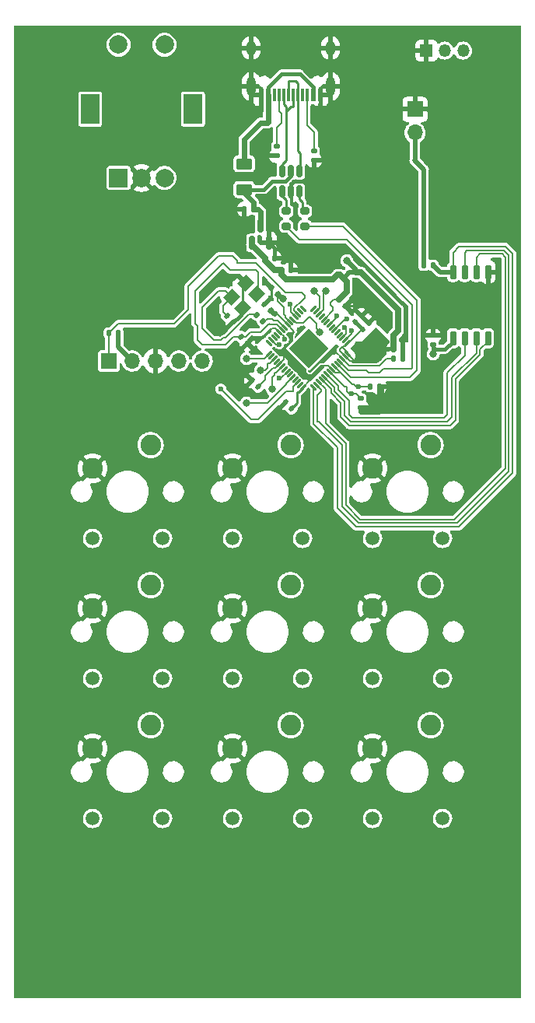
<source format=gbr>
%TF.GenerationSoftware,KiCad,Pcbnew,(6.0.5)*%
%TF.CreationDate,2022-06-10T22:56:38+05:30*%
%TF.ProjectId,mv2,6d76322e-6b69-4636-9164-5f7063625858,rev?*%
%TF.SameCoordinates,Original*%
%TF.FileFunction,Copper,L2,Bot*%
%TF.FilePolarity,Positive*%
%FSLAX46Y46*%
G04 Gerber Fmt 4.6, Leading zero omitted, Abs format (unit mm)*
G04 Created by KiCad (PCBNEW (6.0.5)) date 2022-06-10 22:56:38*
%MOMM*%
%LPD*%
G01*
G04 APERTURE LIST*
G04 Aperture macros list*
%AMRoundRect*
0 Rectangle with rounded corners*
0 $1 Rounding radius*
0 $2 $3 $4 $5 $6 $7 $8 $9 X,Y pos of 4 corners*
0 Add a 4 corners polygon primitive as box body*
4,1,4,$2,$3,$4,$5,$6,$7,$8,$9,$2,$3,0*
0 Add four circle primitives for the rounded corners*
1,1,$1+$1,$2,$3*
1,1,$1+$1,$4,$5*
1,1,$1+$1,$6,$7*
1,1,$1+$1,$8,$9*
0 Add four rect primitives between the rounded corners*
20,1,$1+$1,$2,$3,$4,$5,0*
20,1,$1+$1,$4,$5,$6,$7,0*
20,1,$1+$1,$6,$7,$8,$9,0*
20,1,$1+$1,$8,$9,$2,$3,0*%
%AMRotRect*
0 Rectangle, with rotation*
0 The origin of the aperture is its center*
0 $1 length*
0 $2 width*
0 $3 Rotation angle, in degrees counterclockwise*
0 Add horizontal line*
21,1,$1,$2,0,0,$3*%
G04 Aperture macros list end*
%TA.AperFunction,ComponentPad*%
%ADD10C,0.600000*%
%TD*%
%TA.AperFunction,ComponentPad*%
%ADD11C,2.250000*%
%TD*%
%TA.AperFunction,ComponentPad*%
%ADD12C,1.508000*%
%TD*%
%TA.AperFunction,ComponentPad*%
%ADD13C,2.000000*%
%TD*%
%TA.AperFunction,ComponentPad*%
%ADD14R,2.000000X3.200000*%
%TD*%
%TA.AperFunction,ComponentPad*%
%ADD15R,2.000000X2.000000*%
%TD*%
%TA.AperFunction,ComponentPad*%
%ADD16O,1.350000X1.350000*%
%TD*%
%TA.AperFunction,ComponentPad*%
%ADD17R,1.350000X1.350000*%
%TD*%
%TA.AperFunction,ComponentPad*%
%ADD18O,1.700000X1.700000*%
%TD*%
%TA.AperFunction,ComponentPad*%
%ADD19R,1.700000X1.700000*%
%TD*%
%TA.AperFunction,SMDPad,CuDef*%
%ADD20RoundRect,0.200000X-0.275000X0.200000X-0.275000X-0.200000X0.275000X-0.200000X0.275000X0.200000X0*%
%TD*%
%TA.AperFunction,SMDPad,CuDef*%
%ADD21RoundRect,0.140000X-0.170000X0.140000X-0.170000X-0.140000X0.170000X-0.140000X0.170000X0.140000X0*%
%TD*%
%TA.AperFunction,SMDPad,CuDef*%
%ADD22RoundRect,0.140000X-0.140000X-0.170000X0.140000X-0.170000X0.140000X0.170000X-0.140000X0.170000X0*%
%TD*%
%TA.AperFunction,SMDPad,CuDef*%
%ADD23RoundRect,0.140000X0.219203X0.021213X0.021213X0.219203X-0.219203X-0.021213X-0.021213X-0.219203X0*%
%TD*%
%TA.AperFunction,SMDPad,CuDef*%
%ADD24RoundRect,0.140000X0.021213X-0.219203X0.219203X-0.021213X-0.021213X0.219203X-0.219203X0.021213X0*%
%TD*%
%TA.AperFunction,SMDPad,CuDef*%
%ADD25RoundRect,0.135000X0.135000X0.185000X-0.135000X0.185000X-0.135000X-0.185000X0.135000X-0.185000X0*%
%TD*%
%TA.AperFunction,SMDPad,CuDef*%
%ADD26RoundRect,0.150000X0.150000X-0.512500X0.150000X0.512500X-0.150000X0.512500X-0.150000X-0.512500X0*%
%TD*%
%TA.AperFunction,SMDPad,CuDef*%
%ADD27RoundRect,0.250000X-0.625000X0.375000X-0.625000X-0.375000X0.625000X-0.375000X0.625000X0.375000X0*%
%TD*%
%TA.AperFunction,SMDPad,CuDef*%
%ADD28RoundRect,0.135000X-0.185000X0.135000X-0.185000X-0.135000X0.185000X-0.135000X0.185000X0.135000X0*%
%TD*%
%TA.AperFunction,SMDPad,CuDef*%
%ADD29RoundRect,0.140000X-0.219203X-0.021213X-0.021213X-0.219203X0.219203X0.021213X0.021213X0.219203X0*%
%TD*%
%TA.AperFunction,SMDPad,CuDef*%
%ADD30RoundRect,0.135000X-0.226274X-0.035355X-0.035355X-0.226274X0.226274X0.035355X0.035355X0.226274X0*%
%TD*%
%TA.AperFunction,SMDPad,CuDef*%
%ADD31RoundRect,0.140000X0.140000X0.170000X-0.140000X0.170000X-0.140000X-0.170000X0.140000X-0.170000X0*%
%TD*%
%TA.AperFunction,SMDPad,CuDef*%
%ADD32RoundRect,0.135000X-0.135000X-0.185000X0.135000X-0.185000X0.135000X0.185000X-0.135000X0.185000X0*%
%TD*%
%TA.AperFunction,SMDPad,CuDef*%
%ADD33RoundRect,0.140000X0.170000X-0.140000X0.170000X0.140000X-0.170000X0.140000X-0.170000X-0.140000X0*%
%TD*%
%TA.AperFunction,SMDPad,CuDef*%
%ADD34RoundRect,0.150000X0.150000X-0.587500X0.150000X0.587500X-0.150000X0.587500X-0.150000X-0.587500X0*%
%TD*%
%TA.AperFunction,SMDPad,CuDef*%
%ADD35RoundRect,0.150000X-0.150000X0.650000X-0.150000X-0.650000X0.150000X-0.650000X0.150000X0.650000X0*%
%TD*%
%TA.AperFunction,SMDPad,CuDef*%
%ADD36RotRect,3.100000X3.100000X45.000000*%
%TD*%
%TA.AperFunction,SMDPad,CuDef*%
%ADD37RoundRect,0.020000X0.226274X-0.339411X0.339411X-0.226274X-0.226274X0.339411X-0.339411X0.226274X0*%
%TD*%
%TA.AperFunction,SMDPad,CuDef*%
%ADD38RoundRect,0.006000X-0.226274X-0.359210X0.359210X0.226274X0.226274X0.359210X-0.359210X-0.226274X0*%
%TD*%
%TA.AperFunction,ComponentPad*%
%ADD39O,1.000000X2.100000*%
%TD*%
%TA.AperFunction,ComponentPad*%
%ADD40O,1.000000X1.600000*%
%TD*%
%TA.AperFunction,SMDPad,CuDef*%
%ADD41R,0.600000X1.450000*%
%TD*%
%TA.AperFunction,SMDPad,CuDef*%
%ADD42R,0.300000X1.450000*%
%TD*%
%TA.AperFunction,SMDPad,CuDef*%
%ADD43RotRect,1.400000X1.200000X45.000000*%
%TD*%
%TA.AperFunction,ViaPad*%
%ADD44C,0.600000*%
%TD*%
%TA.AperFunction,ViaPad*%
%ADD45C,0.800000*%
%TD*%
%TA.AperFunction,Conductor*%
%ADD46C,0.500000*%
%TD*%
%TA.AperFunction,Conductor*%
%ADD47C,0.200000*%
%TD*%
%TA.AperFunction,Conductor*%
%ADD48C,0.250000*%
%TD*%
%TA.AperFunction,Conductor*%
%ADD49C,0.635000*%
%TD*%
%TA.AperFunction,Conductor*%
%ADD50C,0.254000*%
%TD*%
%TA.AperFunction,Conductor*%
%ADD51C,0.381000*%
%TD*%
%TA.AperFunction,Conductor*%
%ADD52C,0.600000*%
%TD*%
G04 APERTURE END LIST*
D10*
%TO.P,,57,GND*%
%TO.N,GND*%
X152781000Y-76835000D03*
%TD*%
%TO.P,,57,GND*%
%TO.N,GND*%
X153543000Y-76073000D03*
%TD*%
%TO.P,,57,GND*%
%TO.N,GND*%
X152019000Y-76073000D03*
%TD*%
D11*
%TO.P,U11,P$2*%
%TO.N,GND*%
X143764000Y-89154000D03*
%TO.P,U11,P$1*%
%TO.N,/But_12*%
X150084000Y-86614000D03*
D12*
%TO.P,U11,BR2*%
%TO.N,N/C*%
X151384000Y-96774000D03*
%TO.P,U11,BR1*%
X143764000Y-96774000D03*
%TD*%
D10*
%TO.P,,57,GND*%
%TO.N,GND*%
X150495000Y-76073000D03*
%TD*%
D11*
%TO.P,U9,P$2*%
%TO.N,GND*%
X143764000Y-104394000D03*
%TO.P,U9,P$1*%
%TO.N,/But_2*%
X150084000Y-101854000D03*
D12*
%TO.P,U9,BR2*%
%TO.N,N/C*%
X151384000Y-112014000D03*
%TO.P,U9,BR1*%
X143764000Y-112014000D03*
%TD*%
D11*
%TO.P,U12,P$2*%
%TO.N,GND*%
X159004000Y-119634000D03*
%TO.P,U12,P$1*%
%TO.N,/But_3*%
X165324000Y-117094000D03*
D12*
%TO.P,U12,BR2*%
%TO.N,N/C*%
X166624000Y-127254000D03*
%TO.P,U12,BR1*%
X159004000Y-127254000D03*
%TD*%
D11*
%TO.P,U10,P$2*%
%TO.N,GND*%
X159004000Y-89154000D03*
%TO.P,U10,P$1*%
%TO.N,/But_6*%
X165324000Y-86614000D03*
D12*
%TO.P,U10,BR2*%
%TO.N,N/C*%
X166624000Y-96774000D03*
%TO.P,U10,BR1*%
X159004000Y-96774000D03*
%TD*%
D11*
%TO.P,U3,P$2*%
%TO.N,GND*%
X128524000Y-119634000D03*
%TO.P,U3,P$1*%
%TO.N,/But_4*%
X134844000Y-117094000D03*
D12*
%TO.P,U3,BR2*%
%TO.N,N/C*%
X136144000Y-127254000D03*
%TO.P,U3,BR1*%
X128524000Y-127254000D03*
%TD*%
D11*
%TO.P,U6,P$2*%
%TO.N,GND*%
X159004000Y-104394000D03*
%TO.P,U6,P$1*%
%TO.N,/But_11*%
X165324000Y-101854000D03*
D12*
%TO.P,U6,BR2*%
%TO.N,N/C*%
X166624000Y-112014000D03*
%TO.P,U6,BR1*%
X159004000Y-112014000D03*
%TD*%
D10*
%TO.P,,57,GND*%
%TO.N,GND*%
X152019000Y-77597000D03*
%TD*%
D11*
%TO.P,U2,P$2*%
%TO.N,GND*%
X143764000Y-119634000D03*
%TO.P,U2,P$1*%
%TO.N,/But_1*%
X150084000Y-117094000D03*
D12*
%TO.P,U2,BR2*%
%TO.N,N/C*%
X151384000Y-127254000D03*
%TO.P,U2,BR1*%
X143764000Y-127254000D03*
%TD*%
D11*
%TO.P,U8,P$2*%
%TO.N,GND*%
X128524000Y-104394000D03*
%TO.P,U8,P$1*%
%TO.N,/But_8*%
X134844000Y-101854000D03*
D12*
%TO.P,U8,BR2*%
%TO.N,N/C*%
X136144000Y-112014000D03*
%TO.P,U8,BR1*%
X128524000Y-112014000D03*
%TD*%
D10*
%TO.P,,57,GND*%
%TO.N,GND*%
X151257000Y-75311000D03*
%TD*%
%TO.P,,57,GND*%
%TO.N,GND*%
X151257000Y-76835000D03*
%TD*%
%TO.P,,57,GND*%
%TO.N,GND*%
X152781000Y-75311000D03*
%TD*%
%TO.P,,57,GND*%
%TO.N,GND*%
X152019000Y-74549000D03*
%TD*%
D13*
%TO.P,S1,S2*%
%TO.N,N/C*%
X131358000Y-43042000D03*
%TO.P,S1,S1*%
%TO.N,GPIO21*%
X136358000Y-43042000D03*
D14*
%TO.P,S1,MP*%
%TO.N,N/C*%
X128258000Y-50042000D03*
X139458000Y-50042000D03*
D13*
%TO.P,S1,C,C*%
%TO.N,GND*%
X133858000Y-57542000D03*
%TO.P,S1,B,B*%
%TO.N,Net-(R3-Pad1)*%
X136358000Y-57542000D03*
D15*
%TO.P,S1,A,A*%
%TO.N,Net-(R2-Pad1)*%
X131358000Y-57542000D03*
%TD*%
D11*
%TO.P,U13,P$2*%
%TO.N,GND*%
X128524000Y-89154000D03*
%TO.P,U13,P$1*%
%TO.N,/But_9*%
X134844000Y-86614000D03*
D12*
%TO.P,U13,BR2*%
%TO.N,N/C*%
X136144000Y-96774000D03*
%TO.P,U13,BR1*%
X128524000Y-96774000D03*
%TD*%
D16*
%TO.P,J2,3,Pin_3*%
%TO.N,GPIO 18*%
X168878000Y-43688000D03*
%TO.P,J2,2,Pin_2*%
%TO.N,+3V3*%
X166878000Y-43688000D03*
D17*
%TO.P,J2,1,Pin_1*%
%TO.N,GND*%
X164878000Y-43688000D03*
%TD*%
D18*
%TO.P,J1,5,Pin_5*%
%TO.N,SWCLK*%
X140462000Y-77470000D03*
%TO.P,J1,4,Pin_4*%
%TO.N,SWD*%
X137922000Y-77470000D03*
%TO.P,J1,3,Pin_3*%
%TO.N,GND*%
X135382000Y-77470000D03*
%TO.P,J1,2,Pin_2*%
%TO.N,+3V3*%
X132842000Y-77470000D03*
D19*
%TO.P,J1,1,Pin_1*%
%TO.N,~{RESET}*%
X130302000Y-77470000D03*
%TD*%
D18*
%TO.P,SW1,2,2*%
%TO.N,/~{USB_BOOT}*%
X163628000Y-52614000D03*
D19*
%TO.P,SW1,1,1*%
%TO.N,GND*%
X163628000Y-50074000D03*
%TD*%
D20*
%TO.P,R4,1*%
%TO.N,D_N*%
X149606000Y-61151000D03*
%TO.P,R4,2*%
%TO.N,Net-(R4-Pad2)*%
X149606000Y-62801000D03*
%TD*%
D21*
%TO.P,C6,1*%
%TO.N,+1V1*%
X157734000Y-81562000D03*
%TO.P,C6,2*%
%TO.N,GND*%
X157734000Y-82522000D03*
%TD*%
D22*
%TO.P,C4,1*%
%TO.N,+1V1*%
X161318000Y-77216000D03*
%TO.P,C4,2*%
%TO.N,GND*%
X162278000Y-77216000D03*
%TD*%
D23*
%TO.P,C18,1*%
%TO.N,+3V3*%
X150199411Y-82635411D03*
%TO.P,C18,2*%
%TO.N,GND*%
X149520589Y-81956589D03*
%TD*%
D24*
%TO.P,C17,1*%
%TO.N,+3V3*%
X157140589Y-73237411D03*
%TO.P,C17,2*%
%TO.N,GND*%
X157819411Y-72558589D03*
%TD*%
D22*
%TO.P,C3,1*%
%TO.N,GND*%
X145062000Y-60960000D03*
%TO.P,C3,2*%
%TO.N,+5V*%
X146022000Y-60960000D03*
%TD*%
D25*
%TO.P,R1,1*%
%TO.N,+3V3*%
X131320000Y-74422000D03*
%TO.P,R1,2*%
%TO.N,~{RESET}*%
X130300000Y-74422000D03*
%TD*%
D26*
%TO.P,U15,1,I/O1*%
%TO.N,D_P*%
X151064000Y-59049500D03*
%TO.P,U15,2,GND*%
%TO.N,GND*%
X150114000Y-59049500D03*
%TO.P,U15,3,I/O2*%
%TO.N,D_N*%
X149164000Y-59049500D03*
%TO.P,U15,4,I/O2*%
%TO.N,D_USB_N*%
X149164000Y-56774500D03*
%TO.P,U15,5,VBUS*%
%TO.N,+5V*%
X150114000Y-56774500D03*
%TO.P,U15,6,I/O1*%
%TO.N,D_USB_P*%
X151064000Y-56774500D03*
%TD*%
D23*
%TO.P,C15,1*%
%TO.N,+3V3*%
X146558000Y-80264000D03*
%TO.P,C15,2*%
%TO.N,GND*%
X145879178Y-79585178D03*
%TD*%
%TO.P,C7,2*%
%TO.N,GND*%
X147996589Y-69510589D03*
%TO.P,C7,1*%
%TO.N,+1V1*%
X148675411Y-70189411D03*
%TD*%
D27*
%TO.P,F1,1*%
%TO.N,VBUS*%
X145034000Y-56004000D03*
%TO.P,F1,2*%
%TO.N,+5V*%
X145034000Y-58804000D03*
%TD*%
D28*
%TO.P,R8,1*%
%TO.N,Net-(J3-PadA5)*%
X148590000Y-54100000D03*
%TO.P,R8,2*%
%TO.N,GND*%
X148590000Y-55120000D03*
%TD*%
D23*
%TO.P,C8,1*%
%TO.N,GND*%
X145373411Y-75523411D03*
%TO.P,C8,2*%
%TO.N,XTAL_IN*%
X144694589Y-74844589D03*
%TD*%
D29*
%TO.P,C14,1*%
%TO.N,+3V3*%
X155362589Y-70780589D03*
%TO.P,C14,2*%
%TO.N,GND*%
X156041411Y-71459411D03*
%TD*%
D30*
%TO.P,R6,1*%
%TO.N,/XTAL_O*%
X146344752Y-72430752D03*
%TO.P,R6,2*%
%TO.N,XTAL_OUT*%
X147066000Y-73152000D03*
%TD*%
D31*
%TO.P,C5,1*%
%TO.N,GND*%
X148308000Y-66294000D03*
%TO.P,C5,2*%
%TO.N,+3V3*%
X147348000Y-66294000D03*
%TD*%
D32*
%TO.P,R7,1*%
%TO.N,/~{USB_BOOT}*%
X164590000Y-67056000D03*
%TO.P,R7,2*%
%TO.N,CS*%
X165610000Y-67056000D03*
%TD*%
D20*
%TO.P,R5,1*%
%TO.N,D_P*%
X151638000Y-61151000D03*
%TO.P,R5,2*%
%TO.N,Net-(R5-Pad2)*%
X151638000Y-62801000D03*
%TD*%
D28*
%TO.P,R9,1*%
%TO.N,/CC2*%
X152654000Y-54608000D03*
%TO.P,R9,2*%
%TO.N,GND*%
X152654000Y-55628000D03*
%TD*%
D33*
%TO.P,C19,2*%
%TO.N,GND*%
X165608000Y-74704000D03*
%TO.P,C19,1*%
%TO.N,+3V3*%
X165608000Y-75664000D03*
%TD*%
D23*
%TO.P,C13,1*%
%TO.N,+3V3*%
X147913411Y-71967411D03*
%TO.P,C13,2*%
%TO.N,GND*%
X147234589Y-71288589D03*
%TD*%
D34*
%TO.P,U14,1,GND*%
%TO.N,GND*%
X147762000Y-64613000D03*
%TO.P,U14,2,VO*%
%TO.N,+3V3*%
X145862000Y-64613000D03*
%TO.P,U14,3,VI*%
%TO.N,+5V*%
X146812000Y-62738000D03*
%TD*%
D35*
%TO.P,U16,1,~{CS}*%
%TO.N,CS*%
X167767000Y-67774000D03*
%TO.P,U16,2,DO(IO1)*%
%TO.N,SD1*%
X169037000Y-67774000D03*
%TO.P,U16,3,IO2*%
%TO.N,SD2*%
X170307000Y-67774000D03*
%TO.P,U16,4,GND*%
%TO.N,GND*%
X171577000Y-67774000D03*
%TO.P,U16,5,DI(IO0)*%
%TO.N,SD0*%
X171577000Y-74974000D03*
%TO.P,U16,6,CLK*%
%TO.N,QSPI_CLK*%
X170307000Y-74974000D03*
%TO.P,U16,7,IO3*%
%TO.N,SD3*%
X169037000Y-74974000D03*
%TO.P,U16,8,VCC*%
%TO.N,+3V3*%
X167767000Y-74974000D03*
%TD*%
D36*
%TO.P,U5,57,GND*%
%TO.N,GND*%
X152019000Y-76073000D03*
D37*
%TO.P,U5,56,QSPI_CSN*%
%TO.N,CS*%
X152609434Y-80340389D03*
%TO.P,U5,55,QSPI_SD1*%
%TO.N,SD1*%
X152892277Y-80057547D03*
%TO.P,U5,54,QSPI_SD2*%
%TO.N,SD2*%
X153175120Y-79774704D03*
%TO.P,U5,53,QSPI_SD0*%
%TO.N,SD0*%
X153457962Y-79491861D03*
%TO.P,U5,52,QSPI_SCLK*%
%TO.N,QSPI_CLK*%
X153740805Y-79209019D03*
%TO.P,U5,51,QSPI_SD3*%
%TO.N,SD3*%
X154023648Y-78926176D03*
%TO.P,U5,50,DVDD*%
%TO.N,+1V1*%
X154306490Y-78643333D03*
%TO.P,U5,49,IOVDD*%
%TO.N,+3V3*%
X154589333Y-78360490D03*
%TO.P,U5,48,USB_VDD*%
X154872176Y-78077648D03*
%TO.P,U5,47,USB_DP*%
%TO.N,Net-(R5-Pad2)*%
X155155019Y-77794805D03*
%TO.P,U5,46,USB_DM*%
%TO.N,Net-(R4-Pad2)*%
X155437861Y-77511962D03*
%TO.P,U5,45,VREG_VOUT*%
%TO.N,+1V1*%
X155720704Y-77229120D03*
%TO.P,U5,44,VREG_VIN*%
%TO.N,+3V3*%
X156003547Y-76946277D03*
%TO.P,U5,43,ADC_AVDD*%
X156286389Y-76663434D03*
D38*
%TO.P,U5,42,IOVDD*%
X156286389Y-75482566D03*
%TO.P,U5,41,GPIO29/ADC3*%
%TO.N,GPIO 18*%
X156003547Y-75199723D03*
%TO.P,U5,40,GPIO28/ADC2*%
%TO.N,/But_4*%
X155720704Y-74916880D03*
%TO.P,U5,39,GPIO27/ADC1*%
%TO.N,unconnected-(U5-Pad39)*%
X155437861Y-74634038D03*
%TO.P,U5,38,GPIO26/ADC0*%
%TO.N,unconnected-(U5-Pad38)*%
X155155019Y-74351195D03*
%TO.P,U5,37,GPIO25*%
%TO.N,/But_12*%
X154872176Y-74068352D03*
%TO.P,U5,36,GPIO24*%
%TO.N,unconnected-(U5-Pad36)*%
X154589333Y-73785510D03*
%TO.P,U5,35,GPIO23*%
%TO.N,/But_11*%
X154306490Y-73502667D03*
%TO.P,U5,34,GPIO22*%
%TO.N,unconnected-(U5-Pad34)*%
X154023648Y-73219824D03*
%TO.P,U5,33,IOVDD*%
%TO.N,+3V3*%
X153740805Y-72936981D03*
%TO.P,U5,32,GPIO21*%
%TO.N,N/C*%
X153457962Y-72654139D03*
%TO.P,U5,31,GPIO20*%
%TO.N,/GPIO20*%
X153175120Y-72371296D03*
%TO.P,U5,30,GPIO19*%
%TO.N,/GPIO19*%
X152892277Y-72088453D03*
%TO.P,U5,29,GPIO18*%
%TO.N,N/C*%
X152609434Y-71805611D03*
D37*
%TO.P,U5,28,GPIO17*%
%TO.N,GPI0 17*%
X151428566Y-71805611D03*
%TO.P,U5,27,GPIO16*%
%TO.N,unconnected-(U5-Pad27)*%
X151145723Y-72088453D03*
%TO.P,U5,26,RUN*%
%TO.N,~{RESET}*%
X150862880Y-72371296D03*
%TO.P,U5,25,SWD*%
%TO.N,SWD*%
X150580038Y-72654139D03*
%TO.P,U5,24,SWCLK*%
%TO.N,SWCLK*%
X150297195Y-72936981D03*
%TO.P,U5,23,DVDD*%
%TO.N,+1V1*%
X150014352Y-73219824D03*
%TO.P,U5,22,IOVDD*%
%TO.N,+3V3*%
X149731510Y-73502667D03*
%TO.P,U5,21,XOUT*%
%TO.N,XTAL_OUT*%
X149448667Y-73785510D03*
%TO.P,U5,20,XIN*%
%TO.N,XTAL_IN*%
X149165824Y-74068352D03*
%TO.P,U5,19,TESTEN*%
%TO.N,GND*%
X148882981Y-74351195D03*
%TO.P,U5,18,GPIO15*%
%TO.N,unconnected-(U5-Pad18)*%
X148600139Y-74634038D03*
%TO.P,U5,17,GPIO14*%
%TO.N,unconnected-(U5-Pad17)*%
X148317296Y-74916880D03*
%TO.P,U5,16,GPIO13*%
%TO.N,GPIO21*%
X148034453Y-75199723D03*
%TO.P,U5,15,GPIO12*%
%TO.N,N/C*%
X147751611Y-75482566D03*
D38*
%TO.P,U5,14,GPIO11*%
%TO.N,/But_9*%
X147751611Y-76663434D03*
%TO.P,U5,13,GPIO10*%
%TO.N,unconnected-(U5-Pad13)*%
X148034453Y-76946277D03*
%TO.P,U5,12,GPIO9*%
%TO.N,/But_8*%
X148317296Y-77229120D03*
%TO.P,U5,11,GPIO8*%
%TO.N,unconnected-(U5-Pad11)*%
X148600139Y-77511962D03*
%TO.P,U5,10,IOVDD*%
%TO.N,+3V3*%
X148882981Y-77794805D03*
%TO.P,U5,9,GPIO7*%
%TO.N,/But_6*%
X149165824Y-78077648D03*
%TO.P,U5,8,GPIO6*%
%TO.N,unconnected-(U5-Pad8)*%
X149448667Y-78360490D03*
%TO.P,U5,7,GPIO5*%
%TO.N,/But_3*%
X149731510Y-78643333D03*
%TO.P,U5,6,GPIO4*%
%TO.N,unconnected-(U5-Pad6)*%
X150014352Y-78926176D03*
%TO.P,U5,5,GPIO3*%
%TO.N,/But_2*%
X150297195Y-79209019D03*
%TO.P,U5,4,GPIO2*%
%TO.N,/But_7*%
X150580038Y-79491861D03*
%TO.P,U5,3,GPIO1*%
%TO.N,/But_1*%
X150862880Y-79774704D03*
%TO.P,U5,2,GPIO0*%
%TO.N,unconnected-(U5-Pad2)*%
X151145723Y-80057547D03*
%TO.P,U5,1,IOVDD*%
%TO.N,+3V3*%
X151428566Y-80340389D03*
%TD*%
D22*
%TO.P,C11,1*%
%TO.N,+3V3*%
X161318000Y-76200000D03*
%TO.P,C11,2*%
%TO.N,GND*%
X162278000Y-76200000D03*
%TD*%
D39*
%TO.P,J3,S1,SHIELD*%
%TO.N,GND*%
X154434000Y-47580000D03*
D40*
X154434000Y-43400000D03*
X145794000Y-43400000D03*
D39*
X145794000Y-47580000D03*
D41*
%TO.P,J3,B12,GND*%
X146864000Y-48495000D03*
%TO.P,J3,B9,VBUS*%
%TO.N,VBUS*%
X147664000Y-48495000D03*
D42*
%TO.P,J3,B8,SBU2*%
%TO.N,unconnected-(J3-PadB8)*%
X148364000Y-48495000D03*
%TO.P,J3,B7,D-*%
%TO.N,D_USB_N*%
X149364000Y-48495000D03*
%TO.P,J3,B6,D+*%
%TO.N,D_USB_P*%
X150864000Y-48495000D03*
%TO.P,J3,B5,CC2*%
%TO.N,/CC2*%
X151864000Y-48495000D03*
D41*
%TO.P,J3,B4,VBUS*%
%TO.N,VBUS*%
X152564000Y-48495000D03*
%TO.P,J3,B1,GND*%
%TO.N,GND*%
X153364000Y-48495000D03*
%TO.P,J3,A12,GND*%
X153364000Y-48495000D03*
%TO.P,J3,A9,VBUS*%
%TO.N,VBUS*%
X152564000Y-48495000D03*
D42*
%TO.P,J3,A8,SBU1*%
%TO.N,unconnected-(J3-PadA8)*%
X151364000Y-48495000D03*
%TO.P,J3,A7,D-*%
%TO.N,D_USB_N*%
X150364000Y-48495000D03*
%TO.P,J3,A6,D+*%
%TO.N,D_USB_P*%
X149864000Y-48495000D03*
%TO.P,J3,A5,CC1*%
%TO.N,Net-(J3-PadA5)*%
X148864000Y-48495000D03*
D41*
%TO.P,J3,A4,VBUS*%
%TO.N,VBUS*%
X147664000Y-48495000D03*
%TO.P,J3,A1,GND*%
%TO.N,GND*%
X146864000Y-48495000D03*
%TD*%
D23*
%TO.P,Ce,1*%
%TO.N,GND*%
X143849411Y-73237411D03*
%TO.P,Ce,2*%
%TO.N,/XTAL_O*%
X143170589Y-72558589D03*
%TD*%
D43*
%TO.P,Y1,1,1*%
%TO.N,/XTAL_O*%
X143655142Y-70534777D03*
%TO.P,Y1,2,2*%
%TO.N,GND*%
X145210777Y-68979142D03*
%TO.P,Y1,3,3*%
%TO.N,XTAL_IN*%
X146412858Y-70181223D03*
%TO.P,Y1,4,4*%
%TO.N,GND*%
X144857223Y-71736858D03*
%TD*%
D24*
%TO.P,C12,1*%
%TO.N,+3V3*%
X157902589Y-73999411D03*
%TO.P,C12,2*%
%TO.N,GND*%
X158581411Y-73320589D03*
%TD*%
D22*
%TO.P,C16,1*%
%TO.N,+3V3*%
X158778000Y-80264000D03*
%TO.P,C16,2*%
%TO.N,GND*%
X159738000Y-80264000D03*
%TD*%
%TO.P,C10,1*%
%TO.N,+3V3*%
X149126000Y-67564000D03*
%TO.P,C10,2*%
%TO.N,GND*%
X150086000Y-67564000D03*
%TD*%
D44*
%TO.N,GND*%
X159258000Y-71628000D03*
X149409334Y-75126666D03*
D45*
%TO.N,+3V3*%
X156210000Y-66548000D03*
X159652378Y-77102378D03*
%TO.N,GND*%
X171450000Y-69596000D03*
X170180000Y-71120000D03*
D44*
X147320000Y-68834000D03*
%TO.N,GPIO 18*%
X156718000Y-74168000D03*
%TO.N,GND*%
X163068000Y-66548000D03*
%TO.N,GPIO21*%
X148844000Y-75692000D03*
D45*
%TO.N,GND*%
X146050000Y-73406000D03*
X143256000Y-68834000D03*
X143764000Y-60960000D03*
X148844000Y-64770000D03*
X144780000Y-78486000D03*
X152400000Y-57912000D03*
X153162000Y-61722000D03*
D44*
X165608000Y-73406000D03*
D45*
X161036000Y-81788000D03*
D44*
X142748000Y-74168000D03*
X144780000Y-50800000D03*
D45*
X149606000Y-64008000D03*
D44*
X146558000Y-75184000D03*
D45*
X156972000Y-70612000D03*
%TO.N,+3V3*%
X165608000Y-76708000D03*
D44*
X157480000Y-80264000D03*
X148393571Y-72331593D03*
%TO.N,/But_1*%
X142494000Y-80518000D03*
D45*
%TO.N,/But_2*%
X145288000Y-82042000D03*
D44*
%TO.N,/But_3*%
X148819018Y-79349098D03*
%TO.N,/But_4*%
X155973424Y-73814926D03*
D45*
%TO.N,/But_6*%
X148082000Y-80518000D03*
%TO.N,/But_8*%
X146812000Y-78486000D03*
%TO.N,/But_9*%
X145288000Y-77216000D03*
D44*
%TO.N,/But_12*%
X156210000Y-72898000D03*
%TO.N,/But_11*%
X155073833Y-72593196D03*
%TO.N,+1V1*%
X154713760Y-76503195D03*
D45*
X149293174Y-70729652D03*
D44*
X156718000Y-81026000D03*
X151077784Y-74115784D03*
%TO.N,SWD*%
X150053130Y-71315899D03*
D45*
%TO.N,SWCLK*%
X153284927Y-74299074D03*
%TO.N,/GPIO19*%
X152654000Y-69850000D03*
%TO.N,/GPIO20*%
X153924000Y-69850000D03*
%TD*%
D46*
%TO.N,/~{USB_BOOT}*%
X163628000Y-55574000D02*
X163628000Y-52614000D01*
X164590000Y-56640000D02*
X163576000Y-55626000D01*
X163576000Y-55626000D02*
X163628000Y-55574000D01*
X164590000Y-67056000D02*
X164590000Y-56640000D01*
%TO.N,GND*%
X157734000Y-83058000D02*
X159766000Y-83058000D01*
D47*
X148445786Y-73914000D02*
X148882981Y-74351195D01*
%TO.N,+3V3*%
X150396843Y-74168000D02*
X149731510Y-73502667D01*
%TO.N,SWCLK*%
X150673284Y-73313070D02*
X150297195Y-72936981D01*
X152146000Y-72644000D02*
X151476930Y-73313070D01*
X152908000Y-73406000D02*
X152146000Y-72644000D01*
X152908000Y-73922147D02*
X152908000Y-73406000D01*
X153284927Y-74299074D02*
X152908000Y-73922147D01*
X151476930Y-73313070D02*
X150673284Y-73313070D01*
D48*
%TO.N,GND*%
X158750000Y-71628000D02*
X159258000Y-71628000D01*
X158115000Y-70993000D02*
X158750000Y-71628000D01*
X157648589Y-71459411D02*
X158115000Y-70993000D01*
D46*
%TO.N,+3V3*%
X156464000Y-67818000D02*
X155829000Y-68453000D01*
D49*
X156210000Y-68834000D02*
X155829000Y-68453000D01*
X155829000Y-68453000D02*
X155448000Y-68072000D01*
D46*
X157226000Y-67818000D02*
X156464000Y-67818000D01*
D48*
%TO.N,GND*%
X156041411Y-71459411D02*
X157648589Y-71459411D01*
D47*
X149414662Y-74882876D02*
X148882981Y-74351195D01*
X149414662Y-74992662D02*
X149414662Y-74882876D01*
%TO.N,+3V3*%
X149352000Y-76124384D02*
X150232656Y-75243728D01*
X148882981Y-77794805D02*
X149352000Y-77325786D01*
X149352000Y-77325786D02*
X149352000Y-76124384D01*
X150232656Y-75243728D02*
X150232656Y-74826748D01*
X150232656Y-74544540D02*
X150478273Y-74298923D01*
X150232656Y-74826748D02*
X150232656Y-74544540D01*
X150478273Y-74298923D02*
X150396843Y-74217493D01*
%TO.N,XTAL_OUT*%
X149449346Y-73785510D02*
X148702918Y-73039082D01*
%TO.N,GPIO21*%
X148526730Y-75692000D02*
X148034453Y-75199723D01*
X148844000Y-75692000D02*
X148526730Y-75692000D01*
%TO.N,+3V3*%
X152146000Y-79248000D02*
X152146000Y-79622955D01*
X153416000Y-77978000D02*
X152146000Y-79248000D01*
X154206843Y-77978000D02*
X153416000Y-77978000D01*
X152146000Y-79622955D02*
X151428566Y-80340389D01*
X154589333Y-78360490D02*
X154206843Y-77978000D01*
D48*
%TO.N,GND*%
X147991689Y-70531489D02*
X147234589Y-71288589D01*
X147991689Y-69515489D02*
X147991689Y-70531489D01*
X147996589Y-69510589D02*
X147991689Y-69515489D01*
D46*
%TO.N,+3V3*%
X157226000Y-67564000D02*
X157226000Y-67818000D01*
X156210000Y-66548000D02*
X157226000Y-67564000D01*
X159538756Y-77216000D02*
X159004000Y-77216000D01*
D47*
X159004000Y-77216000D02*
X158750000Y-77470000D01*
X160020000Y-76200000D02*
X159004000Y-77216000D01*
D46*
X159652378Y-77102378D02*
X159538756Y-77216000D01*
D49*
X156210000Y-69933178D02*
X155362589Y-70780589D01*
X156210000Y-68834000D02*
X156210000Y-69933178D01*
D47*
%TO.N,+1V1*%
X149497519Y-72702991D02*
X150014352Y-73219824D01*
X149352000Y-72390000D02*
X149497519Y-72535519D01*
X149352000Y-71628000D02*
X149352000Y-72390000D01*
X149497519Y-72535519D02*
X149497519Y-72702991D01*
X148675411Y-70951411D02*
X149352000Y-71628000D01*
X148675411Y-70189411D02*
X148675411Y-70951411D01*
%TO.N,XTAL_IN*%
X147770993Y-73406001D02*
X147816242Y-73451250D01*
X147816242Y-73451250D02*
X148548722Y-73451250D01*
X146840102Y-74336892D02*
X147770993Y-73406001D01*
X148548722Y-73451250D02*
X149165824Y-74068352D01*
X145705568Y-74336892D02*
X146840102Y-74336892D01*
X144694589Y-74844589D02*
X145197871Y-74844589D01*
X145197871Y-74844589D02*
X145705568Y-74336892D01*
%TO.N,GND*%
X148082000Y-73914000D02*
X148445786Y-73914000D01*
X146812000Y-75184000D02*
X148082000Y-73914000D01*
X146558000Y-75184000D02*
X146812000Y-75184000D01*
%TO.N,XTAL_OUT*%
X148702918Y-73039082D02*
X148223082Y-73039082D01*
X148223082Y-73039082D02*
X148082000Y-72898000D01*
X147533248Y-72898000D02*
X147172624Y-73258624D01*
X148082000Y-72898000D02*
X147533248Y-72898000D01*
D49*
%TO.N,+3V3*%
X149606000Y-68580000D02*
X149479000Y-68453000D01*
X155194000Y-68072000D02*
X154686000Y-68580000D01*
X155448000Y-68072000D02*
X155194000Y-68072000D01*
X161798000Y-74168000D02*
X161798000Y-71882000D01*
X154686000Y-68580000D02*
X149606000Y-68580000D01*
X157734000Y-67818000D02*
X157226000Y-67818000D01*
X161318000Y-76200000D02*
X161290000Y-76172000D01*
X161290000Y-76172000D02*
X161290000Y-74676000D01*
X149126000Y-68100000D02*
X149479000Y-68453000D01*
X161290000Y-74676000D02*
X161798000Y-74168000D01*
X161798000Y-71882000D02*
X157734000Y-67818000D01*
D48*
%TO.N,GND*%
X171577000Y-69469000D02*
X171450000Y-69596000D01*
X171577000Y-67774000D02*
X171577000Y-69469000D01*
D47*
%TO.N,+3V3*%
X157480000Y-80264000D02*
X157988000Y-80264000D01*
X157988000Y-80264000D02*
X157254000Y-80264000D01*
X158778000Y-80264000D02*
X157988000Y-80264000D01*
X156804528Y-80010000D02*
X155618264Y-78823736D01*
X157000000Y-80010000D02*
X156804528Y-80010000D01*
X157480000Y-80264000D02*
X157254000Y-80264000D01*
X157254000Y-80264000D02*
X157000000Y-80010000D01*
D46*
%TO.N,GND*%
X147996589Y-69510589D02*
X147320000Y-68834000D01*
D47*
%TO.N,XTAL_IN*%
X146558000Y-70036081D02*
X146412858Y-70181223D01*
X146558000Y-67818000D02*
X146558000Y-70036081D01*
X146304000Y-67564000D02*
X146558000Y-67818000D01*
X143510000Y-67564000D02*
X146304000Y-67564000D01*
X142748000Y-66802000D02*
X143510000Y-67564000D01*
X139700000Y-73406000D02*
X139700000Y-69850000D01*
X139700000Y-69850000D02*
X142748000Y-66802000D01*
X139954000Y-73660000D02*
X139700000Y-73406000D01*
X140462000Y-75692000D02*
X139954000Y-75184000D01*
X143002000Y-75692000D02*
X140462000Y-75692000D01*
X139954000Y-75184000D02*
X139954000Y-73660000D01*
X143849411Y-74844589D02*
X143002000Y-75692000D01*
X144694589Y-74844589D02*
X143849411Y-74844589D01*
%TO.N,/But_4*%
X156102590Y-73944092D02*
X156102590Y-74534994D01*
X155973424Y-73814926D02*
X156102590Y-73944092D01*
X156102590Y-74534994D02*
X155720704Y-74916880D01*
%TO.N,GPIO 18*%
X156718000Y-74485270D02*
X156003547Y-75199723D01*
X156718000Y-74168000D02*
X156718000Y-74485270D01*
%TO.N,/But_12*%
X156042528Y-72898000D02*
X154872176Y-74068352D01*
X156210000Y-72898000D02*
X156042528Y-72898000D01*
%TO.N,/GPIO20*%
X153673683Y-70100317D02*
X153673683Y-71872733D01*
X153924000Y-69850000D02*
X153673683Y-70100317D01*
X153673683Y-71872733D02*
X153175120Y-72371296D01*
D48*
%TO.N,GND*%
X145373411Y-75269411D02*
X145881411Y-74761411D01*
X145373411Y-75523411D02*
X145373411Y-75269411D01*
D50*
X144900901Y-69289018D02*
X144900901Y-70732901D01*
D51*
X144857223Y-72229599D02*
X144484411Y-72602411D01*
D50*
X144857223Y-71736858D02*
X144857223Y-72229599D01*
X144857223Y-70776579D02*
X144900901Y-70732901D01*
X144857223Y-71736858D02*
X144857223Y-70776579D01*
%TO.N,D_USB_P*%
X149864000Y-46994000D02*
X149864000Y-48495000D01*
X150622000Y-46990000D02*
X149860000Y-46990000D01*
X150864000Y-47232000D02*
X150622000Y-46990000D01*
X149860000Y-46990000D02*
X149864000Y-46994000D01*
X150864000Y-48495000D02*
X150864000Y-47232000D01*
D46*
%TO.N,+3V3*%
X131320000Y-75948000D02*
X132842000Y-77470000D01*
X131320000Y-74422000D02*
X131320000Y-75948000D01*
D51*
%TO.N,GND*%
X156124589Y-71459411D02*
X156972000Y-70612000D01*
X146864000Y-50240000D02*
X146558000Y-50546000D01*
X150114000Y-58166000D02*
X150241000Y-58039000D01*
D50*
X145210777Y-68979142D02*
X144900901Y-69289018D01*
D51*
X148308000Y-66294000D02*
X148308000Y-65159000D01*
X146558000Y-50546000D02*
X146304000Y-50800000D01*
X150114000Y-59049500D02*
X150114000Y-58166000D01*
X148308000Y-65159000D02*
X147762000Y-64613000D01*
X143678589Y-73237411D02*
X142748000Y-74168000D01*
D46*
X147762000Y-64613000D02*
X148687000Y-64613000D01*
D51*
X143849411Y-73237411D02*
X143678589Y-73237411D01*
D46*
X148687000Y-64613000D02*
X148844000Y-64770000D01*
D48*
X145210777Y-68979142D02*
X145396858Y-68979142D01*
D51*
X144484411Y-72602411D02*
X143849411Y-73237411D01*
X146304000Y-50800000D02*
X144780000Y-50800000D01*
D46*
X157734000Y-82522000D02*
X157734000Y-83058000D01*
D51*
X150368000Y-57912000D02*
X151638000Y-57912000D01*
D47*
X146304000Y-75184000D02*
X146558000Y-75184000D01*
D51*
X150241000Y-58039000D02*
X150368000Y-57912000D01*
D46*
X160020000Y-80546000D02*
X159738000Y-80264000D01*
D51*
X145879178Y-79585178D02*
X144780000Y-78486000D01*
D46*
X160020000Y-82804000D02*
X160020000Y-80546000D01*
X159766000Y-83058000D02*
X160020000Y-82804000D01*
X165608000Y-74704000D02*
X165608000Y-73406000D01*
D47*
X145881411Y-74761411D02*
X146304000Y-75184000D01*
D46*
X145062000Y-60960000D02*
X143764000Y-60960000D01*
D51*
X146864000Y-48495000D02*
X146864000Y-50240000D01*
D47*
%TO.N,+3V3*%
X146558000Y-80264000D02*
X147320000Y-79502000D01*
D49*
X149126000Y-67564000D02*
X149126000Y-68100000D01*
D47*
X156286389Y-76530389D02*
X155702000Y-75946000D01*
X154432000Y-71374000D02*
X154686000Y-71628000D01*
X148445786Y-78232000D02*
X148882981Y-77794805D01*
X148192005Y-78232000D02*
X148445786Y-78232000D01*
D48*
X150938174Y-80865458D02*
X150782542Y-80865458D01*
D47*
X147320000Y-79104005D02*
X148192005Y-78232000D01*
D51*
X157140589Y-73237411D02*
X157902589Y-73999411D01*
X167767000Y-75311000D02*
X166878000Y-76200000D01*
D47*
X148393571Y-72331593D02*
X148393571Y-72370815D01*
D48*
X151445905Y-80357727D02*
X150938174Y-80865458D01*
D47*
X154432000Y-71120000D02*
X154432000Y-71374000D01*
D46*
X148294481Y-72348481D02*
X147913411Y-71967411D01*
D47*
X156286389Y-76663434D02*
X156286389Y-76530389D01*
X155618264Y-78823736D02*
X155534528Y-78740000D01*
D51*
X165862000Y-76200000D02*
X165608000Y-75946000D01*
D47*
X148393571Y-72370815D02*
X148521236Y-72498480D01*
D46*
X148376683Y-72348481D02*
X148294481Y-72348481D01*
D47*
X148393571Y-72331593D02*
X148588599Y-72331593D01*
X161318000Y-76200000D02*
X160020000Y-76200000D01*
X156527270Y-77470000D02*
X156003547Y-76946277D01*
X154968843Y-78740000D02*
X154589333Y-78360490D01*
D49*
X147348000Y-66294000D02*
X147348000Y-66573166D01*
X145862000Y-64808000D02*
X147348000Y-66294000D01*
D47*
X155702000Y-75946000D02*
X155448000Y-76200000D01*
X155448000Y-76390730D02*
X156003547Y-76946277D01*
X156037548Y-75864452D02*
X155783548Y-75864452D01*
D46*
X148393571Y-72331593D02*
X148376683Y-72348481D01*
D47*
X158750000Y-77470000D02*
X157092955Y-77470000D01*
D49*
X145862000Y-64613000D02*
X145862000Y-64808000D01*
D47*
X147320000Y-79502000D02*
X147320000Y-79104005D01*
X148588599Y-72331593D02*
X149098000Y-72840994D01*
D51*
X165608000Y-75946000D02*
X165608000Y-75664000D01*
X165608000Y-75664000D02*
X165608000Y-76708000D01*
D48*
X150782542Y-80865458D02*
X150782542Y-82052280D01*
D47*
X154771411Y-70780589D02*
X154432000Y-71120000D01*
X155618264Y-78823736D02*
X154872176Y-78077648D01*
D49*
X147348000Y-66573166D02*
X148338834Y-67564000D01*
D47*
X155534528Y-78740000D02*
X154968843Y-78740000D01*
X157902589Y-73999411D02*
X156037548Y-75864452D01*
X148989520Y-72760677D02*
X149731510Y-73502667D01*
X157092955Y-77470000D02*
X156527270Y-77470000D01*
X155783548Y-75864452D02*
X155702000Y-75946000D01*
D51*
X167767000Y-74974000D02*
X167767000Y-75311000D01*
D47*
X154686000Y-71991786D02*
X153740805Y-72936981D01*
X157092955Y-77470000D02*
X156286389Y-76663434D01*
D48*
X150782542Y-82052280D02*
X150199411Y-82635411D01*
D47*
X155448000Y-76200000D02*
X155448000Y-76390730D01*
X154686000Y-71628000D02*
X154686000Y-71991786D01*
D51*
X166878000Y-76200000D02*
X165862000Y-76200000D01*
D47*
X155362589Y-70780589D02*
X154771411Y-70780589D01*
D49*
X148338834Y-67564000D02*
X149126000Y-67564000D01*
D47*
%TO.N,/But_1*%
X149606000Y-80772000D02*
X146558000Y-83820000D01*
X150358022Y-80279562D02*
X150358022Y-80772000D01*
X146558000Y-83820000D02*
X145796000Y-83820000D01*
X145796000Y-83820000D02*
X142494000Y-80518000D01*
X150358022Y-80772000D02*
X149606000Y-80772000D01*
X150862880Y-79774704D02*
X150358022Y-80279562D01*
%TO.N,/But_2*%
X147574000Y-82042000D02*
X149606000Y-80010000D01*
X145288000Y-82042000D02*
X147574000Y-82042000D01*
X149606000Y-80010000D02*
X149606000Y-79900893D01*
X149606000Y-79900893D02*
X150567447Y-78939446D01*
%TO.N,/But_3*%
X149025745Y-79349098D02*
X149731510Y-78643333D01*
X148819018Y-79349098D02*
X149025745Y-79349098D01*
%TO.N,/But_6*%
X148336000Y-78740000D02*
X148503472Y-78740000D01*
X148082000Y-79248000D02*
X148336000Y-78994000D01*
X148336000Y-78994000D02*
X148336000Y-78740000D01*
X148082000Y-80518000D02*
X148082000Y-79248000D01*
X148503472Y-78740000D02*
X149165824Y-78077648D01*
%TO.N,/But_8*%
X147574000Y-78211553D02*
X147574000Y-77724000D01*
X146812000Y-78486000D02*
X147299553Y-78486000D01*
X147299553Y-78486000D02*
X147574000Y-78211553D01*
X147574000Y-77724000D02*
X147822416Y-77724000D01*
X147822416Y-77724000D02*
X148317296Y-77229120D01*
%TO.N,/But_9*%
X147199045Y-77216000D02*
X147751611Y-76663434D01*
X145288000Y-77216000D02*
X147199045Y-77216000D01*
%TO.N,/But_11*%
X155073833Y-72593196D02*
X155073833Y-72735324D01*
X155073833Y-72735324D02*
X154306490Y-73502667D01*
D52*
%TO.N,+5V*%
X146812000Y-61214000D02*
X146812000Y-62738000D01*
D51*
X150114000Y-57345020D02*
X150114000Y-56774500D01*
X148082000Y-57912000D02*
X149547020Y-57912000D01*
X145034000Y-58804000D02*
X147190000Y-58804000D01*
X149547020Y-57912000D02*
X150114000Y-57345020D01*
D52*
X145034000Y-59182000D02*
X146022000Y-60170000D01*
D51*
X147190000Y-58804000D02*
X148082000Y-57912000D01*
D52*
X146022000Y-60960000D02*
X146558000Y-60960000D01*
X146558000Y-60960000D02*
X146812000Y-61214000D01*
X145034000Y-58804000D02*
X145034000Y-59182000D01*
X146022000Y-60170000D02*
X146022000Y-60960000D01*
D47*
%TO.N,+1V1*%
X156469584Y-77978000D02*
X155720704Y-77229120D01*
X159766000Y-77978000D02*
X156469584Y-77978000D01*
X156718000Y-81026000D02*
X157198000Y-81026000D01*
X156210000Y-80264000D02*
X156210000Y-80772000D01*
X160528000Y-77216000D02*
X159766000Y-77978000D01*
X161318000Y-77216000D02*
X160528000Y-77216000D01*
X154306490Y-78643333D02*
X155927157Y-80264000D01*
D46*
X149215652Y-70729652D02*
X148675411Y-70189411D01*
D47*
X155927157Y-80264000D02*
X156210000Y-80264000D01*
D46*
X149293174Y-70729652D02*
X149215652Y-70729652D01*
D47*
X156210000Y-80772000D02*
X156464000Y-81026000D01*
X156464000Y-81026000D02*
X156718000Y-81026000D01*
X157198000Y-81026000D02*
X157734000Y-81562000D01*
%TO.N,/XTAL_O*%
X143002000Y-74930000D02*
X145542000Y-72390000D01*
X142748000Y-72136000D02*
X142748000Y-71441919D01*
X140462000Y-73914000D02*
X141732000Y-75184000D01*
X142240000Y-69850000D02*
X140462000Y-71628000D01*
X142748000Y-74930000D02*
X143002000Y-74930000D01*
X141732000Y-75184000D02*
X142494000Y-75184000D01*
X140462000Y-71628000D02*
X140462000Y-73914000D01*
X142494000Y-75184000D02*
X142748000Y-74930000D01*
X143655142Y-70534777D02*
X142970365Y-69850000D01*
X142748000Y-71441919D02*
X143655142Y-70534777D01*
X143170589Y-72558589D02*
X142748000Y-72136000D01*
X142970365Y-69850000D02*
X142240000Y-69850000D01*
X145542000Y-72390000D02*
X146304000Y-72390000D01*
D51*
%TO.N,VBUS*%
X147664000Y-48495000D02*
X147664000Y-47691904D01*
D52*
X145034000Y-53340000D02*
X146812000Y-51562000D01*
D51*
X149127904Y-46228000D02*
X151100096Y-46228000D01*
X147664000Y-47691904D02*
X149127904Y-46228000D01*
D52*
X146812000Y-51562000D02*
X147574000Y-51562000D01*
D51*
X151100096Y-46228000D02*
X152564000Y-47691904D01*
X152564000Y-47691904D02*
X152564000Y-48495000D01*
D52*
X147664000Y-51472000D02*
X147664000Y-48495000D01*
X145034000Y-56004000D02*
X145034000Y-53340000D01*
X147574000Y-51562000D02*
X147664000Y-51472000D01*
D47*
%TO.N,~{RESET}*%
X150486792Y-71995886D02*
X150486792Y-71729829D01*
X144272000Y-66548000D02*
X144272000Y-66802000D01*
X151350622Y-70866000D02*
X151384000Y-70866000D01*
X151638000Y-70358000D02*
X151257000Y-69977000D01*
X137414000Y-73406000D02*
X138938000Y-71882000D01*
X138938000Y-71882000D02*
X138938000Y-69342000D01*
X150486792Y-71729829D02*
X151350622Y-70866000D01*
X143764000Y-66040000D02*
X144272000Y-66548000D01*
X151130000Y-72639094D02*
X150486792Y-71995886D01*
X131316000Y-73406000D02*
X137414000Y-73406000D01*
X146304000Y-66802000D02*
X149479000Y-69977000D01*
X151384000Y-70866000D02*
X151638000Y-70612000D01*
X151638000Y-70612000D02*
X151638000Y-70358000D01*
X130300000Y-74422000D02*
X131316000Y-73406000D01*
X151257000Y-69977000D02*
X149479000Y-69977000D01*
X144272000Y-66802000D02*
X146304000Y-66802000D01*
X138938000Y-69342000D02*
X142240000Y-66040000D01*
X130302000Y-74424000D02*
X130300000Y-74422000D01*
X142240000Y-66040000D02*
X143764000Y-66040000D01*
X130302000Y-77470000D02*
X130302000Y-74424000D01*
%TO.N,SWD*%
X150087272Y-71146728D02*
X150087272Y-72161373D01*
X150087272Y-72161373D02*
X150580038Y-72654139D01*
%TO.N,Net-(J3-PadA5)*%
X149098000Y-50546000D02*
X148864000Y-50312000D01*
X149098000Y-51562000D02*
X149098000Y-50546000D01*
X148864000Y-50312000D02*
X148864000Y-48495000D01*
X148590000Y-52070000D02*
X149098000Y-51562000D01*
X148590000Y-54100000D02*
X148590000Y-52070000D01*
D50*
%TO.N,D_USB_P*%
X150864000Y-48495000D02*
X150864000Y-54598000D01*
X151130000Y-54864000D02*
X151130000Y-56708500D01*
X150864000Y-54598000D02*
X151130000Y-54864000D01*
X151130000Y-56708500D02*
X151064000Y-56774500D01*
%TO.N,D_USB_N*%
X149606000Y-50292000D02*
X150114000Y-49784000D01*
X149164000Y-56068000D02*
X149606000Y-55626000D01*
X149606000Y-55626000D02*
X149606000Y-50546000D01*
X149164000Y-56774500D02*
X149164000Y-56068000D01*
X150114000Y-49784000D02*
X150368000Y-49784000D01*
X149606000Y-49765022D02*
X149364000Y-49523022D01*
X150368000Y-49784000D02*
X150364000Y-49780000D01*
X149606000Y-50546000D02*
X149606000Y-49765022D01*
X150364000Y-49780000D02*
X150364000Y-48495000D01*
X149606000Y-50546000D02*
X149606000Y-50292000D01*
X149364000Y-49523022D02*
X149364000Y-48495000D01*
D47*
%TO.N,/CC2*%
X152654000Y-54608000D02*
X152654000Y-52578000D01*
X152654000Y-52578000D02*
X151864000Y-51788000D01*
X151864000Y-51788000D02*
X151864000Y-48495000D01*
D50*
%TO.N,D_N*%
X149164000Y-59502000D02*
X149606000Y-59944000D01*
X149606000Y-59944000D02*
X149606000Y-61151000D01*
X149164000Y-59049500D02*
X149164000Y-59502000D01*
%TO.N,D_P*%
X151064000Y-59049500D02*
X151064000Y-59878000D01*
X151064000Y-59878000D02*
X151384000Y-60198000D01*
X151384000Y-60198000D02*
X151384000Y-60897000D01*
X151384000Y-60897000D02*
X151638000Y-61151000D01*
D46*
%TO.N,CS*%
X167767000Y-67774000D02*
X166328000Y-67774000D01*
D47*
X167767000Y-65659000D02*
X168402000Y-65024000D01*
X167767000Y-67774000D02*
X167767000Y-65659000D01*
X155194000Y-86868000D02*
X152609434Y-84283434D01*
X173482000Y-65024000D02*
X174244000Y-65786000D01*
D46*
X166328000Y-67774000D02*
X165610000Y-67056000D01*
D47*
X174244000Y-65786000D02*
X174244000Y-89662000D01*
X168402000Y-95504000D02*
X157226000Y-95504000D01*
X168402000Y-65024000D02*
X173482000Y-65024000D01*
X157226000Y-95504000D02*
X155194000Y-93472000D01*
X174244000Y-89662000D02*
X168402000Y-95504000D01*
X152609434Y-84283434D02*
X152609434Y-80340389D01*
X155194000Y-93472000D02*
X155194000Y-86868000D01*
%TO.N,QSPI_CLK*%
X155956000Y-81845006D02*
X154878556Y-80767562D01*
X154878556Y-80767562D02*
X154878556Y-80346770D01*
X170307000Y-76581000D02*
X167640000Y-79248000D01*
X155956000Y-83404361D02*
X155956000Y-81845006D01*
X170307000Y-74974000D02*
X170307000Y-76581000D01*
X167640000Y-79248000D02*
X167640000Y-83566000D01*
X156625639Y-84074000D02*
X155956000Y-83404361D01*
X167640000Y-83566000D02*
X167132000Y-84074000D01*
X167132000Y-84074000D02*
X156625639Y-84074000D01*
X154105893Y-79574107D02*
X153740805Y-79209019D01*
X154878556Y-80346770D02*
X154105893Y-79574107D01*
%TO.N,SD0*%
X168039520Y-79413486D02*
X168039520Y-83928480D01*
X156460152Y-84473519D02*
X155556480Y-83569847D01*
X154479036Y-80512935D02*
X153457962Y-79491861D01*
X154479036Y-80933048D02*
X154479036Y-80512935D01*
X171577000Y-75329520D02*
X170706520Y-76200000D01*
X155556480Y-82010492D02*
X154479036Y-80933048D01*
X170706520Y-76200000D02*
X170706519Y-76746487D01*
X170706519Y-76746487D02*
X168039520Y-79413486D01*
X167494481Y-84473519D02*
X156460152Y-84473519D01*
X155556480Y-83569847D02*
X155556480Y-82010492D01*
X171577000Y-74974000D02*
X171577000Y-75329520D01*
X168039520Y-83928480D02*
X167494481Y-84473519D01*
%TO.N,SD2*%
X170650960Y-65823040D02*
X170688000Y-65823040D01*
X157645486Y-94704960D02*
X156101520Y-93160994D01*
X153924000Y-84270994D02*
X153924000Y-80522905D01*
X173444960Y-66116972D02*
X173444960Y-89154000D01*
X170307000Y-67774000D02*
X170307000Y-66167000D01*
X156101520Y-93160994D02*
X156101520Y-92964000D01*
X155867486Y-86214480D02*
X153924000Y-84270994D01*
X170307000Y-66167000D02*
X170650960Y-65823040D01*
X153924000Y-80522905D02*
X153921547Y-80520452D01*
X173444960Y-89154000D02*
X173444960Y-89191040D01*
X173444960Y-89191040D02*
X167931040Y-94704960D01*
X170688000Y-65823040D02*
X173151028Y-65823040D01*
X167931040Y-94704960D02*
X167894000Y-94704960D01*
X153921547Y-80520452D02*
X153032548Y-79631453D01*
X173424994Y-66097006D02*
X173444960Y-66116972D01*
X173151028Y-65823040D02*
X173424994Y-66097006D01*
X167894000Y-94704960D02*
X157645486Y-94704960D01*
X156101520Y-92964000D02*
X156101519Y-86448513D01*
X156101519Y-86448513D02*
X155867486Y-86214480D01*
%TO.N,SD1*%
X169272480Y-65423520D02*
X173316514Y-65423520D01*
X155702000Y-93326480D02*
X155702000Y-86614000D01*
X153416000Y-80772000D02*
X153416000Y-80581270D01*
X169037000Y-65659000D02*
X169272480Y-65423520D01*
X155702000Y-86614000D02*
X153162000Y-84074000D01*
X173844480Y-65951486D02*
X173844480Y-89496514D01*
X169037000Y-67774000D02*
X169037000Y-65659000D01*
X168236514Y-95104480D02*
X157480000Y-95104480D01*
X153162000Y-84074000D02*
X153008954Y-84074000D01*
X173316514Y-65423520D02*
X173844480Y-65951486D01*
X153008954Y-84074000D02*
X153008954Y-81179046D01*
X153008954Y-81179046D02*
X153416000Y-80772000D01*
X157480000Y-95104480D02*
X155702000Y-93326480D01*
X153416000Y-80581270D02*
X152892277Y-80057547D01*
X173844480Y-89496514D02*
X168236514Y-95104480D01*
%TO.N,/GPIO19*%
X153274163Y-70470163D02*
X153274163Y-71707247D01*
X152654000Y-69850000D02*
X153274163Y-70470163D01*
X153274163Y-71707247D02*
X152654000Y-72327410D01*
%TO.N,Net-(R4-Pad2)*%
X156210000Y-64262000D02*
X162052000Y-70104000D01*
X163322000Y-78232000D02*
X163213520Y-78340480D01*
X163213520Y-78340480D02*
X160165520Y-78340480D01*
X163322000Y-71374000D02*
X163322000Y-78232000D01*
X156403273Y-78477374D02*
X155437861Y-77511962D01*
X158588362Y-78740000D02*
X158325736Y-78477374D01*
X159766000Y-78740000D02*
X158588362Y-78740000D01*
X151638000Y-64262000D02*
X156210000Y-64262000D01*
X151067000Y-64262000D02*
X151638000Y-64262000D01*
X162052000Y-70104000D02*
X163322000Y-71374000D01*
X160165520Y-78340480D02*
X159766000Y-78740000D01*
X149606000Y-62801000D02*
X151067000Y-64262000D01*
X158325736Y-78477374D02*
X156403273Y-78477374D01*
%TO.N,Net-(R5-Pad2)*%
X156608214Y-79248000D02*
X155155019Y-77794805D01*
X163830000Y-70866000D02*
X163830000Y-78486000D01*
X155765000Y-62801000D02*
X163830000Y-70866000D01*
X163068000Y-79248000D02*
X156608214Y-79248000D01*
X151638000Y-62801000D02*
X155765000Y-62801000D01*
X163830000Y-78486000D02*
X163068000Y-79248000D01*
%TO.N,SD3*%
X169037000Y-74974000D02*
X169037000Y-76835000D01*
X156464000Y-83312000D02*
X156464000Y-81788000D01*
X167132000Y-83312000D02*
X166811480Y-83632520D01*
X155278075Y-80602075D02*
X155278075Y-80179924D01*
X166811480Y-83632520D02*
X159528025Y-83632519D01*
X167132000Y-78740000D02*
X167132000Y-83312000D01*
X156464000Y-81788000D02*
X156210000Y-81534000D01*
X156784519Y-83632519D02*
X156464000Y-83312000D01*
X169037000Y-76835000D02*
X167132000Y-78740000D01*
X156210000Y-81534000D02*
X155278075Y-80602075D01*
X159528025Y-83632519D02*
X156784519Y-83632519D01*
X155278075Y-80179924D02*
X154008075Y-78909924D01*
%TD*%
%TA.AperFunction,Conductor*%
%TO.N,GND*%
G36*
X175139000Y-40960462D02*
G01*
X175193538Y-41015000D01*
X175213500Y-41089500D01*
X175213500Y-146616500D01*
X175193538Y-146691000D01*
X175139000Y-146745538D01*
X175064500Y-146765500D01*
X120083500Y-146765500D01*
X120009000Y-146745538D01*
X119954462Y-146691000D01*
X119934500Y-146616500D01*
X119934500Y-127239206D01*
X127464501Y-127239206D01*
X127481806Y-127445278D01*
X127538807Y-127644066D01*
X127633334Y-127827995D01*
X127761786Y-127990061D01*
X127919271Y-128124091D01*
X128099789Y-128224980D01*
X128296466Y-128288884D01*
X128429454Y-128304742D01*
X128494578Y-128312508D01*
X128494581Y-128312508D01*
X128501809Y-128313370D01*
X128707998Y-128297504D01*
X128715016Y-128295545D01*
X128715019Y-128295544D01*
X128900151Y-128243854D01*
X128907178Y-128241892D01*
X128947694Y-128221426D01*
X129085251Y-128151942D01*
X129085255Y-128151939D01*
X129091763Y-128148652D01*
X129254722Y-128021334D01*
X129389848Y-127864789D01*
X129491995Y-127684979D01*
X129557270Y-127488753D01*
X129561877Y-127452288D01*
X129582668Y-127287713D01*
X129582668Y-127287706D01*
X129583189Y-127283586D01*
X129583602Y-127254000D01*
X129582151Y-127239206D01*
X135084501Y-127239206D01*
X135101806Y-127445278D01*
X135158807Y-127644066D01*
X135253334Y-127827995D01*
X135381786Y-127990061D01*
X135539271Y-128124091D01*
X135719789Y-128224980D01*
X135916466Y-128288884D01*
X136049454Y-128304742D01*
X136114578Y-128312508D01*
X136114581Y-128312508D01*
X136121809Y-128313370D01*
X136327998Y-128297504D01*
X136335016Y-128295545D01*
X136335019Y-128295544D01*
X136520151Y-128243854D01*
X136527178Y-128241892D01*
X136567694Y-128221426D01*
X136705251Y-128151942D01*
X136705255Y-128151939D01*
X136711763Y-128148652D01*
X136874722Y-128021334D01*
X137009848Y-127864789D01*
X137111995Y-127684979D01*
X137177270Y-127488753D01*
X137181877Y-127452288D01*
X137202668Y-127287713D01*
X137202668Y-127287706D01*
X137203189Y-127283586D01*
X137203602Y-127254000D01*
X137202151Y-127239206D01*
X142704501Y-127239206D01*
X142721806Y-127445278D01*
X142778807Y-127644066D01*
X142873334Y-127827995D01*
X143001786Y-127990061D01*
X143159271Y-128124091D01*
X143339789Y-128224980D01*
X143536466Y-128288884D01*
X143669454Y-128304742D01*
X143734578Y-128312508D01*
X143734581Y-128312508D01*
X143741809Y-128313370D01*
X143947998Y-128297504D01*
X143955016Y-128295545D01*
X143955019Y-128295544D01*
X144140151Y-128243854D01*
X144147178Y-128241892D01*
X144187694Y-128221426D01*
X144325251Y-128151942D01*
X144325255Y-128151939D01*
X144331763Y-128148652D01*
X144494722Y-128021334D01*
X144629848Y-127864789D01*
X144731995Y-127684979D01*
X144797270Y-127488753D01*
X144801877Y-127452288D01*
X144822668Y-127287713D01*
X144822668Y-127287706D01*
X144823189Y-127283586D01*
X144823602Y-127254000D01*
X144822151Y-127239206D01*
X150324501Y-127239206D01*
X150341806Y-127445278D01*
X150398807Y-127644066D01*
X150493334Y-127827995D01*
X150621786Y-127990061D01*
X150779271Y-128124091D01*
X150959789Y-128224980D01*
X151156466Y-128288884D01*
X151289454Y-128304742D01*
X151354578Y-128312508D01*
X151354581Y-128312508D01*
X151361809Y-128313370D01*
X151567998Y-128297504D01*
X151575016Y-128295545D01*
X151575019Y-128295544D01*
X151760151Y-128243854D01*
X151767178Y-128241892D01*
X151807694Y-128221426D01*
X151945251Y-128151942D01*
X151945255Y-128151939D01*
X151951763Y-128148652D01*
X152114722Y-128021334D01*
X152249848Y-127864789D01*
X152351995Y-127684979D01*
X152417270Y-127488753D01*
X152421877Y-127452288D01*
X152442668Y-127287713D01*
X152442668Y-127287706D01*
X152443189Y-127283586D01*
X152443602Y-127254000D01*
X152442151Y-127239206D01*
X157944501Y-127239206D01*
X157961806Y-127445278D01*
X158018807Y-127644066D01*
X158113334Y-127827995D01*
X158241786Y-127990061D01*
X158399271Y-128124091D01*
X158579789Y-128224980D01*
X158776466Y-128288884D01*
X158909454Y-128304742D01*
X158974578Y-128312508D01*
X158974581Y-128312508D01*
X158981809Y-128313370D01*
X159187998Y-128297504D01*
X159195016Y-128295545D01*
X159195019Y-128295544D01*
X159380151Y-128243854D01*
X159387178Y-128241892D01*
X159427694Y-128221426D01*
X159565251Y-128151942D01*
X159565255Y-128151939D01*
X159571763Y-128148652D01*
X159734722Y-128021334D01*
X159869848Y-127864789D01*
X159971995Y-127684979D01*
X160037270Y-127488753D01*
X160041877Y-127452288D01*
X160062668Y-127287713D01*
X160062668Y-127287706D01*
X160063189Y-127283586D01*
X160063602Y-127254000D01*
X160062151Y-127239206D01*
X165564501Y-127239206D01*
X165581806Y-127445278D01*
X165638807Y-127644066D01*
X165733334Y-127827995D01*
X165861786Y-127990061D01*
X166019271Y-128124091D01*
X166199789Y-128224980D01*
X166396466Y-128288884D01*
X166529454Y-128304742D01*
X166594578Y-128312508D01*
X166594581Y-128312508D01*
X166601809Y-128313370D01*
X166807998Y-128297504D01*
X166815016Y-128295545D01*
X166815019Y-128295544D01*
X167000151Y-128243854D01*
X167007178Y-128241892D01*
X167047694Y-128221426D01*
X167185251Y-128151942D01*
X167185255Y-128151939D01*
X167191763Y-128148652D01*
X167354722Y-128021334D01*
X167489848Y-127864789D01*
X167591995Y-127684979D01*
X167657270Y-127488753D01*
X167661877Y-127452288D01*
X167682668Y-127287713D01*
X167682668Y-127287706D01*
X167683189Y-127283586D01*
X167683602Y-127254000D01*
X167663422Y-127048189D01*
X167661233Y-127040939D01*
X167605757Y-126857191D01*
X167605755Y-126857187D01*
X167603651Y-126850217D01*
X167506565Y-126667625D01*
X167501962Y-126661982D01*
X167501960Y-126661978D01*
X167380466Y-126513012D01*
X167375863Y-126507368D01*
X167216522Y-126375550D01*
X167195139Y-126363988D01*
X167041022Y-126280658D01*
X167041023Y-126280658D01*
X167034612Y-126277192D01*
X167027650Y-126275037D01*
X167027648Y-126275036D01*
X166844025Y-126218195D01*
X166844024Y-126218195D01*
X166837063Y-126216040D01*
X166829823Y-126215279D01*
X166829818Y-126215278D01*
X166638638Y-126195185D01*
X166631397Y-126194424D01*
X166425450Y-126213166D01*
X166227066Y-126271554D01*
X166043801Y-126367363D01*
X165882635Y-126496943D01*
X165869152Y-126513012D01*
X165754387Y-126649783D01*
X165754384Y-126649787D01*
X165749708Y-126655360D01*
X165746203Y-126661736D01*
X165746202Y-126661737D01*
X165724719Y-126700815D01*
X165650082Y-126836578D01*
X165587553Y-127033696D01*
X165564501Y-127239206D01*
X160062151Y-127239206D01*
X160043422Y-127048189D01*
X160041233Y-127040939D01*
X159985757Y-126857191D01*
X159985755Y-126857187D01*
X159983651Y-126850217D01*
X159886565Y-126667625D01*
X159881962Y-126661982D01*
X159881960Y-126661978D01*
X159760466Y-126513012D01*
X159755863Y-126507368D01*
X159596522Y-126375550D01*
X159575139Y-126363988D01*
X159421022Y-126280658D01*
X159421023Y-126280658D01*
X159414612Y-126277192D01*
X159407650Y-126275037D01*
X159407648Y-126275036D01*
X159224025Y-126218195D01*
X159224024Y-126218195D01*
X159217063Y-126216040D01*
X159209823Y-126215279D01*
X159209818Y-126215278D01*
X159018638Y-126195185D01*
X159011397Y-126194424D01*
X158805450Y-126213166D01*
X158607066Y-126271554D01*
X158423801Y-126367363D01*
X158262635Y-126496943D01*
X158249152Y-126513012D01*
X158134387Y-126649783D01*
X158134384Y-126649787D01*
X158129708Y-126655360D01*
X158126203Y-126661736D01*
X158126202Y-126661737D01*
X158104719Y-126700815D01*
X158030082Y-126836578D01*
X157967553Y-127033696D01*
X157944501Y-127239206D01*
X152442151Y-127239206D01*
X152423422Y-127048189D01*
X152421233Y-127040939D01*
X152365757Y-126857191D01*
X152365755Y-126857187D01*
X152363651Y-126850217D01*
X152266565Y-126667625D01*
X152261962Y-126661982D01*
X152261960Y-126661978D01*
X152140466Y-126513012D01*
X152135863Y-126507368D01*
X151976522Y-126375550D01*
X151955139Y-126363988D01*
X151801022Y-126280658D01*
X151801023Y-126280658D01*
X151794612Y-126277192D01*
X151787650Y-126275037D01*
X151787648Y-126275036D01*
X151604025Y-126218195D01*
X151604024Y-126218195D01*
X151597063Y-126216040D01*
X151589823Y-126215279D01*
X151589818Y-126215278D01*
X151398638Y-126195185D01*
X151391397Y-126194424D01*
X151185450Y-126213166D01*
X150987066Y-126271554D01*
X150803801Y-126367363D01*
X150642635Y-126496943D01*
X150629152Y-126513012D01*
X150514387Y-126649783D01*
X150514384Y-126649787D01*
X150509708Y-126655360D01*
X150506203Y-126661736D01*
X150506202Y-126661737D01*
X150484719Y-126700815D01*
X150410082Y-126836578D01*
X150347553Y-127033696D01*
X150324501Y-127239206D01*
X144822151Y-127239206D01*
X144803422Y-127048189D01*
X144801233Y-127040939D01*
X144745757Y-126857191D01*
X144745755Y-126857187D01*
X144743651Y-126850217D01*
X144646565Y-126667625D01*
X144641962Y-126661982D01*
X144641960Y-126661978D01*
X144520466Y-126513012D01*
X144515863Y-126507368D01*
X144356522Y-126375550D01*
X144335139Y-126363988D01*
X144181022Y-126280658D01*
X144181023Y-126280658D01*
X144174612Y-126277192D01*
X144167650Y-126275037D01*
X144167648Y-126275036D01*
X143984025Y-126218195D01*
X143984024Y-126218195D01*
X143977063Y-126216040D01*
X143969823Y-126215279D01*
X143969818Y-126215278D01*
X143778638Y-126195185D01*
X143771397Y-126194424D01*
X143565450Y-126213166D01*
X143367066Y-126271554D01*
X143183801Y-126367363D01*
X143022635Y-126496943D01*
X143009152Y-126513012D01*
X142894387Y-126649783D01*
X142894384Y-126649787D01*
X142889708Y-126655360D01*
X142886203Y-126661736D01*
X142886202Y-126661737D01*
X142864719Y-126700815D01*
X142790082Y-126836578D01*
X142727553Y-127033696D01*
X142704501Y-127239206D01*
X137202151Y-127239206D01*
X137183422Y-127048189D01*
X137181233Y-127040939D01*
X137125757Y-126857191D01*
X137125755Y-126857187D01*
X137123651Y-126850217D01*
X137026565Y-126667625D01*
X137021962Y-126661982D01*
X137021960Y-126661978D01*
X136900466Y-126513012D01*
X136895863Y-126507368D01*
X136736522Y-126375550D01*
X136715139Y-126363988D01*
X136561022Y-126280658D01*
X136561023Y-126280658D01*
X136554612Y-126277192D01*
X136547650Y-126275037D01*
X136547648Y-126275036D01*
X136364025Y-126218195D01*
X136364024Y-126218195D01*
X136357063Y-126216040D01*
X136349823Y-126215279D01*
X136349818Y-126215278D01*
X136158638Y-126195185D01*
X136151397Y-126194424D01*
X135945450Y-126213166D01*
X135747066Y-126271554D01*
X135563801Y-126367363D01*
X135402635Y-126496943D01*
X135389152Y-126513012D01*
X135274387Y-126649783D01*
X135274384Y-126649787D01*
X135269708Y-126655360D01*
X135266203Y-126661736D01*
X135266202Y-126661737D01*
X135244719Y-126700815D01*
X135170082Y-126836578D01*
X135107553Y-127033696D01*
X135084501Y-127239206D01*
X129582151Y-127239206D01*
X129563422Y-127048189D01*
X129561233Y-127040939D01*
X129505757Y-126857191D01*
X129505755Y-126857187D01*
X129503651Y-126850217D01*
X129406565Y-126667625D01*
X129401962Y-126661982D01*
X129401960Y-126661978D01*
X129280466Y-126513012D01*
X129275863Y-126507368D01*
X129116522Y-126375550D01*
X129095139Y-126363988D01*
X128941022Y-126280658D01*
X128941023Y-126280658D01*
X128934612Y-126277192D01*
X128927650Y-126275037D01*
X128927648Y-126275036D01*
X128744025Y-126218195D01*
X128744024Y-126218195D01*
X128737063Y-126216040D01*
X128729823Y-126215279D01*
X128729818Y-126215278D01*
X128538638Y-126195185D01*
X128531397Y-126194424D01*
X128325450Y-126213166D01*
X128127066Y-126271554D01*
X127943801Y-126367363D01*
X127782635Y-126496943D01*
X127769152Y-126513012D01*
X127654387Y-126649783D01*
X127654384Y-126649787D01*
X127649708Y-126655360D01*
X127646203Y-126661736D01*
X127646202Y-126661737D01*
X127624719Y-126700815D01*
X127550082Y-126836578D01*
X127487553Y-127033696D01*
X127464501Y-127239206D01*
X119934500Y-127239206D01*
X119934500Y-122264654D01*
X126182133Y-122264654D01*
X126217941Y-122473047D01*
X126291127Y-122671425D01*
X126399238Y-122853144D01*
X126538655Y-123012119D01*
X126591671Y-123053913D01*
X126699340Y-123138793D01*
X126699346Y-123138797D01*
X126704708Y-123143024D01*
X126710751Y-123146203D01*
X126710755Y-123146206D01*
X126794032Y-123190020D01*
X126891836Y-123241477D01*
X126986015Y-123270720D01*
X127087253Y-123302156D01*
X127087258Y-123302157D01*
X127093773Y-123304180D01*
X127100550Y-123304982D01*
X127100554Y-123304983D01*
X127261102Y-123323985D01*
X127261106Y-123323985D01*
X127265455Y-123324500D01*
X127387641Y-123324500D01*
X127544560Y-123310081D01*
X127748069Y-123252686D01*
X127937710Y-123159165D01*
X127943175Y-123155084D01*
X127943180Y-123155081D01*
X128101659Y-123036739D01*
X128101661Y-123036737D01*
X128107133Y-123032651D01*
X128250663Y-122877381D01*
X128363495Y-122698554D01*
X128366024Y-122692215D01*
X128366027Y-122692209D01*
X128439317Y-122508504D01*
X128441848Y-122502160D01*
X128483099Y-122294775D01*
X128484483Y-122189060D01*
X128484680Y-122174000D01*
X130034677Y-122174000D01*
X130054348Y-122474122D01*
X130055297Y-122478894D01*
X130055298Y-122478900D01*
X130100140Y-122704334D01*
X130113025Y-122769109D01*
X130209703Y-123053913D01*
X130342728Y-123323661D01*
X130509824Y-123573739D01*
X130708133Y-123799867D01*
X130934261Y-123998176D01*
X131059911Y-124082132D01*
X131180287Y-124162565D01*
X131180292Y-124162568D01*
X131184339Y-124165272D01*
X131454087Y-124298297D01*
X131738891Y-124394975D01*
X131743669Y-124395925D01*
X131743675Y-124395927D01*
X132029100Y-124452702D01*
X132029106Y-124452703D01*
X132033878Y-124453652D01*
X132038735Y-124453970D01*
X132038740Y-124453971D01*
X132256463Y-124468241D01*
X132258889Y-124468400D01*
X132409111Y-124468400D01*
X132411537Y-124468241D01*
X132629260Y-124453971D01*
X132629265Y-124453970D01*
X132634122Y-124453652D01*
X132638894Y-124452703D01*
X132638900Y-124452702D01*
X132924325Y-124395927D01*
X132924331Y-124395925D01*
X132929109Y-124394975D01*
X133213913Y-124298297D01*
X133483661Y-124165272D01*
X133487708Y-124162568D01*
X133487713Y-124162565D01*
X133608089Y-124082132D01*
X133733739Y-123998176D01*
X133959867Y-123799867D01*
X134158176Y-123573739D01*
X134325272Y-123323662D01*
X134458297Y-123053913D01*
X134554975Y-122769109D01*
X134567860Y-122704334D01*
X134612702Y-122478900D01*
X134612703Y-122478894D01*
X134613652Y-122474122D01*
X134627381Y-122264654D01*
X136182133Y-122264654D01*
X136217941Y-122473047D01*
X136291127Y-122671425D01*
X136399238Y-122853144D01*
X136538655Y-123012119D01*
X136591671Y-123053913D01*
X136699340Y-123138793D01*
X136699346Y-123138797D01*
X136704708Y-123143024D01*
X136710751Y-123146203D01*
X136710755Y-123146206D01*
X136794032Y-123190020D01*
X136891836Y-123241477D01*
X136986015Y-123270720D01*
X137087253Y-123302156D01*
X137087258Y-123302157D01*
X137093773Y-123304180D01*
X137100550Y-123304982D01*
X137100554Y-123304983D01*
X137261102Y-123323985D01*
X137261106Y-123323985D01*
X137265455Y-123324500D01*
X137387641Y-123324500D01*
X137544560Y-123310081D01*
X137748069Y-123252686D01*
X137937710Y-123159165D01*
X137943175Y-123155084D01*
X137943180Y-123155081D01*
X138101659Y-123036739D01*
X138101661Y-123036737D01*
X138107133Y-123032651D01*
X138250663Y-122877381D01*
X138363495Y-122698554D01*
X138366024Y-122692215D01*
X138366027Y-122692209D01*
X138439317Y-122508504D01*
X138441848Y-122502160D01*
X138483099Y-122294775D01*
X138483493Y-122264654D01*
X141422133Y-122264654D01*
X141457941Y-122473047D01*
X141531127Y-122671425D01*
X141639238Y-122853144D01*
X141778655Y-123012119D01*
X141831671Y-123053913D01*
X141939340Y-123138793D01*
X141939346Y-123138797D01*
X141944708Y-123143024D01*
X141950751Y-123146203D01*
X141950755Y-123146206D01*
X142034032Y-123190020D01*
X142131836Y-123241477D01*
X142226015Y-123270720D01*
X142327253Y-123302156D01*
X142327258Y-123302157D01*
X142333773Y-123304180D01*
X142340550Y-123304982D01*
X142340554Y-123304983D01*
X142501102Y-123323985D01*
X142501106Y-123323985D01*
X142505455Y-123324500D01*
X142627641Y-123324500D01*
X142784560Y-123310081D01*
X142988069Y-123252686D01*
X143177710Y-123159165D01*
X143183175Y-123155084D01*
X143183180Y-123155081D01*
X143341659Y-123036739D01*
X143341661Y-123036737D01*
X143347133Y-123032651D01*
X143490663Y-122877381D01*
X143603495Y-122698554D01*
X143606024Y-122692215D01*
X143606027Y-122692209D01*
X143679317Y-122508504D01*
X143681848Y-122502160D01*
X143723099Y-122294775D01*
X143724483Y-122189061D01*
X143724680Y-122174000D01*
X145274677Y-122174000D01*
X145294348Y-122474122D01*
X145295297Y-122478894D01*
X145295298Y-122478900D01*
X145340140Y-122704334D01*
X145353025Y-122769109D01*
X145449703Y-123053913D01*
X145582728Y-123323661D01*
X145749824Y-123573739D01*
X145948133Y-123799867D01*
X146174261Y-123998176D01*
X146299911Y-124082132D01*
X146420287Y-124162565D01*
X146420292Y-124162568D01*
X146424339Y-124165272D01*
X146694087Y-124298297D01*
X146978891Y-124394975D01*
X146983669Y-124395925D01*
X146983675Y-124395927D01*
X147269100Y-124452702D01*
X147269106Y-124452703D01*
X147273878Y-124453652D01*
X147278735Y-124453970D01*
X147278740Y-124453971D01*
X147496463Y-124468241D01*
X147498889Y-124468400D01*
X147649111Y-124468400D01*
X147651537Y-124468241D01*
X147869260Y-124453971D01*
X147869265Y-124453970D01*
X147874122Y-124453652D01*
X147878894Y-124452703D01*
X147878900Y-124452702D01*
X148164325Y-124395927D01*
X148164331Y-124395925D01*
X148169109Y-124394975D01*
X148453913Y-124298297D01*
X148723661Y-124165272D01*
X148727708Y-124162568D01*
X148727713Y-124162565D01*
X148848089Y-124082132D01*
X148973739Y-123998176D01*
X149199867Y-123799867D01*
X149398176Y-123573739D01*
X149565272Y-123323662D01*
X149698297Y-123053913D01*
X149794975Y-122769109D01*
X149807860Y-122704334D01*
X149852702Y-122478900D01*
X149852703Y-122478894D01*
X149853652Y-122474122D01*
X149867381Y-122264654D01*
X151422133Y-122264654D01*
X151457941Y-122473047D01*
X151531127Y-122671425D01*
X151639238Y-122853144D01*
X151778655Y-123012119D01*
X151831671Y-123053913D01*
X151939340Y-123138793D01*
X151939346Y-123138797D01*
X151944708Y-123143024D01*
X151950751Y-123146203D01*
X151950755Y-123146206D01*
X152034032Y-123190020D01*
X152131836Y-123241477D01*
X152226015Y-123270720D01*
X152327253Y-123302156D01*
X152327258Y-123302157D01*
X152333773Y-123304180D01*
X152340550Y-123304982D01*
X152340554Y-123304983D01*
X152501102Y-123323985D01*
X152501106Y-123323985D01*
X152505455Y-123324500D01*
X152627641Y-123324500D01*
X152784560Y-123310081D01*
X152988069Y-123252686D01*
X153177710Y-123159165D01*
X153183175Y-123155084D01*
X153183180Y-123155081D01*
X153341659Y-123036739D01*
X153341661Y-123036737D01*
X153347133Y-123032651D01*
X153490663Y-122877381D01*
X153603495Y-122698554D01*
X153606024Y-122692215D01*
X153606027Y-122692209D01*
X153679317Y-122508504D01*
X153681848Y-122502160D01*
X153723099Y-122294775D01*
X153723493Y-122264654D01*
X156662133Y-122264654D01*
X156697941Y-122473047D01*
X156771127Y-122671425D01*
X156879238Y-122853144D01*
X157018655Y-123012119D01*
X157071671Y-123053913D01*
X157179340Y-123138793D01*
X157179346Y-123138797D01*
X157184708Y-123143024D01*
X157190751Y-123146203D01*
X157190755Y-123146206D01*
X157274032Y-123190020D01*
X157371836Y-123241477D01*
X157466015Y-123270720D01*
X157567253Y-123302156D01*
X157567258Y-123302157D01*
X157573773Y-123304180D01*
X157580550Y-123304982D01*
X157580554Y-123304983D01*
X157741102Y-123323985D01*
X157741106Y-123323985D01*
X157745455Y-123324500D01*
X157867641Y-123324500D01*
X158024560Y-123310081D01*
X158228069Y-123252686D01*
X158417710Y-123159165D01*
X158423175Y-123155084D01*
X158423180Y-123155081D01*
X158581659Y-123036739D01*
X158581661Y-123036737D01*
X158587133Y-123032651D01*
X158730663Y-122877381D01*
X158843495Y-122698554D01*
X158846024Y-122692215D01*
X158846027Y-122692209D01*
X158919317Y-122508504D01*
X158921848Y-122502160D01*
X158963099Y-122294775D01*
X158964483Y-122189061D01*
X158964680Y-122174000D01*
X160514677Y-122174000D01*
X160534348Y-122474122D01*
X160535297Y-122478894D01*
X160535298Y-122478900D01*
X160580140Y-122704334D01*
X160593025Y-122769109D01*
X160689703Y-123053913D01*
X160822728Y-123323661D01*
X160989824Y-123573739D01*
X161188133Y-123799867D01*
X161414261Y-123998176D01*
X161539911Y-124082132D01*
X161660287Y-124162565D01*
X161660292Y-124162568D01*
X161664339Y-124165272D01*
X161934087Y-124298297D01*
X162218891Y-124394975D01*
X162223669Y-124395925D01*
X162223675Y-124395927D01*
X162509100Y-124452702D01*
X162509106Y-124452703D01*
X162513878Y-124453652D01*
X162518735Y-124453970D01*
X162518740Y-124453971D01*
X162736463Y-124468241D01*
X162738889Y-124468400D01*
X162889111Y-124468400D01*
X162891537Y-124468241D01*
X163109260Y-124453971D01*
X163109265Y-124453970D01*
X163114122Y-124453652D01*
X163118894Y-124452703D01*
X163118900Y-124452702D01*
X163404325Y-124395927D01*
X163404331Y-124395925D01*
X163409109Y-124394975D01*
X163693913Y-124298297D01*
X163963661Y-124165272D01*
X163967708Y-124162568D01*
X163967713Y-124162565D01*
X164088089Y-124082132D01*
X164213739Y-123998176D01*
X164439867Y-123799867D01*
X164638176Y-123573739D01*
X164805272Y-123323662D01*
X164938297Y-123053913D01*
X165034975Y-122769109D01*
X165047860Y-122704334D01*
X165092702Y-122478900D01*
X165092703Y-122478894D01*
X165093652Y-122474122D01*
X165107381Y-122264654D01*
X166662133Y-122264654D01*
X166697941Y-122473047D01*
X166771127Y-122671425D01*
X166879238Y-122853144D01*
X167018655Y-123012119D01*
X167071671Y-123053913D01*
X167179340Y-123138793D01*
X167179346Y-123138797D01*
X167184708Y-123143024D01*
X167190751Y-123146203D01*
X167190755Y-123146206D01*
X167274032Y-123190020D01*
X167371836Y-123241477D01*
X167466015Y-123270720D01*
X167567253Y-123302156D01*
X167567258Y-123302157D01*
X167573773Y-123304180D01*
X167580550Y-123304982D01*
X167580554Y-123304983D01*
X167741102Y-123323985D01*
X167741106Y-123323985D01*
X167745455Y-123324500D01*
X167867641Y-123324500D01*
X168024560Y-123310081D01*
X168228069Y-123252686D01*
X168417710Y-123159165D01*
X168423175Y-123155084D01*
X168423180Y-123155081D01*
X168581659Y-123036739D01*
X168581661Y-123036737D01*
X168587133Y-123032651D01*
X168730663Y-122877381D01*
X168843495Y-122698554D01*
X168846024Y-122692215D01*
X168846027Y-122692209D01*
X168919317Y-122508504D01*
X168921848Y-122502160D01*
X168963099Y-122294775D01*
X168964483Y-122189061D01*
X168965778Y-122090180D01*
X168965778Y-122090175D01*
X168965867Y-122083346D01*
X168930059Y-121874953D01*
X168856873Y-121676575D01*
X168748762Y-121494856D01*
X168609345Y-121335881D01*
X168501061Y-121250517D01*
X168448660Y-121209207D01*
X168448654Y-121209203D01*
X168443292Y-121204976D01*
X168437249Y-121201797D01*
X168437245Y-121201794D01*
X168353968Y-121157980D01*
X168256164Y-121106523D01*
X168161985Y-121077280D01*
X168060747Y-121045844D01*
X168060742Y-121045843D01*
X168054227Y-121043820D01*
X168047450Y-121043018D01*
X168047446Y-121043017D01*
X167886898Y-121024015D01*
X167886894Y-121024015D01*
X167882545Y-121023500D01*
X167760359Y-121023500D01*
X167603440Y-121037919D01*
X167399931Y-121095314D01*
X167210290Y-121188835D01*
X167204825Y-121192916D01*
X167204820Y-121192919D01*
X167046341Y-121311261D01*
X167046339Y-121311263D01*
X167040867Y-121315349D01*
X166897337Y-121470619D01*
X166784505Y-121649446D01*
X166781976Y-121655785D01*
X166781973Y-121655791D01*
X166771123Y-121682988D01*
X166706152Y-121845840D01*
X166664901Y-122053225D01*
X166663517Y-122158939D01*
X166663384Y-122169133D01*
X166662133Y-122264654D01*
X165107381Y-122264654D01*
X165113323Y-122174000D01*
X165093652Y-121873878D01*
X165055682Y-121682988D01*
X165035927Y-121583675D01*
X165035925Y-121583669D01*
X165034975Y-121578891D01*
X164938297Y-121294087D01*
X164805272Y-121024339D01*
X164760470Y-120957287D01*
X164640885Y-120778316D01*
X164638176Y-120774261D01*
X164439867Y-120548133D01*
X164213739Y-120349824D01*
X164088089Y-120265868D01*
X163967713Y-120185435D01*
X163967708Y-120185432D01*
X163963661Y-120182728D01*
X163693913Y-120049703D01*
X163409109Y-119953025D01*
X163404331Y-119952075D01*
X163404325Y-119952073D01*
X163118900Y-119895298D01*
X163118894Y-119895297D01*
X163114122Y-119894348D01*
X163109265Y-119894030D01*
X163109260Y-119894029D01*
X162891537Y-119879759D01*
X162889111Y-119879600D01*
X162738889Y-119879600D01*
X162736463Y-119879759D01*
X162518740Y-119894029D01*
X162518735Y-119894030D01*
X162513878Y-119894348D01*
X162509106Y-119895297D01*
X162509100Y-119895298D01*
X162223675Y-119952073D01*
X162223669Y-119952075D01*
X162218891Y-119953025D01*
X161934087Y-120049703D01*
X161664339Y-120182728D01*
X161660292Y-120185432D01*
X161660287Y-120185435D01*
X161539911Y-120265868D01*
X161414261Y-120349824D01*
X161188133Y-120548133D01*
X160989824Y-120774261D01*
X160822728Y-121024338D01*
X160689703Y-121294087D01*
X160593025Y-121578891D01*
X160592075Y-121583669D01*
X160592073Y-121583675D01*
X160572319Y-121682988D01*
X160534348Y-121873878D01*
X160514677Y-122174000D01*
X158964680Y-122174000D01*
X158965778Y-122090180D01*
X158965778Y-122090175D01*
X158965867Y-122083346D01*
X158930059Y-121874953D01*
X158856873Y-121676575D01*
X158801604Y-121583675D01*
X158752254Y-121500725D01*
X158752252Y-121500723D01*
X158748762Y-121494856D01*
X158749189Y-121494602D01*
X158723103Y-121426634D01*
X158735172Y-121350456D01*
X158783713Y-121290518D01*
X158855719Y-121262882D01*
X158882978Y-121262525D01*
X158998169Y-121271591D01*
X159009832Y-121271591D01*
X159254415Y-121252342D01*
X159265938Y-121250517D01*
X159504489Y-121193245D01*
X159515595Y-121189637D01*
X159742247Y-121095755D01*
X159752657Y-121090450D01*
X159957404Y-120964982D01*
X159962692Y-120957287D01*
X159957780Y-120946990D01*
X159017871Y-120007081D01*
X159004000Y-119999073D01*
X158990129Y-120007081D01*
X158053336Y-120943874D01*
X158048458Y-120952323D01*
X157993921Y-121006861D01*
X157919422Y-121026825D01*
X157901918Y-121025793D01*
X157882545Y-121023500D01*
X157760359Y-121023500D01*
X157603440Y-121037919D01*
X157399931Y-121095314D01*
X157210290Y-121188835D01*
X157204825Y-121192916D01*
X157204820Y-121192919D01*
X157046341Y-121311261D01*
X157046339Y-121311263D01*
X157040867Y-121315349D01*
X156897337Y-121470619D01*
X156784505Y-121649446D01*
X156781976Y-121655785D01*
X156781973Y-121655791D01*
X156771123Y-121682988D01*
X156706152Y-121845840D01*
X156664901Y-122053225D01*
X156663517Y-122158939D01*
X156663384Y-122169133D01*
X156662133Y-122264654D01*
X153723493Y-122264654D01*
X153724483Y-122189061D01*
X153725778Y-122090180D01*
X153725778Y-122090175D01*
X153725867Y-122083346D01*
X153690059Y-121874953D01*
X153616873Y-121676575D01*
X153508762Y-121494856D01*
X153369345Y-121335881D01*
X153261061Y-121250517D01*
X153208660Y-121209207D01*
X153208654Y-121209203D01*
X153203292Y-121204976D01*
X153197249Y-121201797D01*
X153197245Y-121201794D01*
X153113968Y-121157980D01*
X153016164Y-121106523D01*
X152921985Y-121077280D01*
X152820747Y-121045844D01*
X152820742Y-121045843D01*
X152814227Y-121043820D01*
X152807450Y-121043018D01*
X152807446Y-121043017D01*
X152646898Y-121024015D01*
X152646894Y-121024015D01*
X152642545Y-121023500D01*
X152520359Y-121023500D01*
X152363440Y-121037919D01*
X152159931Y-121095314D01*
X151970290Y-121188835D01*
X151964825Y-121192916D01*
X151964820Y-121192919D01*
X151806341Y-121311261D01*
X151806339Y-121311263D01*
X151800867Y-121315349D01*
X151657337Y-121470619D01*
X151544505Y-121649446D01*
X151541976Y-121655785D01*
X151541973Y-121655791D01*
X151531123Y-121682988D01*
X151466152Y-121845840D01*
X151424901Y-122053225D01*
X151423517Y-122158939D01*
X151423384Y-122169133D01*
X151422133Y-122264654D01*
X149867381Y-122264654D01*
X149873323Y-122174000D01*
X149853652Y-121873878D01*
X149815682Y-121682988D01*
X149795927Y-121583675D01*
X149795925Y-121583669D01*
X149794975Y-121578891D01*
X149698297Y-121294087D01*
X149565272Y-121024339D01*
X149520470Y-120957287D01*
X149400885Y-120778316D01*
X149398176Y-120774261D01*
X149199867Y-120548133D01*
X148973739Y-120349824D01*
X148848089Y-120265868D01*
X148727713Y-120185435D01*
X148727708Y-120185432D01*
X148723661Y-120182728D01*
X148453913Y-120049703D01*
X148169109Y-119953025D01*
X148164331Y-119952075D01*
X148164325Y-119952073D01*
X147878900Y-119895298D01*
X147878894Y-119895297D01*
X147874122Y-119894348D01*
X147869265Y-119894030D01*
X147869260Y-119894029D01*
X147651537Y-119879759D01*
X147649111Y-119879600D01*
X147498889Y-119879600D01*
X147496463Y-119879759D01*
X147278740Y-119894029D01*
X147278735Y-119894030D01*
X147273878Y-119894348D01*
X147269106Y-119895297D01*
X147269100Y-119895298D01*
X146983675Y-119952073D01*
X146983669Y-119952075D01*
X146978891Y-119953025D01*
X146694087Y-120049703D01*
X146424339Y-120182728D01*
X146420292Y-120185432D01*
X146420287Y-120185435D01*
X146299911Y-120265868D01*
X146174261Y-120349824D01*
X145948133Y-120548133D01*
X145749824Y-120774261D01*
X145582728Y-121024338D01*
X145449703Y-121294087D01*
X145353025Y-121578891D01*
X145352075Y-121583669D01*
X145352073Y-121583675D01*
X145332319Y-121682988D01*
X145294348Y-121873878D01*
X145274677Y-122174000D01*
X143724680Y-122174000D01*
X143725778Y-122090180D01*
X143725778Y-122090175D01*
X143725867Y-122083346D01*
X143690059Y-121874953D01*
X143616873Y-121676575D01*
X143561604Y-121583675D01*
X143512254Y-121500725D01*
X143512252Y-121500723D01*
X143508762Y-121494856D01*
X143509189Y-121494602D01*
X143483103Y-121426634D01*
X143495172Y-121350456D01*
X143543713Y-121290518D01*
X143615719Y-121262882D01*
X143642978Y-121262525D01*
X143758169Y-121271591D01*
X143769832Y-121271591D01*
X144014415Y-121252342D01*
X144025938Y-121250517D01*
X144264489Y-121193245D01*
X144275595Y-121189637D01*
X144502247Y-121095755D01*
X144512657Y-121090450D01*
X144717404Y-120964982D01*
X144722692Y-120957287D01*
X144717780Y-120946990D01*
X143777871Y-120007081D01*
X143764000Y-119999073D01*
X143750129Y-120007081D01*
X142813336Y-120943874D01*
X142808458Y-120952323D01*
X142753921Y-121006861D01*
X142679422Y-121026825D01*
X142661918Y-121025793D01*
X142642545Y-121023500D01*
X142520359Y-121023500D01*
X142363440Y-121037919D01*
X142159931Y-121095314D01*
X141970290Y-121188835D01*
X141964825Y-121192916D01*
X141964820Y-121192919D01*
X141806341Y-121311261D01*
X141806339Y-121311263D01*
X141800867Y-121315349D01*
X141657337Y-121470619D01*
X141544505Y-121649446D01*
X141541976Y-121655785D01*
X141541973Y-121655791D01*
X141531123Y-121682988D01*
X141466152Y-121845840D01*
X141424901Y-122053225D01*
X141423517Y-122158939D01*
X141423384Y-122169133D01*
X141422133Y-122264654D01*
X138483493Y-122264654D01*
X138484483Y-122189061D01*
X138485778Y-122090180D01*
X138485778Y-122090175D01*
X138485867Y-122083346D01*
X138450059Y-121874953D01*
X138376873Y-121676575D01*
X138268762Y-121494856D01*
X138129345Y-121335881D01*
X138021061Y-121250517D01*
X137968660Y-121209207D01*
X137968654Y-121209203D01*
X137963292Y-121204976D01*
X137957249Y-121201797D01*
X137957245Y-121201794D01*
X137873968Y-121157980D01*
X137776164Y-121106523D01*
X137681985Y-121077280D01*
X137580747Y-121045844D01*
X137580742Y-121045843D01*
X137574227Y-121043820D01*
X137567450Y-121043018D01*
X137567446Y-121043017D01*
X137406898Y-121024015D01*
X137406894Y-121024015D01*
X137402545Y-121023500D01*
X137280359Y-121023500D01*
X137123440Y-121037919D01*
X136919931Y-121095314D01*
X136730290Y-121188835D01*
X136724825Y-121192916D01*
X136724820Y-121192919D01*
X136566341Y-121311261D01*
X136566339Y-121311263D01*
X136560867Y-121315349D01*
X136417337Y-121470619D01*
X136304505Y-121649446D01*
X136301976Y-121655785D01*
X136301973Y-121655791D01*
X136291123Y-121682988D01*
X136226152Y-121845840D01*
X136184901Y-122053225D01*
X136183517Y-122158939D01*
X136183384Y-122169133D01*
X136182133Y-122264654D01*
X134627381Y-122264654D01*
X134633323Y-122174000D01*
X134613652Y-121873878D01*
X134575682Y-121682988D01*
X134555927Y-121583675D01*
X134555925Y-121583669D01*
X134554975Y-121578891D01*
X134458297Y-121294087D01*
X134325272Y-121024339D01*
X134280470Y-120957287D01*
X134160885Y-120778316D01*
X134158176Y-120774261D01*
X133959867Y-120548133D01*
X133733739Y-120349824D01*
X133608089Y-120265868D01*
X133487713Y-120185435D01*
X133487708Y-120185432D01*
X133483661Y-120182728D01*
X133213913Y-120049703D01*
X132929109Y-119953025D01*
X132924331Y-119952075D01*
X132924325Y-119952073D01*
X132638900Y-119895298D01*
X132638894Y-119895297D01*
X132634122Y-119894348D01*
X132629265Y-119894030D01*
X132629260Y-119894029D01*
X132411537Y-119879759D01*
X132409111Y-119879600D01*
X132258889Y-119879600D01*
X132256463Y-119879759D01*
X132038740Y-119894029D01*
X132038735Y-119894030D01*
X132033878Y-119894348D01*
X132029106Y-119895297D01*
X132029100Y-119895298D01*
X131743675Y-119952073D01*
X131743669Y-119952075D01*
X131738891Y-119953025D01*
X131454087Y-120049703D01*
X131184339Y-120182728D01*
X131180292Y-120185432D01*
X131180287Y-120185435D01*
X131059911Y-120265868D01*
X130934261Y-120349824D01*
X130708133Y-120548133D01*
X130509824Y-120774261D01*
X130342728Y-121024338D01*
X130209703Y-121294087D01*
X130113025Y-121578891D01*
X130112075Y-121583669D01*
X130112073Y-121583675D01*
X130092319Y-121682988D01*
X130054348Y-121873878D01*
X130034677Y-122174000D01*
X128484680Y-122174000D01*
X128485778Y-122090180D01*
X128485778Y-122090175D01*
X128485867Y-122083346D01*
X128450059Y-121874953D01*
X128376873Y-121676575D01*
X128321604Y-121583675D01*
X128272254Y-121500725D01*
X128272252Y-121500723D01*
X128268762Y-121494856D01*
X128269189Y-121494602D01*
X128243103Y-121426634D01*
X128255172Y-121350456D01*
X128303713Y-121290518D01*
X128375719Y-121262882D01*
X128402978Y-121262525D01*
X128518169Y-121271591D01*
X128529832Y-121271591D01*
X128774415Y-121252342D01*
X128785938Y-121250517D01*
X129024489Y-121193245D01*
X129035595Y-121189637D01*
X129262247Y-121095755D01*
X129272657Y-121090450D01*
X129477404Y-120964982D01*
X129482692Y-120957287D01*
X129477780Y-120946990D01*
X128537871Y-120007081D01*
X128524000Y-119999073D01*
X128510129Y-120007081D01*
X127573336Y-120943874D01*
X127568458Y-120952323D01*
X127513921Y-121006861D01*
X127439422Y-121026825D01*
X127421918Y-121025793D01*
X127402545Y-121023500D01*
X127280359Y-121023500D01*
X127123440Y-121037919D01*
X126919931Y-121095314D01*
X126730290Y-121188835D01*
X126724825Y-121192916D01*
X126724820Y-121192919D01*
X126566341Y-121311261D01*
X126566339Y-121311263D01*
X126560867Y-121315349D01*
X126417337Y-121470619D01*
X126304505Y-121649446D01*
X126301976Y-121655785D01*
X126301973Y-121655791D01*
X126291123Y-121682988D01*
X126226152Y-121845840D01*
X126184901Y-122053225D01*
X126183517Y-122158940D01*
X126183384Y-122169133D01*
X126182133Y-122264654D01*
X119934500Y-122264654D01*
X119934500Y-119639832D01*
X126886409Y-119639832D01*
X126905658Y-119884415D01*
X126907483Y-119895936D01*
X126964755Y-120134489D01*
X126968363Y-120145595D01*
X127062245Y-120372247D01*
X127067550Y-120382657D01*
X127193018Y-120587404D01*
X127200713Y-120592692D01*
X127211010Y-120587780D01*
X128150919Y-119647871D01*
X128158927Y-119634000D01*
X128889073Y-119634000D01*
X128897081Y-119647871D01*
X129833875Y-120584665D01*
X129847746Y-120592673D01*
X129853946Y-120589094D01*
X129980450Y-120382657D01*
X129985755Y-120372247D01*
X130079637Y-120145595D01*
X130083245Y-120134489D01*
X130140517Y-119895936D01*
X130142342Y-119884415D01*
X130161591Y-119639832D01*
X142126409Y-119639832D01*
X142145658Y-119884415D01*
X142147483Y-119895936D01*
X142204755Y-120134489D01*
X142208363Y-120145595D01*
X142302245Y-120372247D01*
X142307550Y-120382657D01*
X142433018Y-120587404D01*
X142440713Y-120592692D01*
X142451010Y-120587780D01*
X143390919Y-119647871D01*
X143398927Y-119634000D01*
X144129073Y-119634000D01*
X144137081Y-119647871D01*
X145073875Y-120584665D01*
X145087746Y-120592673D01*
X145093946Y-120589094D01*
X145220450Y-120382657D01*
X145225755Y-120372247D01*
X145319637Y-120145595D01*
X145323245Y-120134489D01*
X145380517Y-119895936D01*
X145382342Y-119884415D01*
X145401591Y-119639832D01*
X157366409Y-119639832D01*
X157385658Y-119884415D01*
X157387483Y-119895936D01*
X157444755Y-120134489D01*
X157448363Y-120145595D01*
X157542245Y-120372247D01*
X157547550Y-120382657D01*
X157673018Y-120587404D01*
X157680713Y-120592692D01*
X157691010Y-120587780D01*
X158630919Y-119647871D01*
X158638927Y-119634000D01*
X159369073Y-119634000D01*
X159377081Y-119647871D01*
X160313875Y-120584665D01*
X160327746Y-120592673D01*
X160333946Y-120589094D01*
X160460450Y-120382657D01*
X160465755Y-120372247D01*
X160559637Y-120145595D01*
X160563245Y-120134489D01*
X160620517Y-119895936D01*
X160622342Y-119884415D01*
X160641591Y-119639832D01*
X160641591Y-119628168D01*
X160622342Y-119383585D01*
X160620517Y-119372062D01*
X160563245Y-119133511D01*
X160559637Y-119122405D01*
X160465755Y-118895753D01*
X160460450Y-118885343D01*
X160334982Y-118680596D01*
X160327287Y-118675308D01*
X160316990Y-118680220D01*
X159377081Y-119620129D01*
X159369073Y-119634000D01*
X158638927Y-119634000D01*
X158630919Y-119620129D01*
X157694125Y-118683335D01*
X157680254Y-118675327D01*
X157674054Y-118678906D01*
X157547550Y-118885343D01*
X157542245Y-118895753D01*
X157448363Y-119122405D01*
X157444755Y-119133511D01*
X157387483Y-119372062D01*
X157385658Y-119383585D01*
X157366409Y-119628168D01*
X157366409Y-119639832D01*
X145401591Y-119639832D01*
X145401591Y-119628168D01*
X145382342Y-119383585D01*
X145380517Y-119372062D01*
X145323245Y-119133511D01*
X145319637Y-119122405D01*
X145225755Y-118895753D01*
X145220450Y-118885343D01*
X145094982Y-118680596D01*
X145087287Y-118675308D01*
X145076990Y-118680220D01*
X144137081Y-119620129D01*
X144129073Y-119634000D01*
X143398927Y-119634000D01*
X143390919Y-119620129D01*
X142454125Y-118683335D01*
X142440254Y-118675327D01*
X142434054Y-118678906D01*
X142307550Y-118885343D01*
X142302245Y-118895753D01*
X142208363Y-119122405D01*
X142204755Y-119133511D01*
X142147483Y-119372062D01*
X142145658Y-119383585D01*
X142126409Y-119628168D01*
X142126409Y-119639832D01*
X130161591Y-119639832D01*
X130161591Y-119628168D01*
X130142342Y-119383585D01*
X130140517Y-119372062D01*
X130083245Y-119133511D01*
X130079637Y-119122405D01*
X129985755Y-118895753D01*
X129980450Y-118885343D01*
X129854982Y-118680596D01*
X129847287Y-118675308D01*
X129836990Y-118680220D01*
X128897081Y-119620129D01*
X128889073Y-119634000D01*
X128158927Y-119634000D01*
X128150919Y-119620129D01*
X127214125Y-118683335D01*
X127200254Y-118675327D01*
X127194054Y-118678906D01*
X127067550Y-118885343D01*
X127062245Y-118895753D01*
X126968363Y-119122405D01*
X126964755Y-119133511D01*
X126907483Y-119372062D01*
X126905658Y-119383585D01*
X126886409Y-119628168D01*
X126886409Y-119639832D01*
X119934500Y-119639832D01*
X119934500Y-118310713D01*
X127565308Y-118310713D01*
X127570220Y-118321010D01*
X128510129Y-119260919D01*
X128524000Y-119268927D01*
X128537871Y-119260919D01*
X129474665Y-118324125D01*
X129482673Y-118310254D01*
X129479094Y-118304054D01*
X129272657Y-118177550D01*
X129262247Y-118172245D01*
X129035595Y-118078363D01*
X129024489Y-118074755D01*
X128785938Y-118017483D01*
X128774415Y-118015658D01*
X128529832Y-117996409D01*
X128518168Y-117996409D01*
X128273585Y-118015658D01*
X128262062Y-118017483D01*
X128023511Y-118074755D01*
X128012405Y-118078363D01*
X127785753Y-118172245D01*
X127775343Y-118177550D01*
X127570596Y-118303018D01*
X127565308Y-118310713D01*
X119934500Y-118310713D01*
X119934500Y-117059053D01*
X133414042Y-117059053D01*
X133427535Y-117293071D01*
X133479069Y-117521743D01*
X133481366Y-117527400D01*
X133481368Y-117527406D01*
X133521418Y-117626036D01*
X133567259Y-117738928D01*
X133570448Y-117744132D01*
X133570450Y-117744136D01*
X133626540Y-117835666D01*
X133689736Y-117938793D01*
X133693741Y-117943416D01*
X133693745Y-117943422D01*
X133810635Y-118078363D01*
X133843212Y-118115971D01*
X134023565Y-118265703D01*
X134028835Y-118268782D01*
X134028837Y-118268784D01*
X134220671Y-118380883D01*
X134220675Y-118380885D01*
X134225951Y-118383968D01*
X134444935Y-118467590D01*
X134674637Y-118514323D01*
X134694665Y-118515057D01*
X134902771Y-118522689D01*
X134902774Y-118522689D01*
X134908887Y-118522913D01*
X135141394Y-118493128D01*
X135147259Y-118491368D01*
X135147261Y-118491368D01*
X135226516Y-118467590D01*
X135365914Y-118425768D01*
X135576418Y-118322643D01*
X135593143Y-118310713D01*
X142805308Y-118310713D01*
X142810220Y-118321010D01*
X143750129Y-119260919D01*
X143764000Y-119268927D01*
X143777871Y-119260919D01*
X144714665Y-118324125D01*
X144722673Y-118310254D01*
X144719094Y-118304054D01*
X144512657Y-118177550D01*
X144502247Y-118172245D01*
X144275595Y-118078363D01*
X144264489Y-118074755D01*
X144025938Y-118017483D01*
X144014415Y-118015658D01*
X143769832Y-117996409D01*
X143758168Y-117996409D01*
X143513585Y-118015658D01*
X143502062Y-118017483D01*
X143263511Y-118074755D01*
X143252405Y-118078363D01*
X143025753Y-118172245D01*
X143015343Y-118177550D01*
X142810596Y-118303018D01*
X142805308Y-118310713D01*
X135593143Y-118310713D01*
X135767253Y-118186522D01*
X135850273Y-118103791D01*
X135928962Y-118025377D01*
X135928963Y-118025376D01*
X135933293Y-118021061D01*
X136070079Y-117830703D01*
X136173938Y-117620560D01*
X136175715Y-117614712D01*
X136240304Y-117402126D01*
X136240305Y-117402122D01*
X136242081Y-117396276D01*
X136272677Y-117163874D01*
X136274385Y-117094000D01*
X136271512Y-117059053D01*
X148654042Y-117059053D01*
X148667535Y-117293071D01*
X148719069Y-117521743D01*
X148721366Y-117527400D01*
X148721368Y-117527406D01*
X148761418Y-117626036D01*
X148807259Y-117738928D01*
X148810448Y-117744132D01*
X148810450Y-117744136D01*
X148866540Y-117835666D01*
X148929736Y-117938793D01*
X148933741Y-117943416D01*
X148933745Y-117943422D01*
X149050635Y-118078363D01*
X149083212Y-118115971D01*
X149263565Y-118265703D01*
X149268835Y-118268782D01*
X149268837Y-118268784D01*
X149460671Y-118380883D01*
X149460675Y-118380885D01*
X149465951Y-118383968D01*
X149684935Y-118467590D01*
X149914637Y-118514323D01*
X149934665Y-118515057D01*
X150142771Y-118522689D01*
X150142774Y-118522689D01*
X150148887Y-118522913D01*
X150381394Y-118493128D01*
X150387259Y-118491368D01*
X150387261Y-118491368D01*
X150466516Y-118467590D01*
X150605914Y-118425768D01*
X150816418Y-118322643D01*
X150833143Y-118310713D01*
X158045308Y-118310713D01*
X158050220Y-118321010D01*
X158990129Y-119260919D01*
X159004000Y-119268927D01*
X159017871Y-119260919D01*
X159954665Y-118324125D01*
X159962673Y-118310254D01*
X159959094Y-118304054D01*
X159752657Y-118177550D01*
X159742247Y-118172245D01*
X159515595Y-118078363D01*
X159504489Y-118074755D01*
X159265938Y-118017483D01*
X159254415Y-118015658D01*
X159009832Y-117996409D01*
X158998168Y-117996409D01*
X158753585Y-118015658D01*
X158742062Y-118017483D01*
X158503511Y-118074755D01*
X158492405Y-118078363D01*
X158265753Y-118172245D01*
X158255343Y-118177550D01*
X158050596Y-118303018D01*
X158045308Y-118310713D01*
X150833143Y-118310713D01*
X151007253Y-118186522D01*
X151090273Y-118103792D01*
X151168962Y-118025377D01*
X151168963Y-118025376D01*
X151173293Y-118021061D01*
X151310079Y-117830703D01*
X151413938Y-117620560D01*
X151415715Y-117614712D01*
X151480304Y-117402126D01*
X151480305Y-117402122D01*
X151482081Y-117396276D01*
X151512677Y-117163874D01*
X151514385Y-117094000D01*
X151511512Y-117059053D01*
X163894042Y-117059053D01*
X163907535Y-117293071D01*
X163959069Y-117521743D01*
X163961366Y-117527400D01*
X163961368Y-117527406D01*
X164001418Y-117626036D01*
X164047259Y-117738928D01*
X164050448Y-117744132D01*
X164050450Y-117744136D01*
X164106540Y-117835666D01*
X164169736Y-117938793D01*
X164173741Y-117943416D01*
X164173745Y-117943422D01*
X164290635Y-118078363D01*
X164323212Y-118115971D01*
X164503565Y-118265703D01*
X164508835Y-118268782D01*
X164508837Y-118268784D01*
X164700671Y-118380883D01*
X164700675Y-118380885D01*
X164705951Y-118383968D01*
X164924935Y-118467590D01*
X165154637Y-118514323D01*
X165174665Y-118515057D01*
X165382771Y-118522689D01*
X165382774Y-118522689D01*
X165388887Y-118522913D01*
X165621394Y-118493128D01*
X165627259Y-118491368D01*
X165627261Y-118491368D01*
X165706516Y-118467590D01*
X165845914Y-118425768D01*
X166056418Y-118322643D01*
X166247253Y-118186522D01*
X166330273Y-118103792D01*
X166408962Y-118025377D01*
X166408963Y-118025376D01*
X166413293Y-118021061D01*
X166550079Y-117830703D01*
X166653938Y-117620560D01*
X166655715Y-117614712D01*
X166720304Y-117402126D01*
X166720305Y-117402122D01*
X166722081Y-117396276D01*
X166752677Y-117163874D01*
X166754385Y-117094000D01*
X166735178Y-116860381D01*
X166726536Y-116825973D01*
X166679563Y-116638969D01*
X166678073Y-116633036D01*
X166584603Y-116418070D01*
X166457279Y-116221258D01*
X166299520Y-116047883D01*
X166115563Y-115902602D01*
X166110210Y-115899647D01*
X166110207Y-115899645D01*
X166012956Y-115845960D01*
X165910348Y-115789317D01*
X165689386Y-115711070D01*
X165683375Y-115709999D01*
X165683370Y-115709998D01*
X165464635Y-115671036D01*
X165458611Y-115669963D01*
X165452496Y-115669888D01*
X165452493Y-115669888D01*
X165359921Y-115668757D01*
X165224221Y-115667099D01*
X165218182Y-115668023D01*
X165218183Y-115668023D01*
X164998548Y-115701632D01*
X164998546Y-115701633D01*
X164992511Y-115702556D01*
X164769704Y-115775381D01*
X164561782Y-115883618D01*
X164556897Y-115887286D01*
X164556895Y-115887287D01*
X164531450Y-115906392D01*
X164374330Y-116024361D01*
X164212382Y-116193830D01*
X164208937Y-116198880D01*
X164208933Y-116198885D01*
X164083732Y-116382422D01*
X164083729Y-116382427D01*
X164080287Y-116387473D01*
X163981594Y-116600091D01*
X163918951Y-116825973D01*
X163894042Y-117059053D01*
X151511512Y-117059053D01*
X151495178Y-116860381D01*
X151486536Y-116825973D01*
X151439563Y-116638969D01*
X151438073Y-116633036D01*
X151344603Y-116418070D01*
X151217279Y-116221258D01*
X151059520Y-116047883D01*
X150875563Y-115902602D01*
X150870210Y-115899647D01*
X150870207Y-115899645D01*
X150772956Y-115845960D01*
X150670348Y-115789317D01*
X150449386Y-115711070D01*
X150443375Y-115709999D01*
X150443370Y-115709998D01*
X150224635Y-115671036D01*
X150218611Y-115669963D01*
X150212496Y-115669888D01*
X150212493Y-115669888D01*
X150119921Y-115668757D01*
X149984221Y-115667099D01*
X149978182Y-115668023D01*
X149978183Y-115668023D01*
X149758548Y-115701632D01*
X149758546Y-115701633D01*
X149752511Y-115702556D01*
X149529704Y-115775381D01*
X149321782Y-115883618D01*
X149316897Y-115887286D01*
X149316895Y-115887287D01*
X149291450Y-115906392D01*
X149134330Y-116024361D01*
X148972382Y-116193830D01*
X148968937Y-116198880D01*
X148968933Y-116198885D01*
X148843732Y-116382422D01*
X148843729Y-116382427D01*
X148840287Y-116387473D01*
X148741594Y-116600091D01*
X148678951Y-116825973D01*
X148654042Y-117059053D01*
X136271512Y-117059053D01*
X136255178Y-116860381D01*
X136246536Y-116825973D01*
X136199563Y-116638969D01*
X136198073Y-116633036D01*
X136104603Y-116418070D01*
X135977279Y-116221258D01*
X135819520Y-116047883D01*
X135635563Y-115902602D01*
X135630210Y-115899647D01*
X135630207Y-115899645D01*
X135532956Y-115845960D01*
X135430348Y-115789317D01*
X135209386Y-115711070D01*
X135203375Y-115709999D01*
X135203370Y-115709998D01*
X134984635Y-115671036D01*
X134978611Y-115669963D01*
X134972496Y-115669888D01*
X134972493Y-115669888D01*
X134879921Y-115668757D01*
X134744221Y-115667099D01*
X134738182Y-115668023D01*
X134738183Y-115668023D01*
X134518548Y-115701632D01*
X134518546Y-115701633D01*
X134512511Y-115702556D01*
X134289704Y-115775381D01*
X134081782Y-115883618D01*
X134076897Y-115887286D01*
X134076895Y-115887287D01*
X134051450Y-115906392D01*
X133894330Y-116024361D01*
X133732382Y-116193830D01*
X133728937Y-116198880D01*
X133728933Y-116198885D01*
X133603732Y-116382422D01*
X133603729Y-116382427D01*
X133600287Y-116387473D01*
X133501594Y-116600091D01*
X133438951Y-116825973D01*
X133414042Y-117059053D01*
X119934500Y-117059053D01*
X119934500Y-111999206D01*
X127464501Y-111999206D01*
X127481806Y-112205278D01*
X127538807Y-112404066D01*
X127633334Y-112587995D01*
X127761786Y-112750061D01*
X127919271Y-112884091D01*
X128099789Y-112984980D01*
X128296466Y-113048884D01*
X128429454Y-113064742D01*
X128494578Y-113072508D01*
X128494581Y-113072508D01*
X128501809Y-113073370D01*
X128707998Y-113057504D01*
X128715016Y-113055545D01*
X128715019Y-113055544D01*
X128900151Y-113003854D01*
X128907178Y-113001892D01*
X128947694Y-112981426D01*
X129085251Y-112911942D01*
X129085255Y-112911939D01*
X129091763Y-112908652D01*
X129254722Y-112781334D01*
X129389848Y-112624789D01*
X129491995Y-112444979D01*
X129557270Y-112248753D01*
X129561877Y-112212288D01*
X129582668Y-112047713D01*
X129582668Y-112047706D01*
X129583189Y-112043586D01*
X129583602Y-112014000D01*
X129582151Y-111999206D01*
X135084501Y-111999206D01*
X135101806Y-112205278D01*
X135158807Y-112404066D01*
X135253334Y-112587995D01*
X135381786Y-112750061D01*
X135539271Y-112884091D01*
X135719789Y-112984980D01*
X135916466Y-113048884D01*
X136049454Y-113064742D01*
X136114578Y-113072508D01*
X136114581Y-113072508D01*
X136121809Y-113073370D01*
X136327998Y-113057504D01*
X136335016Y-113055545D01*
X136335019Y-113055544D01*
X136520151Y-113003854D01*
X136527178Y-113001892D01*
X136567694Y-112981426D01*
X136705251Y-112911942D01*
X136705255Y-112911939D01*
X136711763Y-112908652D01*
X136874722Y-112781334D01*
X137009848Y-112624789D01*
X137111995Y-112444979D01*
X137177270Y-112248753D01*
X137181877Y-112212288D01*
X137202668Y-112047713D01*
X137202668Y-112047706D01*
X137203189Y-112043586D01*
X137203602Y-112014000D01*
X137202151Y-111999206D01*
X142704501Y-111999206D01*
X142721806Y-112205278D01*
X142778807Y-112404066D01*
X142873334Y-112587995D01*
X143001786Y-112750061D01*
X143159271Y-112884091D01*
X143339789Y-112984980D01*
X143536466Y-113048884D01*
X143669454Y-113064742D01*
X143734578Y-113072508D01*
X143734581Y-113072508D01*
X143741809Y-113073370D01*
X143947998Y-113057504D01*
X143955016Y-113055545D01*
X143955019Y-113055544D01*
X144140151Y-113003854D01*
X144147178Y-113001892D01*
X144187694Y-112981426D01*
X144325251Y-112911942D01*
X144325255Y-112911939D01*
X144331763Y-112908652D01*
X144494722Y-112781334D01*
X144629848Y-112624789D01*
X144731995Y-112444979D01*
X144797270Y-112248753D01*
X144801877Y-112212288D01*
X144822668Y-112047713D01*
X144822668Y-112047706D01*
X144823189Y-112043586D01*
X144823602Y-112014000D01*
X144822151Y-111999206D01*
X150324501Y-111999206D01*
X150341806Y-112205278D01*
X150398807Y-112404066D01*
X150493334Y-112587995D01*
X150621786Y-112750061D01*
X150779271Y-112884091D01*
X150959789Y-112984980D01*
X151156466Y-113048884D01*
X151289454Y-113064742D01*
X151354578Y-113072508D01*
X151354581Y-113072508D01*
X151361809Y-113073370D01*
X151567998Y-113057504D01*
X151575016Y-113055545D01*
X151575019Y-113055544D01*
X151760151Y-113003854D01*
X151767178Y-113001892D01*
X151807694Y-112981426D01*
X151945251Y-112911942D01*
X151945255Y-112911939D01*
X151951763Y-112908652D01*
X152114722Y-112781334D01*
X152249848Y-112624789D01*
X152351995Y-112444979D01*
X152417270Y-112248753D01*
X152421877Y-112212288D01*
X152442668Y-112047713D01*
X152442668Y-112047706D01*
X152443189Y-112043586D01*
X152443602Y-112014000D01*
X152442151Y-111999206D01*
X157944501Y-111999206D01*
X157961806Y-112205278D01*
X158018807Y-112404066D01*
X158113334Y-112587995D01*
X158241786Y-112750061D01*
X158399271Y-112884091D01*
X158579789Y-112984980D01*
X158776466Y-113048884D01*
X158909454Y-113064742D01*
X158974578Y-113072508D01*
X158974581Y-113072508D01*
X158981809Y-113073370D01*
X159187998Y-113057504D01*
X159195016Y-113055545D01*
X159195019Y-113055544D01*
X159380151Y-113003854D01*
X159387178Y-113001892D01*
X159427694Y-112981426D01*
X159565251Y-112911942D01*
X159565255Y-112911939D01*
X159571763Y-112908652D01*
X159734722Y-112781334D01*
X159869848Y-112624789D01*
X159971995Y-112444979D01*
X160037270Y-112248753D01*
X160041877Y-112212288D01*
X160062668Y-112047713D01*
X160062668Y-112047706D01*
X160063189Y-112043586D01*
X160063602Y-112014000D01*
X160062151Y-111999206D01*
X165564501Y-111999206D01*
X165581806Y-112205278D01*
X165638807Y-112404066D01*
X165733334Y-112587995D01*
X165861786Y-112750061D01*
X166019271Y-112884091D01*
X166199789Y-112984980D01*
X166396466Y-113048884D01*
X166529454Y-113064742D01*
X166594578Y-113072508D01*
X166594581Y-113072508D01*
X166601809Y-113073370D01*
X166807998Y-113057504D01*
X166815016Y-113055545D01*
X166815019Y-113055544D01*
X167000151Y-113003854D01*
X167007178Y-113001892D01*
X167047694Y-112981426D01*
X167185251Y-112911942D01*
X167185255Y-112911939D01*
X167191763Y-112908652D01*
X167354722Y-112781334D01*
X167489848Y-112624789D01*
X167591995Y-112444979D01*
X167657270Y-112248753D01*
X167661877Y-112212288D01*
X167682668Y-112047713D01*
X167682668Y-112047706D01*
X167683189Y-112043586D01*
X167683602Y-112014000D01*
X167663422Y-111808189D01*
X167661233Y-111800939D01*
X167605757Y-111617191D01*
X167605755Y-111617187D01*
X167603651Y-111610217D01*
X167506565Y-111427625D01*
X167501962Y-111421982D01*
X167501960Y-111421978D01*
X167380466Y-111273012D01*
X167375863Y-111267368D01*
X167216522Y-111135550D01*
X167195139Y-111123988D01*
X167041022Y-111040658D01*
X167041023Y-111040658D01*
X167034612Y-111037192D01*
X167027650Y-111035037D01*
X167027648Y-111035036D01*
X166844025Y-110978195D01*
X166844024Y-110978195D01*
X166837063Y-110976040D01*
X166829823Y-110975279D01*
X166829818Y-110975278D01*
X166638638Y-110955185D01*
X166631397Y-110954424D01*
X166425450Y-110973166D01*
X166227066Y-111031554D01*
X166043801Y-111127363D01*
X165882635Y-111256943D01*
X165869152Y-111273012D01*
X165754387Y-111409783D01*
X165754384Y-111409787D01*
X165749708Y-111415360D01*
X165746203Y-111421736D01*
X165746202Y-111421737D01*
X165724719Y-111460815D01*
X165650082Y-111596578D01*
X165587553Y-111793696D01*
X165564501Y-111999206D01*
X160062151Y-111999206D01*
X160043422Y-111808189D01*
X160041233Y-111800939D01*
X159985757Y-111617191D01*
X159985755Y-111617187D01*
X159983651Y-111610217D01*
X159886565Y-111427625D01*
X159881962Y-111421982D01*
X159881960Y-111421978D01*
X159760466Y-111273012D01*
X159755863Y-111267368D01*
X159596522Y-111135550D01*
X159575139Y-111123988D01*
X159421022Y-111040658D01*
X159421023Y-111040658D01*
X159414612Y-111037192D01*
X159407650Y-111035037D01*
X159407648Y-111035036D01*
X159224025Y-110978195D01*
X159224024Y-110978195D01*
X159217063Y-110976040D01*
X159209823Y-110975279D01*
X159209818Y-110975278D01*
X159018638Y-110955185D01*
X159011397Y-110954424D01*
X158805450Y-110973166D01*
X158607066Y-111031554D01*
X158423801Y-111127363D01*
X158262635Y-111256943D01*
X158249152Y-111273012D01*
X158134387Y-111409783D01*
X158134384Y-111409787D01*
X158129708Y-111415360D01*
X158126203Y-111421736D01*
X158126202Y-111421737D01*
X158104719Y-111460815D01*
X158030082Y-111596578D01*
X157967553Y-111793696D01*
X157944501Y-111999206D01*
X152442151Y-111999206D01*
X152423422Y-111808189D01*
X152421233Y-111800939D01*
X152365757Y-111617191D01*
X152365755Y-111617187D01*
X152363651Y-111610217D01*
X152266565Y-111427625D01*
X152261962Y-111421982D01*
X152261960Y-111421978D01*
X152140466Y-111273012D01*
X152135863Y-111267368D01*
X151976522Y-111135550D01*
X151955139Y-111123988D01*
X151801022Y-111040658D01*
X151801023Y-111040658D01*
X151794612Y-111037192D01*
X151787650Y-111035037D01*
X151787648Y-111035036D01*
X151604025Y-110978195D01*
X151604024Y-110978195D01*
X151597063Y-110976040D01*
X151589823Y-110975279D01*
X151589818Y-110975278D01*
X151398638Y-110955185D01*
X151391397Y-110954424D01*
X151185450Y-110973166D01*
X150987066Y-111031554D01*
X150803801Y-111127363D01*
X150642635Y-111256943D01*
X150629152Y-111273012D01*
X150514387Y-111409783D01*
X150514384Y-111409787D01*
X150509708Y-111415360D01*
X150506203Y-111421736D01*
X150506202Y-111421737D01*
X150484719Y-111460815D01*
X150410082Y-111596578D01*
X150347553Y-111793696D01*
X150324501Y-111999206D01*
X144822151Y-111999206D01*
X144803422Y-111808189D01*
X144801233Y-111800939D01*
X144745757Y-111617191D01*
X144745755Y-111617187D01*
X144743651Y-111610217D01*
X144646565Y-111427625D01*
X144641962Y-111421982D01*
X144641960Y-111421978D01*
X144520466Y-111273012D01*
X144515863Y-111267368D01*
X144356522Y-111135550D01*
X144335139Y-111123988D01*
X144181022Y-111040658D01*
X144181023Y-111040658D01*
X144174612Y-111037192D01*
X144167650Y-111035037D01*
X144167648Y-111035036D01*
X143984025Y-110978195D01*
X143984024Y-110978195D01*
X143977063Y-110976040D01*
X143969823Y-110975279D01*
X143969818Y-110975278D01*
X143778638Y-110955185D01*
X143771397Y-110954424D01*
X143565450Y-110973166D01*
X143367066Y-111031554D01*
X143183801Y-111127363D01*
X143022635Y-111256943D01*
X143009152Y-111273012D01*
X142894387Y-111409783D01*
X142894384Y-111409787D01*
X142889708Y-111415360D01*
X142886203Y-111421736D01*
X142886202Y-111421737D01*
X142864719Y-111460815D01*
X142790082Y-111596578D01*
X142727553Y-111793696D01*
X142704501Y-111999206D01*
X137202151Y-111999206D01*
X137183422Y-111808189D01*
X137181233Y-111800939D01*
X137125757Y-111617191D01*
X137125755Y-111617187D01*
X137123651Y-111610217D01*
X137026565Y-111427625D01*
X137021962Y-111421982D01*
X137021960Y-111421978D01*
X136900466Y-111273012D01*
X136895863Y-111267368D01*
X136736522Y-111135550D01*
X136715139Y-111123988D01*
X136561022Y-111040658D01*
X136561023Y-111040658D01*
X136554612Y-111037192D01*
X136547650Y-111035037D01*
X136547648Y-111035036D01*
X136364025Y-110978195D01*
X136364024Y-110978195D01*
X136357063Y-110976040D01*
X136349823Y-110975279D01*
X136349818Y-110975278D01*
X136158638Y-110955185D01*
X136151397Y-110954424D01*
X135945450Y-110973166D01*
X135747066Y-111031554D01*
X135563801Y-111127363D01*
X135402635Y-111256943D01*
X135389152Y-111273012D01*
X135274387Y-111409783D01*
X135274384Y-111409787D01*
X135269708Y-111415360D01*
X135266203Y-111421736D01*
X135266202Y-111421737D01*
X135244719Y-111460815D01*
X135170082Y-111596578D01*
X135107553Y-111793696D01*
X135084501Y-111999206D01*
X129582151Y-111999206D01*
X129563422Y-111808189D01*
X129561233Y-111800939D01*
X129505757Y-111617191D01*
X129505755Y-111617187D01*
X129503651Y-111610217D01*
X129406565Y-111427625D01*
X129401962Y-111421982D01*
X129401960Y-111421978D01*
X129280466Y-111273012D01*
X129275863Y-111267368D01*
X129116522Y-111135550D01*
X129095139Y-111123988D01*
X128941022Y-111040658D01*
X128941023Y-111040658D01*
X128934612Y-111037192D01*
X128927650Y-111035037D01*
X128927648Y-111035036D01*
X128744025Y-110978195D01*
X128744024Y-110978195D01*
X128737063Y-110976040D01*
X128729823Y-110975279D01*
X128729818Y-110975278D01*
X128538638Y-110955185D01*
X128531397Y-110954424D01*
X128325450Y-110973166D01*
X128127066Y-111031554D01*
X127943801Y-111127363D01*
X127782635Y-111256943D01*
X127769152Y-111273012D01*
X127654387Y-111409783D01*
X127654384Y-111409787D01*
X127649708Y-111415360D01*
X127646203Y-111421736D01*
X127646202Y-111421737D01*
X127624719Y-111460815D01*
X127550082Y-111596578D01*
X127487553Y-111793696D01*
X127464501Y-111999206D01*
X119934500Y-111999206D01*
X119934500Y-107024654D01*
X126182133Y-107024654D01*
X126217941Y-107233047D01*
X126291127Y-107431425D01*
X126399238Y-107613144D01*
X126538655Y-107772119D01*
X126591671Y-107813913D01*
X126699340Y-107898793D01*
X126699346Y-107898797D01*
X126704708Y-107903024D01*
X126710751Y-107906203D01*
X126710755Y-107906206D01*
X126794032Y-107950020D01*
X126891836Y-108001477D01*
X126986015Y-108030720D01*
X127087253Y-108062156D01*
X127087258Y-108062157D01*
X127093773Y-108064180D01*
X127100550Y-108064982D01*
X127100554Y-108064983D01*
X127261102Y-108083985D01*
X127261106Y-108083985D01*
X127265455Y-108084500D01*
X127387641Y-108084500D01*
X127544560Y-108070081D01*
X127748069Y-108012686D01*
X127937710Y-107919165D01*
X127943175Y-107915084D01*
X127943180Y-107915081D01*
X128101659Y-107796739D01*
X128101661Y-107796737D01*
X128107133Y-107792651D01*
X128250663Y-107637381D01*
X128363495Y-107458554D01*
X128366024Y-107452215D01*
X128366027Y-107452209D01*
X128439317Y-107268504D01*
X128441848Y-107262160D01*
X128483099Y-107054775D01*
X128484483Y-106949061D01*
X128484680Y-106934000D01*
X130034677Y-106934000D01*
X130054348Y-107234122D01*
X130055297Y-107238894D01*
X130055298Y-107238900D01*
X130100140Y-107464334D01*
X130113025Y-107529109D01*
X130209703Y-107813913D01*
X130342728Y-108083661D01*
X130509824Y-108333739D01*
X130708133Y-108559867D01*
X130934261Y-108758176D01*
X131059911Y-108842132D01*
X131180287Y-108922565D01*
X131180292Y-108922568D01*
X131184339Y-108925272D01*
X131454087Y-109058297D01*
X131738891Y-109154975D01*
X131743669Y-109155925D01*
X131743675Y-109155927D01*
X132029100Y-109212702D01*
X132029106Y-109212703D01*
X132033878Y-109213652D01*
X132038735Y-109213970D01*
X132038740Y-109213971D01*
X132256463Y-109228241D01*
X132258889Y-109228400D01*
X132409111Y-109228400D01*
X132411537Y-109228241D01*
X132629260Y-109213971D01*
X132629265Y-109213970D01*
X132634122Y-109213652D01*
X132638894Y-109212703D01*
X132638900Y-109212702D01*
X132924325Y-109155927D01*
X132924331Y-109155925D01*
X132929109Y-109154975D01*
X133213913Y-109058297D01*
X133483661Y-108925272D01*
X133487708Y-108922568D01*
X133487713Y-108922565D01*
X133608089Y-108842132D01*
X133733739Y-108758176D01*
X133959867Y-108559867D01*
X134158176Y-108333739D01*
X134325272Y-108083662D01*
X134458297Y-107813913D01*
X134554975Y-107529109D01*
X134567860Y-107464334D01*
X134612702Y-107238900D01*
X134612703Y-107238894D01*
X134613652Y-107234122D01*
X134627381Y-107024654D01*
X136182133Y-107024654D01*
X136217941Y-107233047D01*
X136291127Y-107431425D01*
X136399238Y-107613144D01*
X136538655Y-107772119D01*
X136591671Y-107813913D01*
X136699340Y-107898793D01*
X136699346Y-107898797D01*
X136704708Y-107903024D01*
X136710751Y-107906203D01*
X136710755Y-107906206D01*
X136794032Y-107950020D01*
X136891836Y-108001477D01*
X136986015Y-108030720D01*
X137087253Y-108062156D01*
X137087258Y-108062157D01*
X137093773Y-108064180D01*
X137100550Y-108064982D01*
X137100554Y-108064983D01*
X137261102Y-108083985D01*
X137261106Y-108083985D01*
X137265455Y-108084500D01*
X137387641Y-108084500D01*
X137544560Y-108070081D01*
X137748069Y-108012686D01*
X137937710Y-107919165D01*
X137943175Y-107915084D01*
X137943180Y-107915081D01*
X138101659Y-107796739D01*
X138101661Y-107796737D01*
X138107133Y-107792651D01*
X138250663Y-107637381D01*
X138363495Y-107458554D01*
X138366024Y-107452215D01*
X138366027Y-107452209D01*
X138439317Y-107268504D01*
X138441848Y-107262160D01*
X138483099Y-107054775D01*
X138483493Y-107024654D01*
X141422133Y-107024654D01*
X141457941Y-107233047D01*
X141531127Y-107431425D01*
X141639238Y-107613144D01*
X141778655Y-107772119D01*
X141831671Y-107813913D01*
X141939340Y-107898793D01*
X141939346Y-107898797D01*
X141944708Y-107903024D01*
X141950751Y-107906203D01*
X141950755Y-107906206D01*
X142034032Y-107950020D01*
X142131836Y-108001477D01*
X142226015Y-108030720D01*
X142327253Y-108062156D01*
X142327258Y-108062157D01*
X142333773Y-108064180D01*
X142340550Y-108064982D01*
X142340554Y-108064983D01*
X142501102Y-108083985D01*
X142501106Y-108083985D01*
X142505455Y-108084500D01*
X142627641Y-108084500D01*
X142784560Y-108070081D01*
X142988069Y-108012686D01*
X143177710Y-107919165D01*
X143183175Y-107915084D01*
X143183180Y-107915081D01*
X143341659Y-107796739D01*
X143341661Y-107796737D01*
X143347133Y-107792651D01*
X143490663Y-107637381D01*
X143603495Y-107458554D01*
X143606024Y-107452215D01*
X143606027Y-107452209D01*
X143679317Y-107268504D01*
X143681848Y-107262160D01*
X143723099Y-107054775D01*
X143724483Y-106949060D01*
X143724680Y-106934000D01*
X145274677Y-106934000D01*
X145294348Y-107234122D01*
X145295297Y-107238894D01*
X145295298Y-107238900D01*
X145340140Y-107464334D01*
X145353025Y-107529109D01*
X145449703Y-107813913D01*
X145582728Y-108083661D01*
X145749824Y-108333739D01*
X145948133Y-108559867D01*
X146174261Y-108758176D01*
X146299911Y-108842132D01*
X146420287Y-108922565D01*
X146420292Y-108922568D01*
X146424339Y-108925272D01*
X146694087Y-109058297D01*
X146978891Y-109154975D01*
X146983669Y-109155925D01*
X146983675Y-109155927D01*
X147269100Y-109212702D01*
X147269106Y-109212703D01*
X147273878Y-109213652D01*
X147278735Y-109213970D01*
X147278740Y-109213971D01*
X147496463Y-109228241D01*
X147498889Y-109228400D01*
X147649111Y-109228400D01*
X147651537Y-109228241D01*
X147869260Y-109213971D01*
X147869265Y-109213970D01*
X147874122Y-109213652D01*
X147878894Y-109212703D01*
X147878900Y-109212702D01*
X148164325Y-109155927D01*
X148164331Y-109155925D01*
X148169109Y-109154975D01*
X148453913Y-109058297D01*
X148723661Y-108925272D01*
X148727708Y-108922568D01*
X148727713Y-108922565D01*
X148848089Y-108842132D01*
X148973739Y-108758176D01*
X149199867Y-108559867D01*
X149398176Y-108333739D01*
X149565272Y-108083662D01*
X149698297Y-107813913D01*
X149794975Y-107529109D01*
X149807860Y-107464334D01*
X149852702Y-107238900D01*
X149852703Y-107238894D01*
X149853652Y-107234122D01*
X149867381Y-107024654D01*
X151422133Y-107024654D01*
X151457941Y-107233047D01*
X151531127Y-107431425D01*
X151639238Y-107613144D01*
X151778655Y-107772119D01*
X151831671Y-107813913D01*
X151939340Y-107898793D01*
X151939346Y-107898797D01*
X151944708Y-107903024D01*
X151950751Y-107906203D01*
X151950755Y-107906206D01*
X152034032Y-107950020D01*
X152131836Y-108001477D01*
X152226015Y-108030720D01*
X152327253Y-108062156D01*
X152327258Y-108062157D01*
X152333773Y-108064180D01*
X152340550Y-108064982D01*
X152340554Y-108064983D01*
X152501102Y-108083985D01*
X152501106Y-108083985D01*
X152505455Y-108084500D01*
X152627641Y-108084500D01*
X152784560Y-108070081D01*
X152988069Y-108012686D01*
X153177710Y-107919165D01*
X153183175Y-107915084D01*
X153183180Y-107915081D01*
X153341659Y-107796739D01*
X153341661Y-107796737D01*
X153347133Y-107792651D01*
X153490663Y-107637381D01*
X153603495Y-107458554D01*
X153606024Y-107452215D01*
X153606027Y-107452209D01*
X153679317Y-107268504D01*
X153681848Y-107262160D01*
X153723099Y-107054775D01*
X153723493Y-107024654D01*
X156662133Y-107024654D01*
X156697941Y-107233047D01*
X156771127Y-107431425D01*
X156879238Y-107613144D01*
X157018655Y-107772119D01*
X157071671Y-107813913D01*
X157179340Y-107898793D01*
X157179346Y-107898797D01*
X157184708Y-107903024D01*
X157190751Y-107906203D01*
X157190755Y-107906206D01*
X157274032Y-107950020D01*
X157371836Y-108001477D01*
X157466015Y-108030720D01*
X157567253Y-108062156D01*
X157567258Y-108062157D01*
X157573773Y-108064180D01*
X157580550Y-108064982D01*
X157580554Y-108064983D01*
X157741102Y-108083985D01*
X157741106Y-108083985D01*
X157745455Y-108084500D01*
X157867641Y-108084500D01*
X158024560Y-108070081D01*
X158228069Y-108012686D01*
X158417710Y-107919165D01*
X158423175Y-107915084D01*
X158423180Y-107915081D01*
X158581659Y-107796739D01*
X158581661Y-107796737D01*
X158587133Y-107792651D01*
X158730663Y-107637381D01*
X158843495Y-107458554D01*
X158846024Y-107452215D01*
X158846027Y-107452209D01*
X158919317Y-107268504D01*
X158921848Y-107262160D01*
X158963099Y-107054775D01*
X158964483Y-106949060D01*
X158964680Y-106934000D01*
X160514677Y-106934000D01*
X160534348Y-107234122D01*
X160535297Y-107238894D01*
X160535298Y-107238900D01*
X160580140Y-107464334D01*
X160593025Y-107529109D01*
X160689703Y-107813913D01*
X160822728Y-108083661D01*
X160989824Y-108333739D01*
X161188133Y-108559867D01*
X161414261Y-108758176D01*
X161539911Y-108842132D01*
X161660287Y-108922565D01*
X161660292Y-108922568D01*
X161664339Y-108925272D01*
X161934087Y-109058297D01*
X162218891Y-109154975D01*
X162223669Y-109155925D01*
X162223675Y-109155927D01*
X162509100Y-109212702D01*
X162509106Y-109212703D01*
X162513878Y-109213652D01*
X162518735Y-109213970D01*
X162518740Y-109213971D01*
X162736463Y-109228241D01*
X162738889Y-109228400D01*
X162889111Y-109228400D01*
X162891537Y-109228241D01*
X163109260Y-109213971D01*
X163109265Y-109213970D01*
X163114122Y-109213652D01*
X163118894Y-109212703D01*
X163118900Y-109212702D01*
X163404325Y-109155927D01*
X163404331Y-109155925D01*
X163409109Y-109154975D01*
X163693913Y-109058297D01*
X163963661Y-108925272D01*
X163967708Y-108922568D01*
X163967713Y-108922565D01*
X164088089Y-108842132D01*
X164213739Y-108758176D01*
X164439867Y-108559867D01*
X164638176Y-108333739D01*
X164805272Y-108083662D01*
X164938297Y-107813913D01*
X165034975Y-107529109D01*
X165047860Y-107464334D01*
X165092702Y-107238900D01*
X165092703Y-107238894D01*
X165093652Y-107234122D01*
X165107381Y-107024654D01*
X166662133Y-107024654D01*
X166697941Y-107233047D01*
X166771127Y-107431425D01*
X166879238Y-107613144D01*
X167018655Y-107772119D01*
X167071671Y-107813913D01*
X167179340Y-107898793D01*
X167179346Y-107898797D01*
X167184708Y-107903024D01*
X167190751Y-107906203D01*
X167190755Y-107906206D01*
X167274032Y-107950020D01*
X167371836Y-108001477D01*
X167466015Y-108030720D01*
X167567253Y-108062156D01*
X167567258Y-108062157D01*
X167573773Y-108064180D01*
X167580550Y-108064982D01*
X167580554Y-108064983D01*
X167741102Y-108083985D01*
X167741106Y-108083985D01*
X167745455Y-108084500D01*
X167867641Y-108084500D01*
X168024560Y-108070081D01*
X168228069Y-108012686D01*
X168417710Y-107919165D01*
X168423175Y-107915084D01*
X168423180Y-107915081D01*
X168581659Y-107796739D01*
X168581661Y-107796737D01*
X168587133Y-107792651D01*
X168730663Y-107637381D01*
X168843495Y-107458554D01*
X168846024Y-107452215D01*
X168846027Y-107452209D01*
X168919317Y-107268504D01*
X168921848Y-107262160D01*
X168963099Y-107054775D01*
X168964483Y-106949060D01*
X168965778Y-106850180D01*
X168965778Y-106850175D01*
X168965867Y-106843346D01*
X168930059Y-106634953D01*
X168856873Y-106436575D01*
X168748762Y-106254856D01*
X168609345Y-106095881D01*
X168501061Y-106010517D01*
X168448660Y-105969207D01*
X168448654Y-105969203D01*
X168443292Y-105964976D01*
X168437249Y-105961797D01*
X168437245Y-105961794D01*
X168353968Y-105917980D01*
X168256164Y-105866523D01*
X168161985Y-105837280D01*
X168060747Y-105805844D01*
X168060742Y-105805843D01*
X168054227Y-105803820D01*
X168047450Y-105803018D01*
X168047446Y-105803017D01*
X167886898Y-105784015D01*
X167886894Y-105784015D01*
X167882545Y-105783500D01*
X167760359Y-105783500D01*
X167603440Y-105797919D01*
X167399931Y-105855314D01*
X167210290Y-105948835D01*
X167204825Y-105952916D01*
X167204820Y-105952919D01*
X167046341Y-106071261D01*
X167046339Y-106071263D01*
X167040867Y-106075349D01*
X166897337Y-106230619D01*
X166784505Y-106409446D01*
X166781976Y-106415785D01*
X166781973Y-106415791D01*
X166771123Y-106442988D01*
X166706152Y-106605840D01*
X166664901Y-106813225D01*
X166663517Y-106918939D01*
X166663384Y-106929133D01*
X166662133Y-107024654D01*
X165107381Y-107024654D01*
X165113323Y-106934000D01*
X165093652Y-106633878D01*
X165055682Y-106442988D01*
X165035927Y-106343675D01*
X165035925Y-106343669D01*
X165034975Y-106338891D01*
X164938297Y-106054087D01*
X164805272Y-105784339D01*
X164760470Y-105717287D01*
X164640885Y-105538316D01*
X164638176Y-105534261D01*
X164439867Y-105308133D01*
X164213739Y-105109824D01*
X164088089Y-105025868D01*
X163967713Y-104945435D01*
X163967708Y-104945432D01*
X163963661Y-104942728D01*
X163693913Y-104809703D01*
X163409109Y-104713025D01*
X163404331Y-104712075D01*
X163404325Y-104712073D01*
X163118900Y-104655298D01*
X163118894Y-104655297D01*
X163114122Y-104654348D01*
X163109265Y-104654030D01*
X163109260Y-104654029D01*
X162891537Y-104639759D01*
X162889111Y-104639600D01*
X162738889Y-104639600D01*
X162736463Y-104639759D01*
X162518740Y-104654029D01*
X162518735Y-104654030D01*
X162513878Y-104654348D01*
X162509106Y-104655297D01*
X162509100Y-104655298D01*
X162223675Y-104712073D01*
X162223669Y-104712075D01*
X162218891Y-104713025D01*
X161934087Y-104809703D01*
X161664339Y-104942728D01*
X161660292Y-104945432D01*
X161660287Y-104945435D01*
X161539911Y-105025868D01*
X161414261Y-105109824D01*
X161188133Y-105308133D01*
X160989824Y-105534261D01*
X160822728Y-105784338D01*
X160689703Y-106054087D01*
X160593025Y-106338891D01*
X160592075Y-106343669D01*
X160592073Y-106343675D01*
X160572319Y-106442988D01*
X160534348Y-106633878D01*
X160514677Y-106934000D01*
X158964680Y-106934000D01*
X158965778Y-106850180D01*
X158965778Y-106850175D01*
X158965867Y-106843346D01*
X158930059Y-106634953D01*
X158856873Y-106436575D01*
X158801604Y-106343675D01*
X158752254Y-106260725D01*
X158752252Y-106260723D01*
X158748762Y-106254856D01*
X158749189Y-106254602D01*
X158723103Y-106186634D01*
X158735172Y-106110456D01*
X158783713Y-106050518D01*
X158855719Y-106022882D01*
X158882978Y-106022525D01*
X158998169Y-106031591D01*
X159009832Y-106031591D01*
X159254415Y-106012342D01*
X159265938Y-106010517D01*
X159504489Y-105953245D01*
X159515595Y-105949637D01*
X159742247Y-105855755D01*
X159752657Y-105850450D01*
X159957404Y-105724982D01*
X159962692Y-105717287D01*
X159957780Y-105706990D01*
X159017871Y-104767081D01*
X159004000Y-104759073D01*
X158990129Y-104767081D01*
X158053336Y-105703874D01*
X158048458Y-105712323D01*
X157993921Y-105766861D01*
X157919422Y-105786825D01*
X157901918Y-105785793D01*
X157882545Y-105783500D01*
X157760359Y-105783500D01*
X157603440Y-105797919D01*
X157399931Y-105855314D01*
X157210290Y-105948835D01*
X157204825Y-105952916D01*
X157204820Y-105952919D01*
X157046341Y-106071261D01*
X157046339Y-106071263D01*
X157040867Y-106075349D01*
X156897337Y-106230619D01*
X156784505Y-106409446D01*
X156781976Y-106415785D01*
X156781973Y-106415791D01*
X156771123Y-106442988D01*
X156706152Y-106605840D01*
X156664901Y-106813225D01*
X156663517Y-106918939D01*
X156663384Y-106929133D01*
X156662133Y-107024654D01*
X153723493Y-107024654D01*
X153724483Y-106949060D01*
X153725778Y-106850180D01*
X153725778Y-106850175D01*
X153725867Y-106843346D01*
X153690059Y-106634953D01*
X153616873Y-106436575D01*
X153508762Y-106254856D01*
X153369345Y-106095881D01*
X153261061Y-106010517D01*
X153208660Y-105969207D01*
X153208654Y-105969203D01*
X153203292Y-105964976D01*
X153197249Y-105961797D01*
X153197245Y-105961794D01*
X153113968Y-105917980D01*
X153016164Y-105866523D01*
X152921985Y-105837280D01*
X152820747Y-105805844D01*
X152820742Y-105805843D01*
X152814227Y-105803820D01*
X152807450Y-105803018D01*
X152807446Y-105803017D01*
X152646898Y-105784015D01*
X152646894Y-105784015D01*
X152642545Y-105783500D01*
X152520359Y-105783500D01*
X152363440Y-105797919D01*
X152159931Y-105855314D01*
X151970290Y-105948835D01*
X151964825Y-105952916D01*
X151964820Y-105952919D01*
X151806341Y-106071261D01*
X151806339Y-106071263D01*
X151800867Y-106075349D01*
X151657337Y-106230619D01*
X151544505Y-106409446D01*
X151541976Y-106415785D01*
X151541973Y-106415791D01*
X151531123Y-106442988D01*
X151466152Y-106605840D01*
X151424901Y-106813225D01*
X151423517Y-106918939D01*
X151423384Y-106929133D01*
X151422133Y-107024654D01*
X149867381Y-107024654D01*
X149873323Y-106934000D01*
X149853652Y-106633878D01*
X149815682Y-106442988D01*
X149795927Y-106343675D01*
X149795925Y-106343669D01*
X149794975Y-106338891D01*
X149698297Y-106054087D01*
X149565272Y-105784339D01*
X149520470Y-105717287D01*
X149400885Y-105538316D01*
X149398176Y-105534261D01*
X149199867Y-105308133D01*
X148973739Y-105109824D01*
X148848089Y-105025868D01*
X148727713Y-104945435D01*
X148727708Y-104945432D01*
X148723661Y-104942728D01*
X148453913Y-104809703D01*
X148169109Y-104713025D01*
X148164331Y-104712075D01*
X148164325Y-104712073D01*
X147878900Y-104655298D01*
X147878894Y-104655297D01*
X147874122Y-104654348D01*
X147869265Y-104654030D01*
X147869260Y-104654029D01*
X147651537Y-104639759D01*
X147649111Y-104639600D01*
X147498889Y-104639600D01*
X147496463Y-104639759D01*
X147278740Y-104654029D01*
X147278735Y-104654030D01*
X147273878Y-104654348D01*
X147269106Y-104655297D01*
X147269100Y-104655298D01*
X146983675Y-104712073D01*
X146983669Y-104712075D01*
X146978891Y-104713025D01*
X146694087Y-104809703D01*
X146424339Y-104942728D01*
X146420292Y-104945432D01*
X146420287Y-104945435D01*
X146299911Y-105025868D01*
X146174261Y-105109824D01*
X145948133Y-105308133D01*
X145749824Y-105534261D01*
X145582728Y-105784338D01*
X145449703Y-106054087D01*
X145353025Y-106338891D01*
X145352075Y-106343669D01*
X145352073Y-106343675D01*
X145332319Y-106442988D01*
X145294348Y-106633878D01*
X145274677Y-106934000D01*
X143724680Y-106934000D01*
X143725778Y-106850180D01*
X143725778Y-106850175D01*
X143725867Y-106843346D01*
X143690059Y-106634953D01*
X143616873Y-106436575D01*
X143561604Y-106343675D01*
X143512254Y-106260725D01*
X143512252Y-106260723D01*
X143508762Y-106254856D01*
X143509189Y-106254602D01*
X143483103Y-106186634D01*
X143495172Y-106110456D01*
X143543713Y-106050518D01*
X143615719Y-106022882D01*
X143642978Y-106022525D01*
X143758169Y-106031591D01*
X143769832Y-106031591D01*
X144014415Y-106012342D01*
X144025938Y-106010517D01*
X144264489Y-105953245D01*
X144275595Y-105949637D01*
X144502247Y-105855755D01*
X144512657Y-105850450D01*
X144717404Y-105724982D01*
X144722692Y-105717287D01*
X144717780Y-105706990D01*
X143777871Y-104767081D01*
X143764000Y-104759073D01*
X143750129Y-104767081D01*
X142813336Y-105703874D01*
X142808458Y-105712323D01*
X142753921Y-105766861D01*
X142679422Y-105786825D01*
X142661918Y-105785793D01*
X142642545Y-105783500D01*
X142520359Y-105783500D01*
X142363440Y-105797919D01*
X142159931Y-105855314D01*
X141970290Y-105948835D01*
X141964825Y-105952916D01*
X141964820Y-105952919D01*
X141806341Y-106071261D01*
X141806339Y-106071263D01*
X141800867Y-106075349D01*
X141657337Y-106230619D01*
X141544505Y-106409446D01*
X141541976Y-106415785D01*
X141541973Y-106415791D01*
X141531123Y-106442988D01*
X141466152Y-106605840D01*
X141424901Y-106813225D01*
X141423517Y-106918939D01*
X141423384Y-106929133D01*
X141422133Y-107024654D01*
X138483493Y-107024654D01*
X138484483Y-106949060D01*
X138485778Y-106850180D01*
X138485778Y-106850175D01*
X138485867Y-106843346D01*
X138450059Y-106634953D01*
X138376873Y-106436575D01*
X138268762Y-106254856D01*
X138129345Y-106095881D01*
X138021061Y-106010517D01*
X137968660Y-105969207D01*
X137968654Y-105969203D01*
X137963292Y-105964976D01*
X137957249Y-105961797D01*
X137957245Y-105961794D01*
X137873968Y-105917980D01*
X137776164Y-105866523D01*
X137681985Y-105837280D01*
X137580747Y-105805844D01*
X137580742Y-105805843D01*
X137574227Y-105803820D01*
X137567450Y-105803018D01*
X137567446Y-105803017D01*
X137406898Y-105784015D01*
X137406894Y-105784015D01*
X137402545Y-105783500D01*
X137280359Y-105783500D01*
X137123440Y-105797919D01*
X136919931Y-105855314D01*
X136730290Y-105948835D01*
X136724825Y-105952916D01*
X136724820Y-105952919D01*
X136566341Y-106071261D01*
X136566339Y-106071263D01*
X136560867Y-106075349D01*
X136417337Y-106230619D01*
X136304505Y-106409446D01*
X136301976Y-106415785D01*
X136301973Y-106415791D01*
X136291123Y-106442988D01*
X136226152Y-106605840D01*
X136184901Y-106813225D01*
X136183517Y-106918939D01*
X136183384Y-106929133D01*
X136182133Y-107024654D01*
X134627381Y-107024654D01*
X134633323Y-106934000D01*
X134613652Y-106633878D01*
X134575682Y-106442988D01*
X134555927Y-106343675D01*
X134555925Y-106343669D01*
X134554975Y-106338891D01*
X134458297Y-106054087D01*
X134325272Y-105784339D01*
X134280470Y-105717287D01*
X134160885Y-105538316D01*
X134158176Y-105534261D01*
X133959867Y-105308133D01*
X133733739Y-105109824D01*
X133608089Y-105025868D01*
X133487713Y-104945435D01*
X133487708Y-104945432D01*
X133483661Y-104942728D01*
X133213913Y-104809703D01*
X132929109Y-104713025D01*
X132924331Y-104712075D01*
X132924325Y-104712073D01*
X132638900Y-104655298D01*
X132638894Y-104655297D01*
X132634122Y-104654348D01*
X132629265Y-104654030D01*
X132629260Y-104654029D01*
X132411537Y-104639759D01*
X132409111Y-104639600D01*
X132258889Y-104639600D01*
X132256463Y-104639759D01*
X132038740Y-104654029D01*
X132038735Y-104654030D01*
X132033878Y-104654348D01*
X132029106Y-104655297D01*
X132029100Y-104655298D01*
X131743675Y-104712073D01*
X131743669Y-104712075D01*
X131738891Y-104713025D01*
X131454087Y-104809703D01*
X131184339Y-104942728D01*
X131180292Y-104945432D01*
X131180287Y-104945435D01*
X131059911Y-105025868D01*
X130934261Y-105109824D01*
X130708133Y-105308133D01*
X130509824Y-105534261D01*
X130342728Y-105784338D01*
X130209703Y-106054087D01*
X130113025Y-106338891D01*
X130112075Y-106343669D01*
X130112073Y-106343675D01*
X130092319Y-106442988D01*
X130054348Y-106633878D01*
X130034677Y-106934000D01*
X128484680Y-106934000D01*
X128485778Y-106850180D01*
X128485778Y-106850175D01*
X128485867Y-106843346D01*
X128450059Y-106634953D01*
X128376873Y-106436575D01*
X128321604Y-106343675D01*
X128272254Y-106260725D01*
X128272252Y-106260723D01*
X128268762Y-106254856D01*
X128269189Y-106254602D01*
X128243103Y-106186634D01*
X128255172Y-106110456D01*
X128303713Y-106050518D01*
X128375719Y-106022882D01*
X128402978Y-106022525D01*
X128518169Y-106031591D01*
X128529832Y-106031591D01*
X128774415Y-106012342D01*
X128785938Y-106010517D01*
X129024489Y-105953245D01*
X129035595Y-105949637D01*
X129262247Y-105855755D01*
X129272657Y-105850450D01*
X129477404Y-105724982D01*
X129482692Y-105717287D01*
X129477780Y-105706990D01*
X128537871Y-104767081D01*
X128524000Y-104759073D01*
X128510129Y-104767081D01*
X127573336Y-105703874D01*
X127568458Y-105712323D01*
X127513921Y-105766861D01*
X127439422Y-105786825D01*
X127421918Y-105785793D01*
X127402545Y-105783500D01*
X127280359Y-105783500D01*
X127123440Y-105797919D01*
X126919931Y-105855314D01*
X126730290Y-105948835D01*
X126724825Y-105952916D01*
X126724820Y-105952919D01*
X126566341Y-106071261D01*
X126566339Y-106071263D01*
X126560867Y-106075349D01*
X126417337Y-106230619D01*
X126304505Y-106409446D01*
X126301976Y-106415785D01*
X126301973Y-106415791D01*
X126291123Y-106442988D01*
X126226152Y-106605840D01*
X126184901Y-106813225D01*
X126183517Y-106918939D01*
X126183384Y-106929133D01*
X126182133Y-107024654D01*
X119934500Y-107024654D01*
X119934500Y-104399832D01*
X126886409Y-104399832D01*
X126905658Y-104644415D01*
X126907483Y-104655936D01*
X126964755Y-104894489D01*
X126968363Y-104905595D01*
X127062245Y-105132247D01*
X127067550Y-105142657D01*
X127193018Y-105347404D01*
X127200713Y-105352692D01*
X127211010Y-105347780D01*
X128150919Y-104407871D01*
X128158927Y-104394000D01*
X128889073Y-104394000D01*
X128897081Y-104407871D01*
X129833875Y-105344665D01*
X129847746Y-105352673D01*
X129853946Y-105349094D01*
X129980450Y-105142657D01*
X129985755Y-105132247D01*
X130079637Y-104905595D01*
X130083245Y-104894489D01*
X130140517Y-104655936D01*
X130142342Y-104644415D01*
X130161591Y-104399832D01*
X142126409Y-104399832D01*
X142145658Y-104644415D01*
X142147483Y-104655936D01*
X142204755Y-104894489D01*
X142208363Y-104905595D01*
X142302245Y-105132247D01*
X142307550Y-105142657D01*
X142433018Y-105347404D01*
X142440713Y-105352692D01*
X142451010Y-105347780D01*
X143390919Y-104407871D01*
X143398927Y-104394000D01*
X144129073Y-104394000D01*
X144137081Y-104407871D01*
X145073875Y-105344665D01*
X145087746Y-105352673D01*
X145093946Y-105349094D01*
X145220450Y-105142657D01*
X145225755Y-105132247D01*
X145319637Y-104905595D01*
X145323245Y-104894489D01*
X145380517Y-104655936D01*
X145382342Y-104644415D01*
X145401591Y-104399832D01*
X157366409Y-104399832D01*
X157385658Y-104644415D01*
X157387483Y-104655936D01*
X157444755Y-104894489D01*
X157448363Y-104905595D01*
X157542245Y-105132247D01*
X157547550Y-105142657D01*
X157673018Y-105347404D01*
X157680713Y-105352692D01*
X157691010Y-105347780D01*
X158630919Y-104407871D01*
X158638927Y-104394000D01*
X159369073Y-104394000D01*
X159377081Y-104407871D01*
X160313875Y-105344665D01*
X160327746Y-105352673D01*
X160333946Y-105349094D01*
X160460450Y-105142657D01*
X160465755Y-105132247D01*
X160559637Y-104905595D01*
X160563245Y-104894489D01*
X160620517Y-104655936D01*
X160622342Y-104644415D01*
X160641591Y-104399832D01*
X160641591Y-104388168D01*
X160622342Y-104143585D01*
X160620517Y-104132062D01*
X160563245Y-103893511D01*
X160559637Y-103882405D01*
X160465755Y-103655753D01*
X160460450Y-103645343D01*
X160334982Y-103440596D01*
X160327287Y-103435308D01*
X160316990Y-103440220D01*
X159377081Y-104380129D01*
X159369073Y-104394000D01*
X158638927Y-104394000D01*
X158630919Y-104380129D01*
X157694125Y-103443335D01*
X157680254Y-103435327D01*
X157674054Y-103438906D01*
X157547550Y-103645343D01*
X157542245Y-103655753D01*
X157448363Y-103882405D01*
X157444755Y-103893511D01*
X157387483Y-104132062D01*
X157385658Y-104143585D01*
X157366409Y-104388168D01*
X157366409Y-104399832D01*
X145401591Y-104399832D01*
X145401591Y-104388168D01*
X145382342Y-104143585D01*
X145380517Y-104132062D01*
X145323245Y-103893511D01*
X145319637Y-103882405D01*
X145225755Y-103655753D01*
X145220450Y-103645343D01*
X145094982Y-103440596D01*
X145087287Y-103435308D01*
X145076990Y-103440220D01*
X144137081Y-104380129D01*
X144129073Y-104394000D01*
X143398927Y-104394000D01*
X143390919Y-104380129D01*
X142454125Y-103443335D01*
X142440254Y-103435327D01*
X142434054Y-103438906D01*
X142307550Y-103645343D01*
X142302245Y-103655753D01*
X142208363Y-103882405D01*
X142204755Y-103893511D01*
X142147483Y-104132062D01*
X142145658Y-104143585D01*
X142126409Y-104388168D01*
X142126409Y-104399832D01*
X130161591Y-104399832D01*
X130161591Y-104388168D01*
X130142342Y-104143585D01*
X130140517Y-104132062D01*
X130083245Y-103893511D01*
X130079637Y-103882405D01*
X129985755Y-103655753D01*
X129980450Y-103645343D01*
X129854982Y-103440596D01*
X129847287Y-103435308D01*
X129836990Y-103440220D01*
X128897081Y-104380129D01*
X128889073Y-104394000D01*
X128158927Y-104394000D01*
X128150919Y-104380129D01*
X127214125Y-103443335D01*
X127200254Y-103435327D01*
X127194054Y-103438906D01*
X127067550Y-103645343D01*
X127062245Y-103655753D01*
X126968363Y-103882405D01*
X126964755Y-103893511D01*
X126907483Y-104132062D01*
X126905658Y-104143585D01*
X126886409Y-104388168D01*
X126886409Y-104399832D01*
X119934500Y-104399832D01*
X119934500Y-103070713D01*
X127565308Y-103070713D01*
X127570220Y-103081010D01*
X128510129Y-104020919D01*
X128524000Y-104028927D01*
X128537871Y-104020919D01*
X129474665Y-103084125D01*
X129482673Y-103070254D01*
X129479094Y-103064054D01*
X129272657Y-102937550D01*
X129262247Y-102932245D01*
X129035595Y-102838363D01*
X129024489Y-102834755D01*
X128785938Y-102777483D01*
X128774415Y-102775658D01*
X128529832Y-102756409D01*
X128518168Y-102756409D01*
X128273585Y-102775658D01*
X128262062Y-102777483D01*
X128023511Y-102834755D01*
X128012405Y-102838363D01*
X127785753Y-102932245D01*
X127775343Y-102937550D01*
X127570596Y-103063018D01*
X127565308Y-103070713D01*
X119934500Y-103070713D01*
X119934500Y-101819053D01*
X133414042Y-101819053D01*
X133427535Y-102053071D01*
X133479069Y-102281743D01*
X133481366Y-102287400D01*
X133481368Y-102287406D01*
X133521418Y-102386036D01*
X133567259Y-102498928D01*
X133570448Y-102504132D01*
X133570450Y-102504136D01*
X133626540Y-102595666D01*
X133689736Y-102698793D01*
X133693741Y-102703416D01*
X133693745Y-102703422D01*
X133810635Y-102838363D01*
X133843212Y-102875971D01*
X134023565Y-103025703D01*
X134028835Y-103028782D01*
X134028837Y-103028784D01*
X134220671Y-103140883D01*
X134220675Y-103140885D01*
X134225951Y-103143968D01*
X134444935Y-103227590D01*
X134674637Y-103274323D01*
X134694665Y-103275057D01*
X134902771Y-103282689D01*
X134902774Y-103282689D01*
X134908887Y-103282913D01*
X135141394Y-103253128D01*
X135147259Y-103251368D01*
X135147261Y-103251368D01*
X135226516Y-103227590D01*
X135365914Y-103185768D01*
X135576418Y-103082643D01*
X135593143Y-103070713D01*
X142805308Y-103070713D01*
X142810220Y-103081010D01*
X143750129Y-104020919D01*
X143764000Y-104028927D01*
X143777871Y-104020919D01*
X144714665Y-103084125D01*
X144722673Y-103070254D01*
X144719094Y-103064054D01*
X144512657Y-102937550D01*
X144502247Y-102932245D01*
X144275595Y-102838363D01*
X144264489Y-102834755D01*
X144025938Y-102777483D01*
X144014415Y-102775658D01*
X143769832Y-102756409D01*
X143758168Y-102756409D01*
X143513585Y-102775658D01*
X143502062Y-102777483D01*
X143263511Y-102834755D01*
X143252405Y-102838363D01*
X143025753Y-102932245D01*
X143015343Y-102937550D01*
X142810596Y-103063018D01*
X142805308Y-103070713D01*
X135593143Y-103070713D01*
X135767253Y-102946522D01*
X135850273Y-102863792D01*
X135928962Y-102785377D01*
X135928963Y-102785376D01*
X135933293Y-102781061D01*
X136070079Y-102590703D01*
X136173938Y-102380560D01*
X136175715Y-102374712D01*
X136240304Y-102162126D01*
X136240305Y-102162122D01*
X136242081Y-102156276D01*
X136272677Y-101923874D01*
X136274385Y-101854000D01*
X136271512Y-101819053D01*
X148654042Y-101819053D01*
X148667535Y-102053071D01*
X148719069Y-102281743D01*
X148721366Y-102287400D01*
X148721368Y-102287406D01*
X148761418Y-102386036D01*
X148807259Y-102498928D01*
X148810448Y-102504132D01*
X148810450Y-102504136D01*
X148866540Y-102595666D01*
X148929736Y-102698793D01*
X148933741Y-102703416D01*
X148933745Y-102703422D01*
X149050635Y-102838363D01*
X149083212Y-102875971D01*
X149263565Y-103025703D01*
X149268835Y-103028782D01*
X149268837Y-103028784D01*
X149460671Y-103140883D01*
X149460675Y-103140885D01*
X149465951Y-103143968D01*
X149684935Y-103227590D01*
X149914637Y-103274323D01*
X149934665Y-103275057D01*
X150142771Y-103282689D01*
X150142774Y-103282689D01*
X150148887Y-103282913D01*
X150381394Y-103253128D01*
X150387259Y-103251368D01*
X150387261Y-103251368D01*
X150466516Y-103227590D01*
X150605914Y-103185768D01*
X150816418Y-103082643D01*
X150833143Y-103070713D01*
X158045308Y-103070713D01*
X158050220Y-103081010D01*
X158990129Y-104020919D01*
X159004000Y-104028927D01*
X159017871Y-104020919D01*
X159954665Y-103084125D01*
X159962673Y-103070254D01*
X159959094Y-103064054D01*
X159752657Y-102937550D01*
X159742247Y-102932245D01*
X159515595Y-102838363D01*
X159504489Y-102834755D01*
X159265938Y-102777483D01*
X159254415Y-102775658D01*
X159009832Y-102756409D01*
X158998168Y-102756409D01*
X158753585Y-102775658D01*
X158742062Y-102777483D01*
X158503511Y-102834755D01*
X158492405Y-102838363D01*
X158265753Y-102932245D01*
X158255343Y-102937550D01*
X158050596Y-103063018D01*
X158045308Y-103070713D01*
X150833143Y-103070713D01*
X151007253Y-102946522D01*
X151090273Y-102863792D01*
X151168962Y-102785377D01*
X151168963Y-102785376D01*
X151173293Y-102781061D01*
X151310079Y-102590703D01*
X151413938Y-102380560D01*
X151415715Y-102374712D01*
X151480304Y-102162126D01*
X151480305Y-102162122D01*
X151482081Y-102156276D01*
X151512677Y-101923874D01*
X151514385Y-101854000D01*
X151511512Y-101819053D01*
X163894042Y-101819053D01*
X163907535Y-102053071D01*
X163959069Y-102281743D01*
X163961366Y-102287400D01*
X163961368Y-102287406D01*
X164001418Y-102386036D01*
X164047259Y-102498928D01*
X164050448Y-102504132D01*
X164050450Y-102504136D01*
X164106540Y-102595666D01*
X164169736Y-102698793D01*
X164173741Y-102703416D01*
X164173745Y-102703422D01*
X164290635Y-102838363D01*
X164323212Y-102875971D01*
X164503565Y-103025703D01*
X164508835Y-103028782D01*
X164508837Y-103028784D01*
X164700671Y-103140883D01*
X164700675Y-103140885D01*
X164705951Y-103143968D01*
X164924935Y-103227590D01*
X165154637Y-103274323D01*
X165174665Y-103275057D01*
X165382771Y-103282689D01*
X165382774Y-103282689D01*
X165388887Y-103282913D01*
X165621394Y-103253128D01*
X165627259Y-103251368D01*
X165627261Y-103251368D01*
X165706516Y-103227590D01*
X165845914Y-103185768D01*
X166056418Y-103082643D01*
X166247253Y-102946522D01*
X166330273Y-102863791D01*
X166408962Y-102785377D01*
X166408963Y-102785376D01*
X166413293Y-102781061D01*
X166550079Y-102590703D01*
X166653938Y-102380560D01*
X166655715Y-102374712D01*
X166720304Y-102162126D01*
X166720305Y-102162122D01*
X166722081Y-102156276D01*
X166752677Y-101923874D01*
X166754385Y-101854000D01*
X166735178Y-101620381D01*
X166726536Y-101585973D01*
X166679563Y-101398969D01*
X166678073Y-101393036D01*
X166584603Y-101178070D01*
X166457279Y-100981258D01*
X166299520Y-100807883D01*
X166115563Y-100662602D01*
X166110210Y-100659647D01*
X166110207Y-100659645D01*
X166012955Y-100605959D01*
X165910348Y-100549317D01*
X165689386Y-100471070D01*
X165683375Y-100469999D01*
X165683370Y-100469998D01*
X165464635Y-100431036D01*
X165458611Y-100429963D01*
X165452496Y-100429888D01*
X165452493Y-100429888D01*
X165359921Y-100428757D01*
X165224221Y-100427099D01*
X165218182Y-100428023D01*
X165218183Y-100428023D01*
X164998548Y-100461632D01*
X164998546Y-100461633D01*
X164992511Y-100462556D01*
X164769704Y-100535381D01*
X164561782Y-100643618D01*
X164556897Y-100647286D01*
X164556895Y-100647287D01*
X164531450Y-100666392D01*
X164374330Y-100784361D01*
X164212382Y-100953830D01*
X164208937Y-100958880D01*
X164208933Y-100958885D01*
X164083732Y-101142422D01*
X164083729Y-101142427D01*
X164080287Y-101147473D01*
X163981594Y-101360091D01*
X163918951Y-101585973D01*
X163894042Y-101819053D01*
X151511512Y-101819053D01*
X151495178Y-101620381D01*
X151486536Y-101585973D01*
X151439563Y-101398969D01*
X151438073Y-101393036D01*
X151344603Y-101178070D01*
X151217279Y-100981258D01*
X151059520Y-100807883D01*
X150875563Y-100662602D01*
X150870210Y-100659647D01*
X150870207Y-100659645D01*
X150772955Y-100605959D01*
X150670348Y-100549317D01*
X150449386Y-100471070D01*
X150443375Y-100469999D01*
X150443370Y-100469998D01*
X150224635Y-100431036D01*
X150218611Y-100429963D01*
X150212496Y-100429888D01*
X150212493Y-100429888D01*
X150119921Y-100428757D01*
X149984221Y-100427099D01*
X149978182Y-100428023D01*
X149978183Y-100428023D01*
X149758548Y-100461632D01*
X149758546Y-100461633D01*
X149752511Y-100462556D01*
X149529704Y-100535381D01*
X149321782Y-100643618D01*
X149316897Y-100647286D01*
X149316895Y-100647287D01*
X149291450Y-100666392D01*
X149134330Y-100784361D01*
X148972382Y-100953830D01*
X148968937Y-100958880D01*
X148968933Y-100958885D01*
X148843732Y-101142422D01*
X148843729Y-101142427D01*
X148840287Y-101147473D01*
X148741594Y-101360091D01*
X148678951Y-101585973D01*
X148654042Y-101819053D01*
X136271512Y-101819053D01*
X136255178Y-101620381D01*
X136246536Y-101585973D01*
X136199563Y-101398969D01*
X136198073Y-101393036D01*
X136104603Y-101178070D01*
X135977279Y-100981258D01*
X135819520Y-100807883D01*
X135635563Y-100662602D01*
X135630210Y-100659647D01*
X135630207Y-100659645D01*
X135532955Y-100605959D01*
X135430348Y-100549317D01*
X135209386Y-100471070D01*
X135203375Y-100469999D01*
X135203370Y-100469998D01*
X134984635Y-100431036D01*
X134978611Y-100429963D01*
X134972496Y-100429888D01*
X134972493Y-100429888D01*
X134879921Y-100428757D01*
X134744221Y-100427099D01*
X134738182Y-100428023D01*
X134738183Y-100428023D01*
X134518548Y-100461632D01*
X134518546Y-100461633D01*
X134512511Y-100462556D01*
X134289704Y-100535381D01*
X134081782Y-100643618D01*
X134076897Y-100647286D01*
X134076895Y-100647287D01*
X134051450Y-100666392D01*
X133894330Y-100784361D01*
X133732382Y-100953830D01*
X133728937Y-100958880D01*
X133728933Y-100958885D01*
X133603732Y-101142422D01*
X133603729Y-101142427D01*
X133600287Y-101147473D01*
X133501594Y-101360091D01*
X133438951Y-101585973D01*
X133414042Y-101819053D01*
X119934500Y-101819053D01*
X119934500Y-96759206D01*
X127464501Y-96759206D01*
X127481806Y-96965278D01*
X127538807Y-97164066D01*
X127633334Y-97347995D01*
X127761786Y-97510061D01*
X127919271Y-97644091D01*
X128099789Y-97744980D01*
X128296466Y-97808884D01*
X128429454Y-97824742D01*
X128494578Y-97832508D01*
X128494581Y-97832508D01*
X128501809Y-97833370D01*
X128707998Y-97817504D01*
X128715016Y-97815545D01*
X128715019Y-97815544D01*
X128900151Y-97763854D01*
X128907178Y-97761892D01*
X128947694Y-97741426D01*
X129085251Y-97671942D01*
X129085255Y-97671939D01*
X129091763Y-97668652D01*
X129254722Y-97541334D01*
X129389848Y-97384789D01*
X129491995Y-97204979D01*
X129557270Y-97008753D01*
X129561877Y-96972288D01*
X129582668Y-96807713D01*
X129582668Y-96807706D01*
X129583189Y-96803586D01*
X129583602Y-96774000D01*
X129582151Y-96759206D01*
X135084501Y-96759206D01*
X135101806Y-96965278D01*
X135158807Y-97164066D01*
X135253334Y-97347995D01*
X135381786Y-97510061D01*
X135539271Y-97644091D01*
X135719789Y-97744980D01*
X135916466Y-97808884D01*
X136049454Y-97824742D01*
X136114578Y-97832508D01*
X136114581Y-97832508D01*
X136121809Y-97833370D01*
X136327998Y-97817504D01*
X136335016Y-97815545D01*
X136335019Y-97815544D01*
X136520151Y-97763854D01*
X136527178Y-97761892D01*
X136567694Y-97741426D01*
X136705251Y-97671942D01*
X136705255Y-97671939D01*
X136711763Y-97668652D01*
X136874722Y-97541334D01*
X137009848Y-97384789D01*
X137111995Y-97204979D01*
X137177270Y-97008753D01*
X137181877Y-96972288D01*
X137202668Y-96807713D01*
X137202668Y-96807706D01*
X137203189Y-96803586D01*
X137203602Y-96774000D01*
X137202151Y-96759206D01*
X142704501Y-96759206D01*
X142721806Y-96965278D01*
X142778807Y-97164066D01*
X142873334Y-97347995D01*
X143001786Y-97510061D01*
X143159271Y-97644091D01*
X143339789Y-97744980D01*
X143536466Y-97808884D01*
X143669454Y-97824742D01*
X143734578Y-97832508D01*
X143734581Y-97832508D01*
X143741809Y-97833370D01*
X143947998Y-97817504D01*
X143955016Y-97815545D01*
X143955019Y-97815544D01*
X144140151Y-97763854D01*
X144147178Y-97761892D01*
X144187694Y-97741426D01*
X144325251Y-97671942D01*
X144325255Y-97671939D01*
X144331763Y-97668652D01*
X144494722Y-97541334D01*
X144629848Y-97384789D01*
X144731995Y-97204979D01*
X144797270Y-97008753D01*
X144801877Y-96972288D01*
X144822668Y-96807713D01*
X144822668Y-96807706D01*
X144823189Y-96803586D01*
X144823602Y-96774000D01*
X144822151Y-96759206D01*
X150324501Y-96759206D01*
X150341806Y-96965278D01*
X150398807Y-97164066D01*
X150493334Y-97347995D01*
X150621786Y-97510061D01*
X150779271Y-97644091D01*
X150959789Y-97744980D01*
X151156466Y-97808884D01*
X151289454Y-97824742D01*
X151354578Y-97832508D01*
X151354581Y-97832508D01*
X151361809Y-97833370D01*
X151567998Y-97817504D01*
X151575016Y-97815545D01*
X151575019Y-97815544D01*
X151760151Y-97763854D01*
X151767178Y-97761892D01*
X151807694Y-97741426D01*
X151945251Y-97671942D01*
X151945255Y-97671939D01*
X151951763Y-97668652D01*
X152114722Y-97541334D01*
X152249848Y-97384789D01*
X152351995Y-97204979D01*
X152417270Y-97008753D01*
X152421877Y-96972288D01*
X152442668Y-96807713D01*
X152442668Y-96807706D01*
X152443189Y-96803586D01*
X152443602Y-96774000D01*
X152423422Y-96568189D01*
X152421233Y-96560939D01*
X152365757Y-96377191D01*
X152365755Y-96377187D01*
X152363651Y-96370217D01*
X152266565Y-96187625D01*
X152261962Y-96181982D01*
X152261960Y-96181978D01*
X152140466Y-96033012D01*
X152135863Y-96027368D01*
X151976522Y-95895550D01*
X151955139Y-95883988D01*
X151843747Y-95823759D01*
X151794612Y-95797192D01*
X151787650Y-95795037D01*
X151787648Y-95795036D01*
X151604025Y-95738195D01*
X151604024Y-95738195D01*
X151597063Y-95736040D01*
X151589823Y-95735279D01*
X151589818Y-95735278D01*
X151398638Y-95715185D01*
X151391397Y-95714424D01*
X151185450Y-95733166D01*
X150987066Y-95791554D01*
X150803801Y-95887363D01*
X150642635Y-96016943D01*
X150629152Y-96033012D01*
X150514387Y-96169783D01*
X150514384Y-96169787D01*
X150509708Y-96175360D01*
X150506203Y-96181736D01*
X150506202Y-96181737D01*
X150484719Y-96220815D01*
X150410082Y-96356578D01*
X150347553Y-96553696D01*
X150324501Y-96759206D01*
X144822151Y-96759206D01*
X144803422Y-96568189D01*
X144801233Y-96560939D01*
X144745757Y-96377191D01*
X144745755Y-96377187D01*
X144743651Y-96370217D01*
X144646565Y-96187625D01*
X144641962Y-96181982D01*
X144641960Y-96181978D01*
X144520466Y-96033012D01*
X144515863Y-96027368D01*
X144356522Y-95895550D01*
X144335139Y-95883988D01*
X144223747Y-95823759D01*
X144174612Y-95797192D01*
X144167650Y-95795037D01*
X144167648Y-95795036D01*
X143984025Y-95738195D01*
X143984024Y-95738195D01*
X143977063Y-95736040D01*
X143969823Y-95735279D01*
X143969818Y-95735278D01*
X143778638Y-95715185D01*
X143771397Y-95714424D01*
X143565450Y-95733166D01*
X143367066Y-95791554D01*
X143183801Y-95887363D01*
X143022635Y-96016943D01*
X143009152Y-96033012D01*
X142894387Y-96169783D01*
X142894384Y-96169787D01*
X142889708Y-96175360D01*
X142886203Y-96181736D01*
X142886202Y-96181737D01*
X142864719Y-96220815D01*
X142790082Y-96356578D01*
X142727553Y-96553696D01*
X142704501Y-96759206D01*
X137202151Y-96759206D01*
X137183422Y-96568189D01*
X137181233Y-96560939D01*
X137125757Y-96377191D01*
X137125755Y-96377187D01*
X137123651Y-96370217D01*
X137026565Y-96187625D01*
X137021962Y-96181982D01*
X137021960Y-96181978D01*
X136900466Y-96033012D01*
X136895863Y-96027368D01*
X136736522Y-95895550D01*
X136715139Y-95883988D01*
X136603747Y-95823759D01*
X136554612Y-95797192D01*
X136547650Y-95795037D01*
X136547648Y-95795036D01*
X136364025Y-95738195D01*
X136364024Y-95738195D01*
X136357063Y-95736040D01*
X136349823Y-95735279D01*
X136349818Y-95735278D01*
X136158638Y-95715185D01*
X136151397Y-95714424D01*
X135945450Y-95733166D01*
X135747066Y-95791554D01*
X135563801Y-95887363D01*
X135402635Y-96016943D01*
X135389152Y-96033012D01*
X135274387Y-96169783D01*
X135274384Y-96169787D01*
X135269708Y-96175360D01*
X135266203Y-96181736D01*
X135266202Y-96181737D01*
X135244719Y-96220815D01*
X135170082Y-96356578D01*
X135107553Y-96553696D01*
X135084501Y-96759206D01*
X129582151Y-96759206D01*
X129563422Y-96568189D01*
X129561233Y-96560939D01*
X129505757Y-96377191D01*
X129505755Y-96377187D01*
X129503651Y-96370217D01*
X129406565Y-96187625D01*
X129401962Y-96181982D01*
X129401960Y-96181978D01*
X129280466Y-96033012D01*
X129275863Y-96027368D01*
X129116522Y-95895550D01*
X129095139Y-95883988D01*
X128983747Y-95823759D01*
X128934612Y-95797192D01*
X128927650Y-95795037D01*
X128927648Y-95795036D01*
X128744025Y-95738195D01*
X128744024Y-95738195D01*
X128737063Y-95736040D01*
X128729823Y-95735279D01*
X128729818Y-95735278D01*
X128538638Y-95715185D01*
X128531397Y-95714424D01*
X128325450Y-95733166D01*
X128127066Y-95791554D01*
X127943801Y-95887363D01*
X127782635Y-96016943D01*
X127769152Y-96033012D01*
X127654387Y-96169783D01*
X127654384Y-96169787D01*
X127649708Y-96175360D01*
X127646203Y-96181736D01*
X127646202Y-96181737D01*
X127624719Y-96220815D01*
X127550082Y-96356578D01*
X127487553Y-96553696D01*
X127464501Y-96759206D01*
X119934500Y-96759206D01*
X119934500Y-91784654D01*
X126182133Y-91784654D01*
X126217941Y-91993047D01*
X126291127Y-92191425D01*
X126399238Y-92373144D01*
X126538655Y-92532119D01*
X126591671Y-92573913D01*
X126699340Y-92658793D01*
X126699346Y-92658797D01*
X126704708Y-92663024D01*
X126710751Y-92666203D01*
X126710755Y-92666206D01*
X126794032Y-92710020D01*
X126891836Y-92761477D01*
X126986015Y-92790720D01*
X127087253Y-92822156D01*
X127087258Y-92822157D01*
X127093773Y-92824180D01*
X127100550Y-92824982D01*
X127100554Y-92824983D01*
X127261102Y-92843985D01*
X127261106Y-92843985D01*
X127265455Y-92844500D01*
X127387641Y-92844500D01*
X127544560Y-92830081D01*
X127748069Y-92772686D01*
X127937710Y-92679165D01*
X127943175Y-92675084D01*
X127943180Y-92675081D01*
X128101659Y-92556739D01*
X128101661Y-92556737D01*
X128107133Y-92552651D01*
X128250663Y-92397381D01*
X128363495Y-92218554D01*
X128366024Y-92212215D01*
X128366027Y-92212209D01*
X128439317Y-92028504D01*
X128441848Y-92022160D01*
X128483099Y-91814775D01*
X128484483Y-91709061D01*
X128484680Y-91694000D01*
X130034677Y-91694000D01*
X130054348Y-91994122D01*
X130055297Y-91998894D01*
X130055298Y-91998900D01*
X130100140Y-92224334D01*
X130113025Y-92289109D01*
X130209703Y-92573913D01*
X130342728Y-92843661D01*
X130509824Y-93093739D01*
X130708133Y-93319867D01*
X130934261Y-93518176D01*
X131035347Y-93585719D01*
X131180287Y-93682565D01*
X131180292Y-93682568D01*
X131184339Y-93685272D01*
X131454087Y-93818297D01*
X131738891Y-93914975D01*
X131743669Y-93915925D01*
X131743675Y-93915927D01*
X132029100Y-93972702D01*
X132029106Y-93972703D01*
X132033878Y-93973652D01*
X132038735Y-93973970D01*
X132038740Y-93973971D01*
X132256463Y-93988241D01*
X132258889Y-93988400D01*
X132409111Y-93988400D01*
X132411537Y-93988241D01*
X132629260Y-93973971D01*
X132629265Y-93973970D01*
X132634122Y-93973652D01*
X132638894Y-93972703D01*
X132638900Y-93972702D01*
X132924325Y-93915927D01*
X132924331Y-93915925D01*
X132929109Y-93914975D01*
X133213913Y-93818297D01*
X133483661Y-93685272D01*
X133487708Y-93682568D01*
X133487713Y-93682565D01*
X133632653Y-93585719D01*
X133733739Y-93518176D01*
X133959867Y-93319867D01*
X134158176Y-93093739D01*
X134325272Y-92843662D01*
X134458297Y-92573913D01*
X134554975Y-92289109D01*
X134567860Y-92224334D01*
X134612702Y-91998900D01*
X134612703Y-91998894D01*
X134613652Y-91994122D01*
X134627381Y-91784654D01*
X136182133Y-91784654D01*
X136217941Y-91993047D01*
X136291127Y-92191425D01*
X136399238Y-92373144D01*
X136538655Y-92532119D01*
X136591671Y-92573913D01*
X136699340Y-92658793D01*
X136699346Y-92658797D01*
X136704708Y-92663024D01*
X136710751Y-92666203D01*
X136710755Y-92666206D01*
X136794032Y-92710020D01*
X136891836Y-92761477D01*
X136986015Y-92790720D01*
X137087253Y-92822156D01*
X137087258Y-92822157D01*
X137093773Y-92824180D01*
X137100550Y-92824982D01*
X137100554Y-92824983D01*
X137261102Y-92843985D01*
X137261106Y-92843985D01*
X137265455Y-92844500D01*
X137387641Y-92844500D01*
X137544560Y-92830081D01*
X137748069Y-92772686D01*
X137937710Y-92679165D01*
X137943175Y-92675084D01*
X137943180Y-92675081D01*
X138101659Y-92556739D01*
X138101661Y-92556737D01*
X138107133Y-92552651D01*
X138250663Y-92397381D01*
X138363495Y-92218554D01*
X138366024Y-92212215D01*
X138366027Y-92212209D01*
X138439317Y-92028504D01*
X138441848Y-92022160D01*
X138483099Y-91814775D01*
X138483493Y-91784654D01*
X141422133Y-91784654D01*
X141457941Y-91993047D01*
X141531127Y-92191425D01*
X141639238Y-92373144D01*
X141778655Y-92532119D01*
X141831671Y-92573913D01*
X141939340Y-92658793D01*
X141939346Y-92658797D01*
X141944708Y-92663024D01*
X141950751Y-92666203D01*
X141950755Y-92666206D01*
X142034032Y-92710020D01*
X142131836Y-92761477D01*
X142226015Y-92790720D01*
X142327253Y-92822156D01*
X142327258Y-92822157D01*
X142333773Y-92824180D01*
X142340550Y-92824982D01*
X142340554Y-92824983D01*
X142501102Y-92843985D01*
X142501106Y-92843985D01*
X142505455Y-92844500D01*
X142627641Y-92844500D01*
X142784560Y-92830081D01*
X142988069Y-92772686D01*
X143177710Y-92679165D01*
X143183175Y-92675084D01*
X143183180Y-92675081D01*
X143341659Y-92556739D01*
X143341661Y-92556737D01*
X143347133Y-92552651D01*
X143490663Y-92397381D01*
X143603495Y-92218554D01*
X143606024Y-92212215D01*
X143606027Y-92212209D01*
X143679317Y-92028504D01*
X143681848Y-92022160D01*
X143723099Y-91814775D01*
X143724483Y-91709060D01*
X143724680Y-91694000D01*
X145274677Y-91694000D01*
X145294348Y-91994122D01*
X145295297Y-91998894D01*
X145295298Y-91998900D01*
X145340140Y-92224334D01*
X145353025Y-92289109D01*
X145449703Y-92573913D01*
X145582728Y-92843661D01*
X145749824Y-93093739D01*
X145948133Y-93319867D01*
X146174261Y-93518176D01*
X146275347Y-93585719D01*
X146420287Y-93682565D01*
X146420292Y-93682568D01*
X146424339Y-93685272D01*
X146694087Y-93818297D01*
X146978891Y-93914975D01*
X146983669Y-93915925D01*
X146983675Y-93915927D01*
X147269100Y-93972702D01*
X147269106Y-93972703D01*
X147273878Y-93973652D01*
X147278735Y-93973970D01*
X147278740Y-93973971D01*
X147496463Y-93988241D01*
X147498889Y-93988400D01*
X147649111Y-93988400D01*
X147651537Y-93988241D01*
X147869260Y-93973971D01*
X147869265Y-93973970D01*
X147874122Y-93973652D01*
X147878894Y-93972703D01*
X147878900Y-93972702D01*
X148164325Y-93915927D01*
X148164331Y-93915925D01*
X148169109Y-93914975D01*
X148453913Y-93818297D01*
X148723661Y-93685272D01*
X148727708Y-93682568D01*
X148727713Y-93682565D01*
X148872653Y-93585719D01*
X148973739Y-93518176D01*
X149199867Y-93319867D01*
X149398176Y-93093739D01*
X149565272Y-92843662D01*
X149698297Y-92573913D01*
X149794975Y-92289109D01*
X149807860Y-92224334D01*
X149852702Y-91998900D01*
X149852703Y-91998894D01*
X149853652Y-91994122D01*
X149867381Y-91784654D01*
X151422133Y-91784654D01*
X151457941Y-91993047D01*
X151531127Y-92191425D01*
X151639238Y-92373144D01*
X151778655Y-92532119D01*
X151831671Y-92573913D01*
X151939340Y-92658793D01*
X151939346Y-92658797D01*
X151944708Y-92663024D01*
X151950751Y-92666203D01*
X151950755Y-92666206D01*
X152034032Y-92710020D01*
X152131836Y-92761477D01*
X152226015Y-92790720D01*
X152327253Y-92822156D01*
X152327258Y-92822157D01*
X152333773Y-92824180D01*
X152340550Y-92824982D01*
X152340554Y-92824983D01*
X152501102Y-92843985D01*
X152501106Y-92843985D01*
X152505455Y-92844500D01*
X152627641Y-92844500D01*
X152784560Y-92830081D01*
X152988069Y-92772686D01*
X153177710Y-92679165D01*
X153183175Y-92675084D01*
X153183180Y-92675081D01*
X153341659Y-92556739D01*
X153341661Y-92556737D01*
X153347133Y-92552651D01*
X153490663Y-92397381D01*
X153603495Y-92218554D01*
X153606024Y-92212215D01*
X153606027Y-92212209D01*
X153679317Y-92028504D01*
X153681848Y-92022160D01*
X153723099Y-91814775D01*
X153724483Y-91709060D01*
X153725778Y-91610180D01*
X153725778Y-91610175D01*
X153725867Y-91603346D01*
X153690059Y-91394953D01*
X153616873Y-91196575D01*
X153508762Y-91014856D01*
X153369345Y-90855881D01*
X153261061Y-90770517D01*
X153208660Y-90729207D01*
X153208654Y-90729203D01*
X153203292Y-90724976D01*
X153197249Y-90721797D01*
X153197245Y-90721794D01*
X153113968Y-90677980D01*
X153016164Y-90626523D01*
X152921985Y-90597280D01*
X152820747Y-90565844D01*
X152820742Y-90565843D01*
X152814227Y-90563820D01*
X152807450Y-90563018D01*
X152807446Y-90563017D01*
X152646898Y-90544015D01*
X152646894Y-90544015D01*
X152642545Y-90543500D01*
X152520359Y-90543500D01*
X152363440Y-90557919D01*
X152159931Y-90615314D01*
X151970290Y-90708835D01*
X151964825Y-90712916D01*
X151964820Y-90712919D01*
X151806341Y-90831261D01*
X151806339Y-90831263D01*
X151800867Y-90835349D01*
X151657337Y-90990619D01*
X151544505Y-91169446D01*
X151541976Y-91175785D01*
X151541973Y-91175791D01*
X151469757Y-91356804D01*
X151466152Y-91365840D01*
X151424901Y-91573225D01*
X151423517Y-91678939D01*
X151423384Y-91689133D01*
X151422133Y-91784654D01*
X149867381Y-91784654D01*
X149873323Y-91694000D01*
X149853652Y-91393878D01*
X149820968Y-91229563D01*
X149795927Y-91103675D01*
X149795925Y-91103669D01*
X149794975Y-91098891D01*
X149698297Y-90814087D01*
X149565272Y-90544339D01*
X149520470Y-90477287D01*
X149400885Y-90298316D01*
X149398176Y-90294261D01*
X149199867Y-90068133D01*
X148973739Y-89869824D01*
X148820405Y-89767370D01*
X148727713Y-89705435D01*
X148727708Y-89705432D01*
X148723661Y-89702728D01*
X148453913Y-89569703D01*
X148169109Y-89473025D01*
X148164331Y-89472075D01*
X148164325Y-89472073D01*
X147878900Y-89415298D01*
X147878894Y-89415297D01*
X147874122Y-89414348D01*
X147869265Y-89414030D01*
X147869260Y-89414029D01*
X147651537Y-89399759D01*
X147649111Y-89399600D01*
X147498889Y-89399600D01*
X147496463Y-89399759D01*
X147278740Y-89414029D01*
X147278735Y-89414030D01*
X147273878Y-89414348D01*
X147269106Y-89415297D01*
X147269100Y-89415298D01*
X146983675Y-89472073D01*
X146983669Y-89472075D01*
X146978891Y-89473025D01*
X146694087Y-89569703D01*
X146424339Y-89702728D01*
X146420292Y-89705432D01*
X146420287Y-89705435D01*
X146327595Y-89767370D01*
X146174261Y-89869824D01*
X145948133Y-90068133D01*
X145749824Y-90294261D01*
X145582728Y-90544338D01*
X145449703Y-90814087D01*
X145353025Y-91098891D01*
X145352075Y-91103669D01*
X145352073Y-91103675D01*
X145327033Y-91229563D01*
X145294348Y-91393878D01*
X145274677Y-91694000D01*
X143724680Y-91694000D01*
X143725778Y-91610180D01*
X143725778Y-91610175D01*
X143725867Y-91603346D01*
X143690059Y-91394953D01*
X143616873Y-91196575D01*
X143561604Y-91103675D01*
X143512254Y-91020725D01*
X143512252Y-91020723D01*
X143508762Y-91014856D01*
X143509189Y-91014602D01*
X143483103Y-90946634D01*
X143495172Y-90870456D01*
X143543713Y-90810518D01*
X143615719Y-90782882D01*
X143642978Y-90782525D01*
X143758169Y-90791591D01*
X143769832Y-90791591D01*
X144014415Y-90772342D01*
X144025938Y-90770517D01*
X144264489Y-90713245D01*
X144275595Y-90709637D01*
X144502247Y-90615755D01*
X144512657Y-90610450D01*
X144717404Y-90484982D01*
X144722692Y-90477287D01*
X144717780Y-90466990D01*
X143777871Y-89527081D01*
X143764000Y-89519073D01*
X143750129Y-89527081D01*
X142813336Y-90463874D01*
X142808458Y-90472323D01*
X142753921Y-90526861D01*
X142679422Y-90546825D01*
X142661918Y-90545793D01*
X142642545Y-90543500D01*
X142520359Y-90543500D01*
X142363440Y-90557919D01*
X142159931Y-90615314D01*
X141970290Y-90708835D01*
X141964825Y-90712916D01*
X141964820Y-90712919D01*
X141806341Y-90831261D01*
X141806339Y-90831263D01*
X141800867Y-90835349D01*
X141657337Y-90990619D01*
X141544505Y-91169446D01*
X141541976Y-91175785D01*
X141541973Y-91175791D01*
X141469757Y-91356804D01*
X141466152Y-91365840D01*
X141424901Y-91573225D01*
X141423517Y-91678939D01*
X141423384Y-91689133D01*
X141422133Y-91784654D01*
X138483493Y-91784654D01*
X138484483Y-91709060D01*
X138485778Y-91610180D01*
X138485778Y-91610175D01*
X138485867Y-91603346D01*
X138450059Y-91394953D01*
X138376873Y-91196575D01*
X138268762Y-91014856D01*
X138129345Y-90855881D01*
X138021061Y-90770517D01*
X137968660Y-90729207D01*
X137968654Y-90729203D01*
X137963292Y-90724976D01*
X137957249Y-90721797D01*
X137957245Y-90721794D01*
X137873968Y-90677980D01*
X137776164Y-90626523D01*
X137681985Y-90597280D01*
X137580747Y-90565844D01*
X137580742Y-90565843D01*
X137574227Y-90563820D01*
X137567450Y-90563018D01*
X137567446Y-90563017D01*
X137406898Y-90544015D01*
X137406894Y-90544015D01*
X137402545Y-90543500D01*
X137280359Y-90543500D01*
X137123440Y-90557919D01*
X136919931Y-90615314D01*
X136730290Y-90708835D01*
X136724825Y-90712916D01*
X136724820Y-90712919D01*
X136566341Y-90831261D01*
X136566339Y-90831263D01*
X136560867Y-90835349D01*
X136417337Y-90990619D01*
X136304505Y-91169446D01*
X136301976Y-91175785D01*
X136301973Y-91175791D01*
X136229757Y-91356804D01*
X136226152Y-91365840D01*
X136184901Y-91573225D01*
X136183517Y-91678939D01*
X136183384Y-91689133D01*
X136182133Y-91784654D01*
X134627381Y-91784654D01*
X134633323Y-91694000D01*
X134613652Y-91393878D01*
X134580968Y-91229563D01*
X134555927Y-91103675D01*
X134555925Y-91103669D01*
X134554975Y-91098891D01*
X134458297Y-90814087D01*
X134325272Y-90544339D01*
X134280470Y-90477287D01*
X134160885Y-90298316D01*
X134158176Y-90294261D01*
X133959867Y-90068133D01*
X133733739Y-89869824D01*
X133580405Y-89767370D01*
X133487713Y-89705435D01*
X133487708Y-89705432D01*
X133483661Y-89702728D01*
X133213913Y-89569703D01*
X132929109Y-89473025D01*
X132924331Y-89472075D01*
X132924325Y-89472073D01*
X132638900Y-89415298D01*
X132638894Y-89415297D01*
X132634122Y-89414348D01*
X132629265Y-89414030D01*
X132629260Y-89414029D01*
X132411537Y-89399759D01*
X132409111Y-89399600D01*
X132258889Y-89399600D01*
X132256463Y-89399759D01*
X132038740Y-89414029D01*
X132038735Y-89414030D01*
X132033878Y-89414348D01*
X132029106Y-89415297D01*
X132029100Y-89415298D01*
X131743675Y-89472073D01*
X131743669Y-89472075D01*
X131738891Y-89473025D01*
X131454087Y-89569703D01*
X131184339Y-89702728D01*
X131180292Y-89705432D01*
X131180287Y-89705435D01*
X131087595Y-89767370D01*
X130934261Y-89869824D01*
X130708133Y-90068133D01*
X130509824Y-90294261D01*
X130342728Y-90544338D01*
X130209703Y-90814087D01*
X130113025Y-91098891D01*
X130112075Y-91103669D01*
X130112073Y-91103675D01*
X130087033Y-91229563D01*
X130054348Y-91393878D01*
X130034677Y-91694000D01*
X128484680Y-91694000D01*
X128485778Y-91610180D01*
X128485778Y-91610175D01*
X128485867Y-91603346D01*
X128450059Y-91394953D01*
X128376873Y-91196575D01*
X128321604Y-91103675D01*
X128272254Y-91020725D01*
X128272252Y-91020723D01*
X128268762Y-91014856D01*
X128269189Y-91014602D01*
X128243103Y-90946634D01*
X128255172Y-90870456D01*
X128303713Y-90810518D01*
X128375719Y-90782882D01*
X128402978Y-90782525D01*
X128518169Y-90791591D01*
X128529832Y-90791591D01*
X128774415Y-90772342D01*
X128785938Y-90770517D01*
X129024489Y-90713245D01*
X129035595Y-90709637D01*
X129262247Y-90615755D01*
X129272657Y-90610450D01*
X129477404Y-90484982D01*
X129482692Y-90477287D01*
X129477780Y-90466990D01*
X128537871Y-89527081D01*
X128524000Y-89519073D01*
X128510129Y-89527081D01*
X127573336Y-90463874D01*
X127568458Y-90472323D01*
X127513921Y-90526861D01*
X127439422Y-90546825D01*
X127421918Y-90545793D01*
X127402545Y-90543500D01*
X127280359Y-90543500D01*
X127123440Y-90557919D01*
X126919931Y-90615314D01*
X126730290Y-90708835D01*
X126724825Y-90712916D01*
X126724820Y-90712919D01*
X126566341Y-90831261D01*
X126566339Y-90831263D01*
X126560867Y-90835349D01*
X126417337Y-90990619D01*
X126304505Y-91169446D01*
X126301976Y-91175785D01*
X126301973Y-91175791D01*
X126229757Y-91356804D01*
X126226152Y-91365840D01*
X126184901Y-91573225D01*
X126183517Y-91678939D01*
X126183384Y-91689133D01*
X126182133Y-91784654D01*
X119934500Y-91784654D01*
X119934500Y-89159832D01*
X126886409Y-89159832D01*
X126905658Y-89404415D01*
X126907483Y-89415936D01*
X126964755Y-89654489D01*
X126968363Y-89665595D01*
X127062245Y-89892247D01*
X127067550Y-89902657D01*
X127193018Y-90107404D01*
X127200713Y-90112692D01*
X127211010Y-90107780D01*
X128150919Y-89167871D01*
X128158927Y-89154000D01*
X128889073Y-89154000D01*
X128897081Y-89167871D01*
X129833875Y-90104665D01*
X129847746Y-90112673D01*
X129853946Y-90109094D01*
X129980450Y-89902657D01*
X129985755Y-89892247D01*
X130079637Y-89665595D01*
X130083245Y-89654489D01*
X130140517Y-89415936D01*
X130142342Y-89404415D01*
X130161591Y-89159832D01*
X142126409Y-89159832D01*
X142145658Y-89404415D01*
X142147483Y-89415936D01*
X142204755Y-89654489D01*
X142208363Y-89665595D01*
X142302245Y-89892247D01*
X142307550Y-89902657D01*
X142433018Y-90107404D01*
X142440713Y-90112692D01*
X142451010Y-90107780D01*
X143390919Y-89167871D01*
X143398927Y-89154000D01*
X144129073Y-89154000D01*
X144137081Y-89167871D01*
X145073875Y-90104665D01*
X145087746Y-90112673D01*
X145093946Y-90109094D01*
X145220450Y-89902657D01*
X145225755Y-89892247D01*
X145319637Y-89665595D01*
X145323245Y-89654489D01*
X145380517Y-89415936D01*
X145382342Y-89404415D01*
X145401591Y-89159832D01*
X145401591Y-89148168D01*
X145382342Y-88903585D01*
X145380517Y-88892062D01*
X145323245Y-88653511D01*
X145319637Y-88642405D01*
X145225755Y-88415753D01*
X145220450Y-88405343D01*
X145094982Y-88200596D01*
X145087287Y-88195308D01*
X145076990Y-88200220D01*
X144137081Y-89140129D01*
X144129073Y-89154000D01*
X143398927Y-89154000D01*
X143390919Y-89140129D01*
X142454125Y-88203335D01*
X142440254Y-88195327D01*
X142434054Y-88198906D01*
X142307550Y-88405343D01*
X142302245Y-88415753D01*
X142208363Y-88642405D01*
X142204755Y-88653511D01*
X142147483Y-88892062D01*
X142145658Y-88903585D01*
X142126409Y-89148168D01*
X142126409Y-89159832D01*
X130161591Y-89159832D01*
X130161591Y-89148168D01*
X130142342Y-88903585D01*
X130140517Y-88892062D01*
X130083245Y-88653511D01*
X130079637Y-88642405D01*
X129985755Y-88415753D01*
X129980450Y-88405343D01*
X129854982Y-88200596D01*
X129847287Y-88195308D01*
X129836990Y-88200220D01*
X128897081Y-89140129D01*
X128889073Y-89154000D01*
X128158927Y-89154000D01*
X128150919Y-89140129D01*
X127214125Y-88203335D01*
X127200254Y-88195327D01*
X127194054Y-88198906D01*
X127067550Y-88405343D01*
X127062245Y-88415753D01*
X126968363Y-88642405D01*
X126964755Y-88653511D01*
X126907483Y-88892062D01*
X126905658Y-88903585D01*
X126886409Y-89148168D01*
X126886409Y-89159832D01*
X119934500Y-89159832D01*
X119934500Y-87830713D01*
X127565308Y-87830713D01*
X127570220Y-87841010D01*
X128510129Y-88780919D01*
X128524000Y-88788927D01*
X128537871Y-88780919D01*
X129474665Y-87844125D01*
X129482673Y-87830254D01*
X129479094Y-87824054D01*
X129272657Y-87697550D01*
X129262247Y-87692245D01*
X129035595Y-87598363D01*
X129024489Y-87594755D01*
X128785938Y-87537483D01*
X128774415Y-87535658D01*
X128529832Y-87516409D01*
X128518168Y-87516409D01*
X128273585Y-87535658D01*
X128262062Y-87537483D01*
X128023511Y-87594755D01*
X128012405Y-87598363D01*
X127785753Y-87692245D01*
X127775343Y-87697550D01*
X127570596Y-87823018D01*
X127565308Y-87830713D01*
X119934500Y-87830713D01*
X119934500Y-86579053D01*
X133414042Y-86579053D01*
X133427535Y-86813071D01*
X133479069Y-87041743D01*
X133481366Y-87047400D01*
X133481368Y-87047406D01*
X133521418Y-87146036D01*
X133567259Y-87258928D01*
X133570448Y-87264132D01*
X133570450Y-87264136D01*
X133626540Y-87355666D01*
X133689736Y-87458793D01*
X133693741Y-87463416D01*
X133693745Y-87463422D01*
X133810635Y-87598363D01*
X133843212Y-87635971D01*
X134023565Y-87785703D01*
X134028835Y-87788782D01*
X134028837Y-87788784D01*
X134220671Y-87900883D01*
X134220675Y-87900885D01*
X134225951Y-87903968D01*
X134444935Y-87987590D01*
X134674637Y-88034323D01*
X134694665Y-88035057D01*
X134902771Y-88042689D01*
X134902774Y-88042689D01*
X134908887Y-88042913D01*
X135141394Y-88013128D01*
X135147259Y-88011368D01*
X135147261Y-88011368D01*
X135226516Y-87987590D01*
X135365914Y-87945768D01*
X135576418Y-87842643D01*
X135593143Y-87830713D01*
X142805308Y-87830713D01*
X142810220Y-87841010D01*
X143750129Y-88780919D01*
X143764000Y-88788927D01*
X143777871Y-88780919D01*
X144714665Y-87844125D01*
X144722673Y-87830254D01*
X144719094Y-87824054D01*
X144512657Y-87697550D01*
X144502247Y-87692245D01*
X144275595Y-87598363D01*
X144264489Y-87594755D01*
X144025938Y-87537483D01*
X144014415Y-87535658D01*
X143769832Y-87516409D01*
X143758168Y-87516409D01*
X143513585Y-87535658D01*
X143502062Y-87537483D01*
X143263511Y-87594755D01*
X143252405Y-87598363D01*
X143025753Y-87692245D01*
X143015343Y-87697550D01*
X142810596Y-87823018D01*
X142805308Y-87830713D01*
X135593143Y-87830713D01*
X135767253Y-87706522D01*
X135850273Y-87623791D01*
X135928962Y-87545377D01*
X135928963Y-87545376D01*
X135933293Y-87541061D01*
X136070079Y-87350703D01*
X136173938Y-87140560D01*
X136199312Y-87057046D01*
X136240304Y-86922126D01*
X136240305Y-86922122D01*
X136242081Y-86916276D01*
X136272677Y-86683874D01*
X136274385Y-86614000D01*
X136271512Y-86579053D01*
X148654042Y-86579053D01*
X148667535Y-86813071D01*
X148719069Y-87041743D01*
X148721366Y-87047400D01*
X148721368Y-87047406D01*
X148761418Y-87146036D01*
X148807259Y-87258928D01*
X148810448Y-87264132D01*
X148810450Y-87264136D01*
X148866540Y-87355666D01*
X148929736Y-87458793D01*
X148933741Y-87463416D01*
X148933745Y-87463422D01*
X149050635Y-87598363D01*
X149083212Y-87635971D01*
X149263565Y-87785703D01*
X149268835Y-87788782D01*
X149268837Y-87788784D01*
X149460671Y-87900883D01*
X149460675Y-87900885D01*
X149465951Y-87903968D01*
X149684935Y-87987590D01*
X149914637Y-88034323D01*
X149934665Y-88035057D01*
X150142771Y-88042689D01*
X150142774Y-88042689D01*
X150148887Y-88042913D01*
X150381394Y-88013128D01*
X150387259Y-88011368D01*
X150387261Y-88011368D01*
X150466516Y-87987590D01*
X150605914Y-87945768D01*
X150816418Y-87842643D01*
X151007253Y-87706522D01*
X151090273Y-87623791D01*
X151168962Y-87545377D01*
X151168963Y-87545376D01*
X151173293Y-87541061D01*
X151310079Y-87350703D01*
X151413938Y-87140560D01*
X151439312Y-87057046D01*
X151480304Y-86922126D01*
X151480305Y-86922122D01*
X151482081Y-86916276D01*
X151512677Y-86683874D01*
X151514385Y-86614000D01*
X151498188Y-86416994D01*
X151495679Y-86386470D01*
X151495678Y-86386465D01*
X151495178Y-86380381D01*
X151486536Y-86345973D01*
X151439563Y-86158969D01*
X151438073Y-86153036D01*
X151344603Y-85938070D01*
X151217279Y-85741258D01*
X151059520Y-85567883D01*
X150875563Y-85422602D01*
X150870210Y-85419647D01*
X150870207Y-85419645D01*
X150772956Y-85365960D01*
X150670348Y-85309317D01*
X150449386Y-85231070D01*
X150443375Y-85229999D01*
X150443370Y-85229998D01*
X150224635Y-85191036D01*
X150218611Y-85189963D01*
X150212496Y-85189888D01*
X150212493Y-85189888D01*
X150119921Y-85188757D01*
X149984221Y-85187099D01*
X149978182Y-85188023D01*
X149978183Y-85188023D01*
X149758548Y-85221632D01*
X149758546Y-85221633D01*
X149752511Y-85222556D01*
X149529704Y-85295381D01*
X149321782Y-85403618D01*
X149316897Y-85407286D01*
X149316895Y-85407287D01*
X149291450Y-85426392D01*
X149134330Y-85544361D01*
X148972382Y-85713830D01*
X148968937Y-85718880D01*
X148968933Y-85718885D01*
X148843732Y-85902422D01*
X148843729Y-85902427D01*
X148840287Y-85907473D01*
X148741594Y-86120091D01*
X148678951Y-86345973D01*
X148654042Y-86579053D01*
X136271512Y-86579053D01*
X136258188Y-86416994D01*
X136255679Y-86386470D01*
X136255678Y-86386465D01*
X136255178Y-86380381D01*
X136246536Y-86345973D01*
X136199563Y-86158969D01*
X136198073Y-86153036D01*
X136104603Y-85938070D01*
X135977279Y-85741258D01*
X135819520Y-85567883D01*
X135635563Y-85422602D01*
X135630210Y-85419647D01*
X135630207Y-85419645D01*
X135532956Y-85365960D01*
X135430348Y-85309317D01*
X135209386Y-85231070D01*
X135203375Y-85229999D01*
X135203370Y-85229998D01*
X134984635Y-85191036D01*
X134978611Y-85189963D01*
X134972496Y-85189888D01*
X134972493Y-85189888D01*
X134879921Y-85188757D01*
X134744221Y-85187099D01*
X134738182Y-85188023D01*
X134738183Y-85188023D01*
X134518548Y-85221632D01*
X134518546Y-85221633D01*
X134512511Y-85222556D01*
X134289704Y-85295381D01*
X134081782Y-85403618D01*
X134076897Y-85407286D01*
X134076895Y-85407287D01*
X134051450Y-85426392D01*
X133894330Y-85544361D01*
X133732382Y-85713830D01*
X133728937Y-85718880D01*
X133728933Y-85718885D01*
X133603732Y-85902422D01*
X133603729Y-85902427D01*
X133600287Y-85907473D01*
X133501594Y-86120091D01*
X133438951Y-86345973D01*
X133414042Y-86579053D01*
X119934500Y-86579053D01*
X119934500Y-79678881D01*
X145011975Y-79678881D01*
X145014306Y-79697330D01*
X145050362Y-79837756D01*
X145057206Y-79855043D01*
X145116182Y-79962323D01*
X145127268Y-79973883D01*
X145132300Y-79972647D01*
X145133092Y-79972053D01*
X145506097Y-79599049D01*
X145514105Y-79585178D01*
X145506097Y-79571307D01*
X145157276Y-79222487D01*
X145143405Y-79214479D01*
X145134475Y-79219634D01*
X145127894Y-79229156D01*
X145057209Y-79357734D01*
X145050361Y-79375030D01*
X145014306Y-79515453D01*
X145011975Y-79533901D01*
X145011975Y-79678881D01*
X119934500Y-79678881D01*
X119934500Y-78364646D01*
X129151500Y-78364646D01*
X129154618Y-78390846D01*
X129200061Y-78493153D01*
X129209796Y-78502871D01*
X129262928Y-78555910D01*
X129279287Y-78572241D01*
X129291867Y-78577803D01*
X129291869Y-78577804D01*
X129371426Y-78612976D01*
X129381673Y-78617506D01*
X129396318Y-78619213D01*
X129403070Y-78620001D01*
X129403078Y-78620001D01*
X129407354Y-78620500D01*
X131196646Y-78620500D01*
X131222846Y-78617382D01*
X131325153Y-78571939D01*
X131404241Y-78492713D01*
X131410264Y-78479091D01*
X131444976Y-78400574D01*
X131444976Y-78400573D01*
X131449506Y-78390327D01*
X131452500Y-78364646D01*
X131452500Y-77865080D01*
X131472462Y-77790580D01*
X131527000Y-77736042D01*
X131601500Y-77716080D01*
X131676000Y-77736042D01*
X131730538Y-77790580D01*
X131745915Y-77828402D01*
X131752845Y-77855690D01*
X131755703Y-77861890D01*
X131755705Y-77861895D01*
X131791703Y-77939980D01*
X131841369Y-78047714D01*
X131845305Y-78053284D01*
X131845306Y-78053285D01*
X131932590Y-78176789D01*
X131963405Y-78220391D01*
X132114865Y-78367937D01*
X132290677Y-78485411D01*
X132296945Y-78488104D01*
X132296947Y-78488105D01*
X132339686Y-78506467D01*
X132484953Y-78568878D01*
X132691186Y-78615544D01*
X132742544Y-78617562D01*
X132895641Y-78623578D01*
X132895645Y-78623578D01*
X132902470Y-78623846D01*
X133111730Y-78593504D01*
X133118187Y-78591312D01*
X133118192Y-78591311D01*
X133298539Y-78530091D01*
X133311955Y-78525537D01*
X133411657Y-78469701D01*
X133490481Y-78425558D01*
X133490486Y-78425554D01*
X133496442Y-78422219D01*
X133659012Y-78287012D01*
X133794219Y-78124442D01*
X133867552Y-77993497D01*
X133921372Y-77938250D01*
X133995604Y-77917315D01*
X134070359Y-77936300D01*
X134125606Y-77990120D01*
X134135607Y-78010245D01*
X134163414Y-78078725D01*
X134168910Y-78089606D01*
X134279190Y-78269566D01*
X134286403Y-78279422D01*
X134424591Y-78438950D01*
X134433311Y-78447489D01*
X134595716Y-78582320D01*
X134605686Y-78589302D01*
X134787945Y-78695805D01*
X134798920Y-78701064D01*
X134996127Y-78776370D01*
X135007817Y-78779766D01*
X135108778Y-78800306D01*
X135124765Y-78799328D01*
X135128000Y-78792840D01*
X135128000Y-76154603D01*
X135123855Y-76139132D01*
X135115515Y-76136898D01*
X135072256Y-76143517D01*
X135060394Y-76146343D01*
X134859759Y-76211920D01*
X134848532Y-76216639D01*
X134661300Y-76314107D01*
X134650981Y-76320605D01*
X134482185Y-76447341D01*
X134473073Y-76455431D01*
X134327248Y-76608029D01*
X134319573Y-76617505D01*
X134200621Y-76791883D01*
X134194606Y-76802470D01*
X134132267Y-76936769D01*
X134082793Y-76995939D01*
X134010362Y-77022445D01*
X133934383Y-77009185D01*
X133875213Y-76959711D01*
X133863483Y-76939936D01*
X133861922Y-76936769D01*
X133827165Y-76866290D01*
X133823084Y-76860825D01*
X133823081Y-76860820D01*
X133704739Y-76702341D01*
X133704737Y-76702339D01*
X133700651Y-76696867D01*
X133545381Y-76553337D01*
X133366554Y-76440505D01*
X133360215Y-76437976D01*
X133360209Y-76437973D01*
X133176504Y-76364683D01*
X133170160Y-76362152D01*
X133062730Y-76340783D01*
X132969478Y-76322234D01*
X132969475Y-76322234D01*
X132962775Y-76320901D01*
X132855762Y-76319500D01*
X132758180Y-76318222D01*
X132758175Y-76318222D01*
X132751346Y-76318133D01*
X132744613Y-76319290D01*
X132744612Y-76319290D01*
X132586147Y-76346519D01*
X132509342Y-76339461D01*
X132455555Y-76305030D01*
X131914141Y-75763617D01*
X131875577Y-75696822D01*
X131870500Y-75658258D01*
X131870500Y-74763672D01*
X131878917Y-74714303D01*
X131884607Y-74698100D01*
X131884608Y-74698096D01*
X131887618Y-74689526D01*
X131888573Y-74679429D01*
X131888737Y-74677685D01*
X131890500Y-74659038D01*
X131890500Y-74184962D01*
X131887618Y-74154474D01*
X131864116Y-74087551D01*
X131847917Y-74041421D01*
X131847915Y-74041418D01*
X131844227Y-74030915D01*
X131839032Y-74023882D01*
X131822120Y-73950040D01*
X131844799Y-73876321D01*
X131901299Y-73823819D01*
X131971020Y-73806500D01*
X137477433Y-73806500D01*
X137496636Y-73800260D01*
X137519370Y-73794803D01*
X137527719Y-73793481D01*
X137527720Y-73793481D01*
X137539304Y-73791646D01*
X137557290Y-73782482D01*
X137578895Y-73773533D01*
X137581316Y-73772746D01*
X137586938Y-73770920D01*
X137586941Y-73770919D01*
X137598090Y-73767296D01*
X137607573Y-73760406D01*
X137607579Y-73760403D01*
X137614423Y-73755430D01*
X137634356Y-73743215D01*
X137641892Y-73739375D01*
X137641895Y-73739373D01*
X137652342Y-73734050D01*
X137674905Y-73711487D01*
X137674909Y-73711484D01*
X139045141Y-72341251D01*
X139111936Y-72302687D01*
X139189064Y-72302687D01*
X139255859Y-72341251D01*
X139294423Y-72408046D01*
X139299500Y-72446610D01*
X139299500Y-73469433D01*
X139305740Y-73488636D01*
X139311197Y-73511369D01*
X139314354Y-73531304D01*
X139319679Y-73541754D01*
X139319679Y-73541755D01*
X139323518Y-73549289D01*
X139332468Y-73570897D01*
X139333457Y-73573940D01*
X139338704Y-73590090D01*
X139345594Y-73599573D01*
X139345597Y-73599579D01*
X139350570Y-73606423D01*
X139362785Y-73626356D01*
X139366625Y-73633892D01*
X139366627Y-73633895D01*
X139371950Y-73644342D01*
X139394513Y-73666905D01*
X139394526Y-73666920D01*
X139509858Y-73782251D01*
X139548423Y-73849045D01*
X139553500Y-73887610D01*
X139553500Y-75247433D01*
X139559740Y-75266636D01*
X139565197Y-75289369D01*
X139568354Y-75309304D01*
X139573679Y-75319754D01*
X139573679Y-75319755D01*
X139577518Y-75327289D01*
X139586468Y-75348897D01*
X139587973Y-75353528D01*
X139592704Y-75368090D01*
X139599594Y-75377573D01*
X139599597Y-75377579D01*
X139604570Y-75384423D01*
X139616785Y-75404356D01*
X139620625Y-75411892D01*
X139620627Y-75411895D01*
X139625950Y-75422342D01*
X139648513Y-75444905D01*
X139648516Y-75444909D01*
X140133950Y-75930342D01*
X140223658Y-76020050D01*
X140234103Y-76025372D01*
X140241647Y-76029216D01*
X140261582Y-76041433D01*
X140268422Y-76046403D01*
X140268424Y-76046404D01*
X140277910Y-76053296D01*
X140289061Y-76056919D01*
X140293514Y-76059188D01*
X140350831Y-76110797D01*
X140374664Y-76184151D01*
X140358627Y-76259593D01*
X140307018Y-76316910D01*
X140251101Y-76338795D01*
X140211980Y-76345517D01*
X140169685Y-76352784D01*
X140169682Y-76352785D01*
X140162953Y-76353941D01*
X140084419Y-76382914D01*
X139978562Y-76421967D01*
X139964575Y-76427127D01*
X139958702Y-76430621D01*
X139801092Y-76524389D01*
X139782856Y-76535238D01*
X139754365Y-76560224D01*
X139629022Y-76670146D01*
X139629019Y-76670149D01*
X139623881Y-76674655D01*
X139599909Y-76705064D01*
X139497207Y-76835340D01*
X139497203Y-76835346D01*
X139492976Y-76840708D01*
X139489797Y-76846751D01*
X139489794Y-76846755D01*
X139466561Y-76890914D01*
X139394523Y-77027836D01*
X139392499Y-77034356D01*
X139392496Y-77034362D01*
X139333153Y-77225480D01*
X139291997Y-77290710D01*
X139223739Y-77326622D01*
X139146671Y-77323594D01*
X139081441Y-77282438D01*
X139047449Y-77221741D01*
X139025734Y-77144746D01*
X139000686Y-77055931D01*
X138907165Y-76866290D01*
X138903084Y-76860825D01*
X138903081Y-76860820D01*
X138784739Y-76702341D01*
X138784737Y-76702339D01*
X138780651Y-76696867D01*
X138625381Y-76553337D01*
X138446554Y-76440505D01*
X138440215Y-76437976D01*
X138440209Y-76437973D01*
X138256504Y-76364683D01*
X138250160Y-76362152D01*
X138142730Y-76340783D01*
X138049478Y-76322234D01*
X138049475Y-76322234D01*
X138042775Y-76320901D01*
X137935762Y-76319500D01*
X137838180Y-76318222D01*
X137838175Y-76318222D01*
X137831346Y-76318133D01*
X137824613Y-76319290D01*
X137824612Y-76319290D01*
X137629684Y-76352784D01*
X137629680Y-76352785D01*
X137622953Y-76353941D01*
X137544419Y-76382914D01*
X137438562Y-76421967D01*
X137424575Y-76427127D01*
X137418702Y-76430621D01*
X137261092Y-76524389D01*
X137242856Y-76535238D01*
X137214365Y-76560224D01*
X137089022Y-76670146D01*
X137089019Y-76670149D01*
X137083881Y-76674655D01*
X137059909Y-76705064D01*
X136957207Y-76835340D01*
X136957203Y-76835346D01*
X136952976Y-76840708D01*
X136949797Y-76846751D01*
X136949794Y-76846755D01*
X136898482Y-76944284D01*
X136846128Y-77000920D01*
X136772469Y-77023792D01*
X136697242Y-77006770D01*
X136640606Y-76954416D01*
X136629977Y-76934320D01*
X136585350Y-76831685D01*
X136579590Y-76820942D01*
X136464937Y-76643716D01*
X136457504Y-76634063D01*
X136315440Y-76477937D01*
X136306534Y-76469632D01*
X136140880Y-76338807D01*
X136130725Y-76332060D01*
X135945939Y-76230053D01*
X135934813Y-76225053D01*
X135735859Y-76154599D01*
X135724057Y-76151480D01*
X135655310Y-76139235D01*
X135639355Y-76140603D01*
X135636000Y-76147764D01*
X135636000Y-78787016D01*
X135640145Y-78802487D01*
X135649271Y-78804932D01*
X135659244Y-78803654D01*
X135671167Y-78801120D01*
X135873348Y-78740463D01*
X135884691Y-78736017D01*
X136074245Y-78643156D01*
X136084715Y-78636915D01*
X136256552Y-78514345D01*
X136265874Y-78506467D01*
X136415381Y-78357480D01*
X136423281Y-78348198D01*
X136546451Y-78176789D01*
X136552734Y-78166333D01*
X136633502Y-78002910D01*
X136684406Y-77944967D01*
X136757463Y-77920239D01*
X136833096Y-77935352D01*
X136891039Y-77986256D01*
X136902390Y-78006545D01*
X136921369Y-78047714D01*
X136925305Y-78053284D01*
X136925306Y-78053285D01*
X137012590Y-78176789D01*
X137043405Y-78220391D01*
X137194865Y-78367937D01*
X137370677Y-78485411D01*
X137376945Y-78488104D01*
X137376947Y-78488105D01*
X137419686Y-78506467D01*
X137564953Y-78568878D01*
X137771186Y-78615544D01*
X137822544Y-78617562D01*
X137975641Y-78623578D01*
X137975645Y-78623578D01*
X137982470Y-78623846D01*
X138191730Y-78593504D01*
X138198187Y-78591312D01*
X138198192Y-78591311D01*
X138378539Y-78530091D01*
X138391955Y-78525537D01*
X138491657Y-78469701D01*
X138570481Y-78425558D01*
X138570486Y-78425554D01*
X138576442Y-78422219D01*
X138739012Y-78287012D01*
X138874219Y-78124442D01*
X138877554Y-78118486D01*
X138877558Y-78118481D01*
X138936164Y-78013831D01*
X138977537Y-77939955D01*
X139022403Y-77807784D01*
X139043311Y-77746192D01*
X139043312Y-77746187D01*
X139045504Y-77739730D01*
X139046483Y-77732977D01*
X139048079Y-77726329D01*
X139049585Y-77726691D01*
X139076723Y-77663523D01*
X139138521Y-77617374D01*
X139215114Y-77608306D01*
X139285979Y-77638751D01*
X139332128Y-77700549D01*
X139338152Y-77719088D01*
X139365432Y-77826500D01*
X139372845Y-77855690D01*
X139375703Y-77861890D01*
X139375705Y-77861895D01*
X139411703Y-77939980D01*
X139461369Y-78047714D01*
X139465305Y-78053284D01*
X139465306Y-78053285D01*
X139552590Y-78176789D01*
X139583405Y-78220391D01*
X139734865Y-78367937D01*
X139910677Y-78485411D01*
X139916945Y-78488104D01*
X139916947Y-78488105D01*
X139959686Y-78506467D01*
X140104953Y-78568878D01*
X140311186Y-78615544D01*
X140362544Y-78617562D01*
X140515641Y-78623578D01*
X140515645Y-78623578D01*
X140522470Y-78623846D01*
X140731730Y-78593504D01*
X140738187Y-78591312D01*
X140738192Y-78591311D01*
X140918539Y-78530091D01*
X140931955Y-78525537D01*
X141031657Y-78469701D01*
X141110481Y-78425558D01*
X141110486Y-78425554D01*
X141116442Y-78422219D01*
X141279012Y-78287012D01*
X141414219Y-78124442D01*
X141417554Y-78118486D01*
X141417558Y-78118481D01*
X141476164Y-78013831D01*
X141517537Y-77939955D01*
X141562403Y-77807784D01*
X141583311Y-77746192D01*
X141583312Y-77746187D01*
X141585504Y-77739730D01*
X141615846Y-77530470D01*
X141617429Y-77470000D01*
X141614939Y-77442896D01*
X141598706Y-77266242D01*
X141598081Y-77259440D01*
X141540686Y-77055931D01*
X141447165Y-76866290D01*
X141443084Y-76860825D01*
X141443081Y-76860820D01*
X141324739Y-76702341D01*
X141324737Y-76702339D01*
X141320651Y-76696867D01*
X141165381Y-76553337D01*
X140986554Y-76440505D01*
X140834628Y-76379893D01*
X140772829Y-76333745D01*
X140742383Y-76262881D01*
X140751448Y-76186287D01*
X140797596Y-76124488D01*
X140868460Y-76094042D01*
X140889841Y-76092500D01*
X143065433Y-76092500D01*
X143084636Y-76086260D01*
X143107370Y-76080803D01*
X143115719Y-76079481D01*
X143115720Y-76079481D01*
X143127304Y-76077646D01*
X143145290Y-76068482D01*
X143166895Y-76059533D01*
X143169316Y-76058746D01*
X143174938Y-76056920D01*
X143174941Y-76056919D01*
X143186090Y-76053296D01*
X143195573Y-76046406D01*
X143195579Y-76046403D01*
X143202423Y-76041430D01*
X143222356Y-76029215D01*
X143229892Y-76025375D01*
X143229895Y-76025373D01*
X143240342Y-76020050D01*
X143262905Y-75997487D01*
X143262909Y-75997484D01*
X143971662Y-75288730D01*
X144038457Y-75250166D01*
X144077021Y-75245089D01*
X144169994Y-75245089D01*
X144244494Y-75265051D01*
X144275353Y-75288730D01*
X144399116Y-75412493D01*
X144401818Y-75414728D01*
X144414650Y-75425343D01*
X144422982Y-75432236D01*
X144431164Y-75436165D01*
X144437542Y-75440248D01*
X144489524Y-75497228D01*
X144506208Y-75565737D01*
X144506208Y-75617114D01*
X144508539Y-75635563D01*
X144544595Y-75775989D01*
X144551439Y-75793276D01*
X144610415Y-75900556D01*
X144621501Y-75912116D01*
X144626533Y-75910880D01*
X144627325Y-75910286D01*
X145277336Y-75260276D01*
X145323930Y-75231724D01*
X145323172Y-75230237D01*
X145341160Y-75221071D01*
X145362766Y-75212122D01*
X145365187Y-75211335D01*
X145370809Y-75209509D01*
X145370812Y-75209508D01*
X145381961Y-75205885D01*
X145391444Y-75198995D01*
X145391450Y-75198992D01*
X145398294Y-75194019D01*
X145418227Y-75181804D01*
X145425763Y-75177964D01*
X145425766Y-75177962D01*
X145436213Y-75172639D01*
X145458776Y-75150076D01*
X145458780Y-75150073D01*
X145827820Y-74781033D01*
X145894615Y-74742469D01*
X145933179Y-74737392D01*
X146903535Y-74737392D01*
X146922738Y-74731152D01*
X146945472Y-74725695D01*
X146953821Y-74724373D01*
X146953822Y-74724373D01*
X146965406Y-74722538D01*
X146983392Y-74713374D01*
X147004997Y-74704425D01*
X147007418Y-74703638D01*
X147013040Y-74701812D01*
X147013043Y-74701811D01*
X147024192Y-74698188D01*
X147033675Y-74691298D01*
X147033681Y-74691295D01*
X147040525Y-74686322D01*
X147060458Y-74674107D01*
X147067994Y-74670267D01*
X147067997Y-74670265D01*
X147078444Y-74664942D01*
X147101007Y-74642379D01*
X147101011Y-74642376D01*
X147759781Y-73983606D01*
X147826576Y-73945042D01*
X147903704Y-73945042D01*
X147970499Y-73983606D01*
X148009063Y-74050401D01*
X148012762Y-74109184D01*
X148011985Y-74114859D01*
X148011984Y-74145146D01*
X148009433Y-74145146D01*
X148001657Y-74206690D01*
X147990747Y-74225701D01*
X147991306Y-74226008D01*
X147985826Y-74235996D01*
X147978885Y-74245042D01*
X147978820Y-74245220D01*
X147928478Y-74295561D01*
X147928300Y-74295626D01*
X147890949Y-74324286D01*
X147724702Y-74490533D01*
X147696042Y-74527884D01*
X147695978Y-74528059D01*
X147645632Y-74578405D01*
X147645457Y-74578469D01*
X147636410Y-74585411D01*
X147614856Y-74601950D01*
X147608106Y-74607129D01*
X147441859Y-74773376D01*
X147413199Y-74810727D01*
X147413134Y-74810905D01*
X147362793Y-74861247D01*
X147362615Y-74861312D01*
X147325264Y-74889972D01*
X147169984Y-75045252D01*
X147107355Y-75081411D01*
X147107586Y-75082118D01*
X147104243Y-75083207D01*
X147104242Y-75083208D01*
X147100676Y-75084370D01*
X147100675Y-75084370D01*
X147007391Y-75114768D01*
X147007389Y-75114769D01*
X147000840Y-75116903D01*
X146938528Y-75150929D01*
X146934268Y-75154118D01*
X146934265Y-75154120D01*
X146916440Y-75167464D01*
X146868921Y-75203037D01*
X146558074Y-75513884D01*
X146517094Y-75564736D01*
X146514937Y-75568093D01*
X146512603Y-75571329D01*
X146511911Y-75570830D01*
X146457879Y-75619941D01*
X146382513Y-75636330D01*
X146309049Y-75612839D01*
X146257172Y-75555764D01*
X146240614Y-75487499D01*
X146240614Y-75429708D01*
X146238283Y-75411259D01*
X146202227Y-75270833D01*
X146195383Y-75253546D01*
X146136407Y-75146266D01*
X146125321Y-75134706D01*
X146120289Y-75135942D01*
X146119497Y-75136536D01*
X145746492Y-75509540D01*
X145738484Y-75523411D01*
X145746492Y-75537282D01*
X146095313Y-75886102D01*
X146109184Y-75894110D01*
X146118114Y-75888955D01*
X146124692Y-75879437D01*
X146157839Y-75819142D01*
X146211222Y-75763474D01*
X146285288Y-75741956D01*
X146360190Y-75760353D01*
X146415858Y-75813736D01*
X146435205Y-75865390D01*
X146436842Y-75874799D01*
X146437155Y-75885451D01*
X146453508Y-75935635D01*
X146459625Y-75954404D01*
X146471940Y-75992197D01*
X146505966Y-76054509D01*
X146509155Y-76058769D01*
X146509157Y-76058772D01*
X146520749Y-76074256D01*
X146558074Y-76124116D01*
X146995099Y-76561141D01*
X147033663Y-76627936D01*
X147033663Y-76705064D01*
X146995099Y-76771859D01*
X146928304Y-76810423D01*
X146889740Y-76815500D01*
X145941169Y-76815500D01*
X145866669Y-76795538D01*
X145830206Y-76761839D01*
X145828337Y-76763487D01*
X145822403Y-76756756D01*
X145817312Y-76749349D01*
X145746659Y-76686399D01*
X145697428Y-76642535D01*
X145697424Y-76642532D01*
X145690721Y-76636560D01*
X145619186Y-76598685D01*
X145562687Y-76546183D01*
X145540008Y-76472464D01*
X145557227Y-76397283D01*
X145609729Y-76340783D01*
X145617127Y-76336434D01*
X145729437Y-76274692D01*
X145736518Y-76269798D01*
X145744128Y-76258725D01*
X145739218Y-76248429D01*
X145387282Y-75896492D01*
X145373411Y-75888484D01*
X145359540Y-75896492D01*
X144992947Y-76263086D01*
X144984939Y-76276957D01*
X144987530Y-76281446D01*
X144988325Y-76282043D01*
X145025001Y-76302205D01*
X145080670Y-76355588D01*
X145102188Y-76429653D01*
X145083791Y-76504555D01*
X145030408Y-76560224D01*
X145021561Y-76565178D01*
X145010145Y-76571070D01*
X144899356Y-76628252D01*
X144899352Y-76628254D01*
X144891369Y-76632375D01*
X144884602Y-76638279D01*
X144884598Y-76638281D01*
X144778311Y-76731001D01*
X144763604Y-76743831D01*
X144666113Y-76882547D01*
X144604524Y-77040513D01*
X144582394Y-77208611D01*
X144583380Y-77217542D01*
X144583380Y-77217543D01*
X144588539Y-77264269D01*
X144600999Y-77377135D01*
X144604087Y-77385572D01*
X144604087Y-77385574D01*
X144634983Y-77470000D01*
X144659266Y-77536356D01*
X144664275Y-77543811D01*
X144664276Y-77543812D01*
X144698305Y-77594452D01*
X144753830Y-77677083D01*
X144760472Y-77683126D01*
X144760473Y-77683128D01*
X144829780Y-77746192D01*
X144879233Y-77791191D01*
X144887128Y-77795478D01*
X144887130Y-77795479D01*
X145020344Y-77867808D01*
X145020347Y-77867809D01*
X145028235Y-77872092D01*
X145104692Y-77892150D01*
X145183549Y-77912838D01*
X145183551Y-77912838D01*
X145192233Y-77915116D01*
X145201209Y-77915257D01*
X145352781Y-77917638D01*
X145361760Y-77917779D01*
X145527029Y-77879928D01*
X145678498Y-77803747D01*
X145693199Y-77791191D01*
X145800592Y-77699469D01*
X145800595Y-77699466D01*
X145807423Y-77693634D01*
X145818261Y-77678551D01*
X145877947Y-77629700D01*
X145939261Y-77616500D01*
X146355692Y-77616500D01*
X146430192Y-77636462D01*
X146484730Y-77691000D01*
X146504692Y-77765500D01*
X146484730Y-77840000D01*
X146430063Y-77892150D01*
X146430781Y-77893206D01*
X146424438Y-77897517D01*
X146424033Y-77897903D01*
X146415369Y-77902375D01*
X146408602Y-77908279D01*
X146408598Y-77908281D01*
X146310913Y-77993497D01*
X146287604Y-78013831D01*
X146190113Y-78152547D01*
X146128524Y-78310513D01*
X146106394Y-78478611D01*
X146107380Y-78487542D01*
X146107380Y-78487543D01*
X146114565Y-78552625D01*
X146102899Y-78628866D01*
X146054675Y-78689059D01*
X145982815Y-78717075D01*
X145966465Y-78717975D01*
X145827901Y-78717975D01*
X145809453Y-78720306D01*
X145669030Y-78756361D01*
X145651734Y-78763209D01*
X145523156Y-78833894D01*
X145516071Y-78838791D01*
X145508461Y-78849864D01*
X145513371Y-78860160D01*
X146133029Y-79479819D01*
X146171593Y-79546614D01*
X146171593Y-79623742D01*
X146133029Y-79690537D01*
X145879178Y-79944388D01*
X145498714Y-80324853D01*
X145490706Y-80338724D01*
X145493297Y-80343213D01*
X145494087Y-80343806D01*
X145609313Y-80407150D01*
X145626600Y-80413994D01*
X145767026Y-80450050D01*
X145785475Y-80452381D01*
X145836852Y-80452381D01*
X145911352Y-80472343D01*
X145962341Y-80521047D01*
X145966424Y-80527425D01*
X145970353Y-80535607D01*
X145990096Y-80559473D01*
X146262527Y-80831904D01*
X146286393Y-80851647D01*
X146405800Y-80908986D01*
X146536787Y-80928679D01*
X146667774Y-80908986D01*
X146787181Y-80851647D01*
X146811047Y-80831904D01*
X147125904Y-80517047D01*
X147127868Y-80514673D01*
X147192702Y-80473044D01*
X147269744Y-80469406D01*
X147338284Y-80504777D01*
X147379956Y-80569678D01*
X147386112Y-80598637D01*
X147394999Y-80679135D01*
X147453266Y-80838356D01*
X147458275Y-80845811D01*
X147458276Y-80845812D01*
X147533996Y-80958495D01*
X147547830Y-80979083D01*
X147554472Y-80985126D01*
X147554473Y-80985128D01*
X147650747Y-81072730D01*
X147673233Y-81093191D01*
X147681128Y-81097478D01*
X147681130Y-81097479D01*
X147681414Y-81097633D01*
X147681613Y-81097822D01*
X147688449Y-81102680D01*
X147687757Y-81103653D01*
X147737359Y-81150726D01*
X147759263Y-81224678D01*
X147741256Y-81299675D01*
X147715673Y-81333934D01*
X147451748Y-81597859D01*
X147384953Y-81636423D01*
X147346389Y-81641500D01*
X145941169Y-81641500D01*
X145866669Y-81621538D01*
X145830206Y-81587839D01*
X145828337Y-81589487D01*
X145822403Y-81582756D01*
X145817312Y-81575349D01*
X145723529Y-81491791D01*
X145697428Y-81468535D01*
X145697424Y-81468532D01*
X145690721Y-81462560D01*
X145682783Y-81458357D01*
X145682780Y-81458355D01*
X145548823Y-81387429D01*
X145540881Y-81383224D01*
X145532168Y-81381035D01*
X145532167Y-81381035D01*
X145398902Y-81347561D01*
X145376441Y-81341919D01*
X145272002Y-81341372D01*
X145215873Y-81341078D01*
X145206895Y-81341031D01*
X145179696Y-81347561D01*
X145050765Y-81378515D01*
X145050762Y-81378516D01*
X145042032Y-81380612D01*
X145034053Y-81384730D01*
X145034051Y-81384731D01*
X145028824Y-81387429D01*
X144891369Y-81458375D01*
X144884602Y-81464279D01*
X144884598Y-81464281D01*
X144879722Y-81468535D01*
X144763604Y-81569831D01*
X144666113Y-81708547D01*
X144647427Y-81756475D01*
X144632519Y-81794711D01*
X144586858Y-81856870D01*
X144516235Y-81887872D01*
X144439572Y-81879408D01*
X144388338Y-81845945D01*
X143141403Y-80599010D01*
X143102839Y-80532215D01*
X143099037Y-80513100D01*
X143080319Y-80370920D01*
X143080318Y-80370917D01*
X143079044Y-80361238D01*
X143047553Y-80285213D01*
X143022274Y-80224183D01*
X143022274Y-80224182D01*
X143018536Y-80215159D01*
X142922282Y-80089718D01*
X142796841Y-79993464D01*
X142749569Y-79973883D01*
X142659784Y-79936693D01*
X142650762Y-79932956D01*
X142641081Y-79931681D01*
X142641079Y-79931681D01*
X142503685Y-79913593D01*
X142494000Y-79912318D01*
X142484315Y-79913593D01*
X142346921Y-79931681D01*
X142346919Y-79931681D01*
X142337238Y-79932956D01*
X142328216Y-79936693D01*
X142238432Y-79973883D01*
X142191159Y-79993464D01*
X142065718Y-80089718D01*
X141969464Y-80215159D01*
X141965726Y-80224182D01*
X141965726Y-80224183D01*
X141940447Y-80285213D01*
X141908956Y-80361238D01*
X141907681Y-80370919D01*
X141907681Y-80370921D01*
X141892975Y-80482629D01*
X141888318Y-80518000D01*
X141889593Y-80527685D01*
X141895122Y-80569678D01*
X141908956Y-80674762D01*
X141969464Y-80820841D01*
X142065718Y-80946282D01*
X142191159Y-81042536D01*
X142200182Y-81046274D01*
X142200183Y-81046274D01*
X142264389Y-81072869D01*
X142337238Y-81103044D01*
X142346917Y-81104318D01*
X142346920Y-81104319D01*
X142489100Y-81123037D01*
X142560357Y-81152552D01*
X142575010Y-81165403D01*
X144023806Y-82614198D01*
X145557658Y-84148050D01*
X145568103Y-84153372D01*
X145575647Y-84157216D01*
X145595583Y-84169433D01*
X145611910Y-84181296D01*
X145623064Y-84184920D01*
X145623066Y-84184921D01*
X145631108Y-84187534D01*
X145652706Y-84196480D01*
X145660246Y-84200322D01*
X145660249Y-84200323D01*
X145670696Y-84205646D01*
X145690648Y-84208806D01*
X145713364Y-84214260D01*
X145732567Y-84220499D01*
X145764477Y-84220499D01*
X145764481Y-84220500D01*
X146621433Y-84220500D01*
X146640636Y-84214260D01*
X146663370Y-84208803D01*
X146671719Y-84207481D01*
X146671720Y-84207481D01*
X146683304Y-84205646D01*
X146701290Y-84196482D01*
X146722895Y-84187533D01*
X146725316Y-84186746D01*
X146730938Y-84184920D01*
X146730941Y-84184919D01*
X146742090Y-84181296D01*
X146751573Y-84174406D01*
X146751579Y-84174403D01*
X146758423Y-84169430D01*
X146778356Y-84157215D01*
X146785892Y-84153375D01*
X146785895Y-84153373D01*
X146796342Y-84148050D01*
X146818905Y-84125487D01*
X146818909Y-84125484D01*
X148578076Y-82366317D01*
X148644871Y-82327753D01*
X148721999Y-82327753D01*
X148737941Y-82337181D01*
X148767154Y-82345669D01*
X148773712Y-82344058D01*
X148774502Y-82343465D01*
X149415230Y-81702738D01*
X149482025Y-81664174D01*
X149559153Y-81664174D01*
X149625948Y-81702738D01*
X149774440Y-81851230D01*
X149813004Y-81918025D01*
X149813004Y-81995153D01*
X149774440Y-82061948D01*
X149140125Y-82696264D01*
X149132117Y-82710135D01*
X149134708Y-82714624D01*
X149135498Y-82715217D01*
X149250724Y-82778561D01*
X149268011Y-82785405D01*
X149408437Y-82821461D01*
X149426886Y-82823792D01*
X149478263Y-82823792D01*
X149552763Y-82843754D01*
X149603752Y-82892458D01*
X149607835Y-82898836D01*
X149611764Y-82907018D01*
X149631507Y-82930884D01*
X149903938Y-83203315D01*
X149927804Y-83223058D01*
X150047211Y-83280397D01*
X150178198Y-83300090D01*
X150309185Y-83280397D01*
X150428592Y-83223058D01*
X150452458Y-83203315D01*
X150767315Y-82888458D01*
X150787058Y-82864592D01*
X150844397Y-82745185D01*
X150848903Y-82715217D01*
X150864090Y-82614198D01*
X150868076Y-82614797D01*
X150882396Y-82561354D01*
X150906075Y-82530495D01*
X151131070Y-82305500D01*
X151141137Y-82285743D01*
X151153352Y-82265810D01*
X151159497Y-82257353D01*
X151159501Y-82257346D01*
X151166392Y-82247861D01*
X151173247Y-82226764D01*
X151182192Y-82205167D01*
X151192261Y-82185406D01*
X151195732Y-82163494D01*
X151201188Y-82140767D01*
X151204418Y-82130826D01*
X151208042Y-82119673D01*
X151208042Y-81259056D01*
X151228004Y-81184556D01*
X151251683Y-81153697D01*
X151286702Y-81118678D01*
X151766322Y-80639057D01*
X151770458Y-80634921D01*
X151829754Y-80553308D01*
X151835506Y-80535607D01*
X151841665Y-80516650D01*
X151878013Y-80457335D01*
X151913641Y-80421707D01*
X151980436Y-80383143D01*
X152057564Y-80383143D01*
X152124359Y-80421707D01*
X152165293Y-80462641D01*
X152203857Y-80529436D01*
X152208934Y-80568000D01*
X152208934Y-84346867D01*
X152215174Y-84366070D01*
X152220631Y-84388803D01*
X152223788Y-84408738D01*
X152229113Y-84419188D01*
X152229113Y-84419189D01*
X152232952Y-84426723D01*
X152241901Y-84448329D01*
X152248138Y-84467524D01*
X152255028Y-84477007D01*
X152255031Y-84477013D01*
X152260004Y-84483857D01*
X152272219Y-84503790D01*
X152276059Y-84511326D01*
X152276061Y-84511329D01*
X152281384Y-84521776D01*
X152303947Y-84544339D01*
X152303950Y-84544343D01*
X154749859Y-86990251D01*
X154788423Y-87057046D01*
X154793500Y-87095610D01*
X154793500Y-93535433D01*
X154799740Y-93554636D01*
X154805197Y-93577369D01*
X154808354Y-93597304D01*
X154813679Y-93607754D01*
X154813679Y-93607755D01*
X154817518Y-93615289D01*
X154826467Y-93636895D01*
X154832704Y-93656090D01*
X154839594Y-93665573D01*
X154839597Y-93665579D01*
X154844570Y-93672423D01*
X154856785Y-93692356D01*
X154860625Y-93699892D01*
X154860627Y-93699895D01*
X154865950Y-93710342D01*
X154888513Y-93732905D01*
X154888516Y-93732909D01*
X156965091Y-95809484D01*
X156965095Y-95809487D01*
X156987658Y-95832050D01*
X156998105Y-95837373D01*
X156998108Y-95837375D01*
X157005644Y-95841215D01*
X157025577Y-95853430D01*
X157032421Y-95858403D01*
X157032427Y-95858406D01*
X157041910Y-95865296D01*
X157053059Y-95868919D01*
X157053062Y-95868920D01*
X157058684Y-95870746D01*
X157061105Y-95871533D01*
X157082711Y-95880482D01*
X157089592Y-95883988D01*
X157100696Y-95889646D01*
X157112280Y-95891481D01*
X157112281Y-95891481D01*
X157120630Y-95892803D01*
X157143364Y-95898260D01*
X157162567Y-95904500D01*
X158037455Y-95904500D01*
X158111955Y-95924462D01*
X158166493Y-95979000D01*
X158186455Y-96053500D01*
X158166493Y-96128000D01*
X158151595Y-96149276D01*
X158134388Y-96169782D01*
X158134386Y-96169785D01*
X158129708Y-96175360D01*
X158126203Y-96181736D01*
X158126202Y-96181737D01*
X158104719Y-96220815D01*
X158030082Y-96356578D01*
X157967553Y-96553696D01*
X15
... [156348 chars truncated]
</source>
